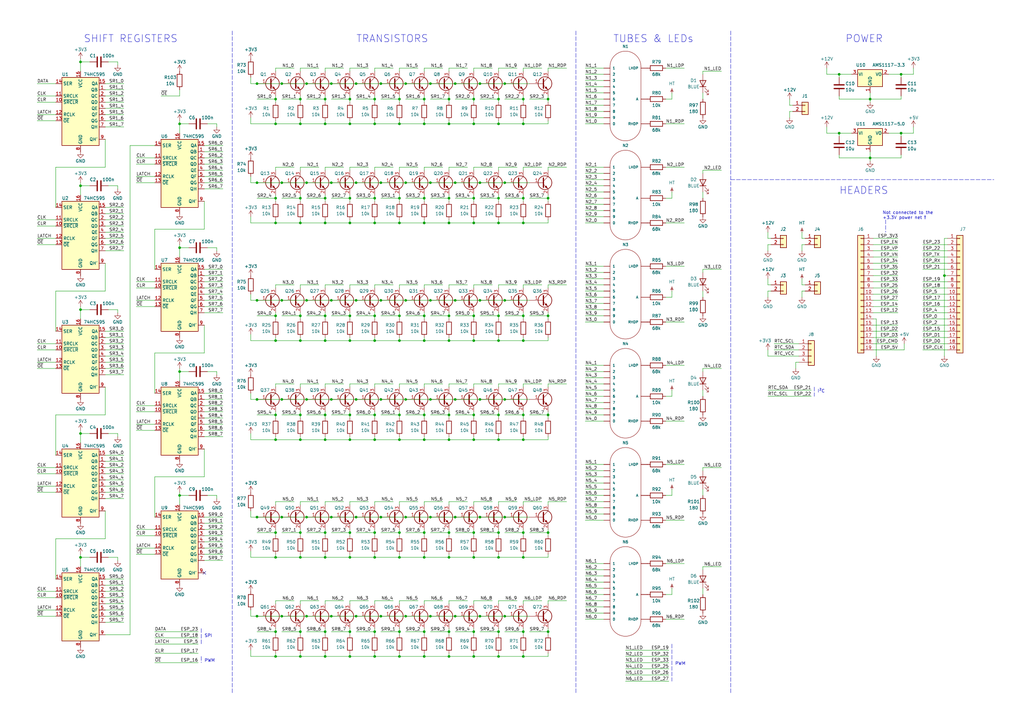
<source format=kicad_sch>
(kicad_sch (version 20211123) (generator eeschema)
  (paper "A3")
  (lib_symbols
    (symbol "74xx:74HC595"
      (property "Reference" "U" (at -7.62 13.97 0))
      (property "Value" "74HC595" (at -7.62 -16.51 0))
      (symbol "74HC595_1_0"
        (pin tri_state line (at 10.16 7.62 180) (length 2.54) (name "QB") (number "1"))
        (pin input line (at -10.16 2.54 0) (length 2.54) (name "~{SRCLR}") (number "10"))
        (pin input line (at -10.16 5.08 0) (length 2.54) (name "SRCLK") (number "11"))
        (pin input line (at -10.16 -2.54 0) (length 2.54) (name "RCLK") (number "12"))
        (pin input line (at -10.16 -5.08 0) (length 2.54) (name "~{OE}") (number "13"))
        (pin input line (at -10.16 10.16 0) (length 2.54) (name "SER") (number "14"))
        (pin tri_state line (at 10.16 10.16 180) (length 2.54) (name "QA") (number "15"))
        (pin power_in line (at 0 15.24 270) (length 2.54) (name "VCC") (number "16"))
        (pin tri_state line (at 10.16 5.08 180) (length 2.54) (name "QC") (number "2"))
        (pin tri_state line (at 10.16 2.54 180) (length 2.54) (name "QD") (number "3"))
        (pin tri_state line (at 10.16 0 180) (length 2.54) (name "QE") (number "4"))
        (pin tri_state line (at 10.16 -2.54 180) (length 2.54) (name "QF") (number "5"))
        (pin tri_state line (at 10.16 -5.08 180) (length 2.54) (name "QG") (number "6"))
        (pin tri_state line (at 10.16 -7.62 180) (length 2.54) (name "QH") (number "7"))
        (pin power_in line (at 0 -17.78 90) (length 2.54) (name "GND") (number "8"))
        (pin output line (at 10.16 -12.7 180) (length 2.54) (name "QH'") (number "9"))
      )
    )
    (symbol "Connector_Generic:Conn_01x02" (pin_names (offset 1.016) hide)
      (property "Reference" "J" (at 0 2.54 0))
      (property "Value" "Conn_01x02" (at 0 -5.08 0))
      (symbol "Conn_01x02_1_1"
        (pin passive line (at -5.08 0 0) (length 3.81) (name "Pin_1") (number "1"))
        (pin passive line (at -5.08 -2.54 0) (length 3.81) (name "Pin_2") (number "2"))
      )
    )
    (symbol "Connector_Generic:Conn_01x04" (pin_names (offset 1.016) hide)
      (property "Reference" "J" (at 0 5.08 0))
      (property "Value" "Conn_01x04" (at 0 -7.62 0))
      (symbol "Conn_01x04_1_1"
        (pin passive line (at -5.08 2.54 0) (length 3.81) (name "Pin_1") (number "1"))
        (pin passive line (at -5.08 0 0) (length 3.81) (name "Pin_2") (number "2"))
        (pin passive line (at -5.08 -2.54 0) (length 3.81) (name "Pin_3") (number "3"))
        (pin passive line (at -5.08 -5.08 0) (length 3.81) (name "Pin_4") (number "4"))
      )
    )
    (symbol "Connector_Generic:Conn_01x19" (pin_names (offset 1.016) hide)
      (property "Reference" "J" (at 0 25.4 0))
      (property "Value" "Conn_01x19" (at 0 -25.4 0))
      (symbol "Conn_01x19_1_1"
        (pin passive line (at -5.08 22.86 0) (length 3.81) (name "Pin_1") (number "1"))
        (pin passive line (at -5.08 0 0) (length 3.81) (name "Pin_10") (number "10"))
        (pin passive line (at -5.08 -2.54 0) (length 3.81) (name "Pin_11") (number "11"))
        (pin passive line (at -5.08 -5.08 0) (length 3.81) (name "Pin_12") (number "12"))
        (pin passive line (at -5.08 -7.62 0) (length 3.81) (name "Pin_13") (number "13"))
        (pin passive line (at -5.08 -10.16 0) (length 3.81) (name "Pin_14") (number "14"))
        (pin passive line (at -5.08 -12.7 0) (length 3.81) (name "Pin_15") (number "15"))
        (pin passive line (at -5.08 -15.24 0) (length 3.81) (name "Pin_16") (number "16"))
        (pin passive line (at -5.08 -17.78 0) (length 3.81) (name "Pin_17") (number "17"))
        (pin passive line (at -5.08 -20.32 0) (length 3.81) (name "Pin_18") (number "18"))
        (pin passive line (at -5.08 -22.86 0) (length 3.81) (name "Pin_19") (number "19"))
        (pin passive line (at -5.08 20.32 0) (length 3.81) (name "Pin_2") (number "2"))
        (pin passive line (at -5.08 17.78 0) (length 3.81) (name "Pin_3") (number "3"))
        (pin passive line (at -5.08 15.24 0) (length 3.81) (name "Pin_4") (number "4"))
        (pin passive line (at -5.08 12.7 0) (length 3.81) (name "Pin_5") (number "5"))
        (pin passive line (at -5.08 10.16 0) (length 3.81) (name "Pin_6") (number "6"))
        (pin passive line (at -5.08 7.62 0) (length 3.81) (name "Pin_7") (number "7"))
        (pin passive line (at -5.08 5.08 0) (length 3.81) (name "Pin_8") (number "8"))
        (pin passive line (at -5.08 2.54 0) (length 3.81) (name "Pin_9") (number "9"))
      )
    )
    (symbol "Device:C" (pin_numbers hide) (pin_names (offset 0.254))
      (property "Reference" "C" (at 0.635 2.54 0))
      (property "Value" "C" (at 0.635 -2.54 0))
      (symbol "C_1_1"
        (pin passive line (at 0 3.81 270) (length 2.794) (name "~") (number "1"))
        (pin passive line (at 0 -3.81 90) (length 2.794) (name "~") (number "2"))
      )
    )
    (symbol "Device:LED" (pin_numbers hide) (pin_names (offset 1.016) hide)
      (property "Reference" "D" (at 0 2.54 0))
      (property "Value" "LED" (at 0 -2.54 0))
      (symbol "LED_1_1"
        (pin passive line (at -3.81 0 0) (length 2.54) (name "K") (number "1"))
        (pin passive line (at 3.81 0 180) (length 2.54) (name "A") (number "2"))
      )
    )
    (symbol "Device:Q_NPN_BEC" (pin_names (offset 0) hide)
      (property "Reference" "Q" (at 5.08 1.27 0))
      (property "Value" "Q_NPN_BEC" (at 5.08 -1.27 0))
      (symbol "Q_NPN_BEC_1_1"
        (pin input line (at -5.08 0 0) (length 5.715) (name "B") (number "1"))
        (pin passive line (at 2.54 -5.08 90) (length 2.54) (name "E") (number "2"))
        (pin passive line (at 2.54 5.08 270) (length 2.54) (name "C") (number "3"))
      )
    )
    (symbol "Device:R" (pin_numbers hide) (pin_names (offset 0))
      (property "Reference" "R" (at 2.032 0 90))
      (property "Value" "R" (at 0 0 90))
      (symbol "R_1_1"
        (pin passive line (at 0 3.81 270) (length 1.27) (name "~") (number "1"))
        (pin passive line (at 0 -3.81 90) (length 1.27) (name "~") (number "2"))
      )
    )
    (symbol "Regulator_Linear:AMS1117-3.3" (pin_names (offset 0.254))
      (property "Reference" "U" (at -3.81 3.175 0))
      (property "Value" "AMS1117-3.3" (at 0 3.175 0))
      (symbol "AMS1117-3.3_1_1"
        (pin power_in line (at 0 -7.62 90) (length 2.54) (name "GND") (number "1"))
        (pin power_out line (at 7.62 0 180) (length 2.54) (name "VO") (number "2"))
        (pin power_in line (at -7.62 0 0) (length 2.54) (name "VI") (number "3"))
      )
    )
    (symbol "Regulator_Linear:AMS1117-5.0" (pin_names (offset 0.254))
      (property "Reference" "U" (at -3.81 3.175 0))
      (property "Value" "AMS1117-5.0" (at 0 3.175 0))
      (symbol "AMS1117-5.0_1_1"
        (pin power_in line (at 0 -7.62 90) (length 2.54) (name "GND") (number "1"))
        (pin power_out line (at 7.62 0 180) (length 2.54) (name "VO") (number "2"))
        (pin power_in line (at -7.62 0 0) (length 2.54) (name "VI") (number "3"))
      )
    )
    (symbol "nixies-us:IN-14" (pin_numbers hide) (pin_names (offset 1.016))
      (property "Reference" "N" (at -2.54 18.415 0))
      (symbol "IN-14_1_1"
        (pin bidirectional line (at -7.62 -12.7 0) (length 2.54) (name "0") (number "0"))
        (pin bidirectional line (at -7.62 10.16 0) (length 2.54) (name "1") (number "1"))
        (pin bidirectional line (at -7.62 7.62 0) (length 2.54) (name "2") (number "2"))
        (pin bidirectional line (at -7.62 5.08 0) (length 2.54) (name "3") (number "3"))
        (pin bidirectional line (at -7.62 2.54 0) (length 2.54) (name "4") (number "4"))
        (pin bidirectional line (at -7.62 0 0) (length 2.54) (name "5") (number "5"))
        (pin bidirectional line (at -7.62 -2.54 0) (length 2.54) (name "6") (number "6"))
        (pin bidirectional line (at -7.62 -5.08 0) (length 2.54) (name "7") (number "7"))
        (pin bidirectional line (at -7.62 -7.62 0) (length 2.54) (name "8") (number "8"))
        (pin bidirectional line (at -7.62 -10.16 0) (length 2.54) (name "9") (number "9"))
        (pin bidirectional line (at 10.16 -2.54 180) (length 2.54) (name "A") (number "A"))
        (pin bidirectional line (at 10.16 10.16 180) (length 2.54) (name "LHDP") (number "LHDP"))
        (pin bidirectional line (at 10.16 -12.7 180) (length 2.54) (name "RHDP") (number "RHDP"))
      )
    )
    (symbol "power:+12V" (power) (pin_names (offset 0))
      (property "Value" "+12V" (at 0 3.556 0))
      (symbol "+12V_1_1"
        (pin power_in line (at 0 0 90) (length 0) hide (name "+12V") (number "1"))
      )
    )
    (symbol "power:+3.3V" (power) (pin_names (offset 0))
      (property "Value" "+3.3V" (at 0 3.556 0))
      (symbol "+3.3V_1_1"
        (pin power_in line (at 0 0 90) (length 0) hide (name "+3V3") (number "1"))
      )
    )
    (symbol "power:+5V" (power) (pin_names (offset 0))
      (property "Value" "+5V" (at 0 3.556 0))
      (symbol "+5V_1_1"
        (pin power_in line (at 0 0 90) (length 0) hide (name "+5V") (number "1"))
      )
    )
    (symbol "power:GND" (power) (pin_names (offset 0))
      (property "Value" "GND" (at 0 -3.81 0))
      (symbol "GND_1_1"
        (pin power_in line (at 0 0 270) (length 0) hide (name "GND") (number "1"))
      )
    )
    (symbol "power:HT" (power) (pin_names (offset 0))
      (property "Value" "HT" (at 0 2.286 0))
      (symbol "HT_0_0"
        (pin power_in line (at 0 0 90) (length 0) hide (name "HT") (number "1"))
      )
    )
  )
  (junction (at 73.66 50.8))
  (junction (at 133.35 50.8))
  (junction (at 133.35 91.44))
  (junction (at 133.35 228.6))
  (junction (at 369.57 54.61))
  (junction (at 163.83 81.28))
  (junction (at 369.57 30.48))
  (junction (at 133.35 81.28))
  (junction (at 204.47 218.44))
  (junction (at 133.35 129.54))
  (junction (at 173.99 40.64))
  (junction (at 135.89 163.83))
  (junction (at 123.19 170.18))
  (junction (at 33.02 127))
  (junction (at 194.31 129.54))
  (junction (at 105.41 74.93))
  (junction (at 123.19 218.44))
  (junction (at 156.21 34.29))
  (junction (at 204.47 139.7))
  (junction (at 123.19 129.54))
  (junction (at 125.73 163.83))
  (junction (at 186.69 252.73))
  (junction (at 344.17 30.48))
  (junction (at 204.47 91.44))
  (junction (at 204.47 259.08))
  (junction (at 176.53 212.09))
  (junction (at 224.79 170.18))
  (junction (at 207.01 74.93))
  (junction (at 184.15 139.7))
  (junction (at 156.21 252.73))
  (junction (at 184.15 129.54))
  (junction (at 123.19 228.6))
  (junction (at 73.66 152.4))
  (junction (at 173.99 139.7))
  (junction (at 214.63 170.18))
  (junction (at 105.41 123.19))
  (junction (at 356.87 64.77))
  (junction (at 173.99 259.08))
  (junction (at 173.99 228.6))
  (junction (at 186.69 123.19))
  (junction (at 146.05 163.83))
  (junction (at 184.15 218.44))
  (junction (at 186.69 34.29))
  (junction (at 113.03 218.44))
  (junction (at 163.83 139.7))
  (junction (at 176.53 252.73))
  (junction (at 113.03 40.64))
  (junction (at 184.15 170.18))
  (junction (at 133.35 40.64))
  (junction (at 133.35 170.18))
  (junction (at 356.87 40.64))
  (junction (at 194.31 139.7))
  (junction (at 143.51 81.28))
  (junction (at 204.47 170.18))
  (junction (at 105.41 34.29))
  (junction (at 163.83 91.44))
  (junction (at 166.37 212.09))
  (junction (at 125.73 34.29))
  (junction (at 156.21 212.09))
  (junction (at 133.35 269.24))
  (junction (at 113.03 139.7))
  (junction (at 224.79 81.28))
  (junction (at 133.35 259.08))
  (junction (at 184.15 259.08))
  (junction (at 123.19 269.24))
  (junction (at 166.37 74.93))
  (junction (at 166.37 123.19))
  (junction (at 153.67 81.28))
  (junction (at 146.05 34.29))
  (junction (at 194.31 259.08))
  (junction (at 143.51 269.24))
  (junction (at 173.99 218.44))
  (junction (at 125.73 252.73))
  (junction (at 196.85 252.73))
  (junction (at 105.41 212.09))
  (junction (at 186.69 163.83))
  (junction (at 143.51 50.8))
  (junction (at 73.66 203.2))
  (junction (at 194.31 218.44))
  (junction (at 204.47 40.64))
  (junction (at 143.51 40.64))
  (junction (at 163.83 40.64))
  (junction (at 204.47 269.24))
  (junction (at 143.51 180.34))
  (junction (at 173.99 81.28))
  (junction (at 163.83 228.6))
  (junction (at 204.47 50.8))
  (junction (at 135.89 74.93))
  (junction (at 166.37 163.83))
  (junction (at 204.47 180.34))
  (junction (at 196.85 34.29))
  (junction (at 113.03 269.24))
  (junction (at 214.63 180.34))
  (junction (at 214.63 228.6))
  (junction (at 115.57 212.09))
  (junction (at 194.31 81.28))
  (junction (at 115.57 252.73))
  (junction (at 125.73 74.93))
  (junction (at 113.03 170.18))
  (junction (at 143.51 91.44))
  (junction (at 194.31 50.8))
  (junction (at 146.05 123.19))
  (junction (at 204.47 81.28))
  (junction (at 153.67 91.44))
  (junction (at 163.83 129.54))
  (junction (at 163.83 218.44))
  (junction (at 184.15 81.28))
  (junction (at 163.83 170.18))
  (junction (at 115.57 74.93))
  (junction (at 196.85 212.09))
  (junction (at 173.99 50.8))
  (junction (at 115.57 123.19))
  (junction (at 146.05 252.73))
  (junction (at 207.01 123.19))
  (junction (at 194.31 180.34))
  (junction (at 153.67 170.18))
  (junction (at 113.03 81.28))
  (junction (at 214.63 269.24))
  (junction (at 153.67 269.24))
  (junction (at 143.51 129.54))
  (junction (at 176.53 34.29))
  (junction (at 135.89 34.29))
  (junction (at 184.15 180.34))
  (junction (at 207.01 252.73))
  (junction (at 105.41 163.83))
  (junction (at 143.51 139.7))
  (junction (at 214.63 129.54))
  (junction (at 176.53 123.19))
  (junction (at 153.67 228.6))
  (junction (at 184.15 40.64))
  (junction (at 156.21 123.19))
  (junction (at 184.15 50.8))
  (junction (at 123.19 259.08))
  (junction (at 194.31 40.64))
  (junction (at 344.17 54.61))
  (junction (at 115.57 163.83))
  (junction (at 133.35 139.7))
  (junction (at 204.47 228.6))
  (junction (at 113.03 259.08))
  (junction (at 173.99 129.54))
  (junction (at 214.63 50.8))
  (junction (at 146.05 74.93))
  (junction (at 163.83 269.24))
  (junction (at 196.85 74.93))
  (junction (at 173.99 170.18))
  (junction (at 143.51 170.18))
  (junction (at 33.02 177.8))
  (junction (at 153.67 50.8))
  (junction (at 113.03 91.44))
  (junction (at 214.63 40.64))
  (junction (at 153.67 218.44))
  (junction (at 123.19 81.28))
  (junction (at 143.51 218.44))
  (junction (at 105.41 252.73))
  (junction (at 115.57 34.29))
  (junction (at 143.51 259.08))
  (junction (at 153.67 139.7))
  (junction (at 113.03 180.34))
  (junction (at 123.19 50.8))
  (junction (at 207.01 163.83))
  (junction (at 113.03 228.6))
  (junction (at 163.83 180.34))
  (junction (at 133.35 218.44))
  (junction (at 156.21 163.83))
  (junction (at 214.63 139.7))
  (junction (at 146.05 212.09))
  (junction (at 224.79 40.64))
  (junction (at 214.63 218.44))
  (junction (at 33.02 25.4))
  (junction (at 196.85 163.83))
  (junction (at 173.99 269.24))
  (junction (at 33.02 228.6))
  (junction (at 224.79 259.08))
  (junction (at 166.37 252.73))
  (junction (at 125.73 123.19))
  (junction (at 184.15 269.24))
  (junction (at 73.66 101.6))
  (junction (at 194.31 269.24))
  (junction (at 224.79 129.54))
  (junction (at 186.69 212.09))
  (junction (at 194.31 228.6))
  (junction (at 166.37 34.29))
  (junction (at 173.99 180.34))
  (junction (at 143.51 228.6))
  (junction (at 176.53 74.93))
  (junction (at 113.03 50.8))
  (junction (at 153.67 129.54))
  (junction (at 204.47 129.54))
  (junction (at 153.67 259.08))
  (junction (at 153.67 40.64))
  (junction (at 135.89 123.19))
  (junction (at 184.15 228.6))
  (junction (at 133.35 180.34))
  (junction (at 33.02 76.2))
  (junction (at 184.15 91.44))
  (junction (at 123.19 139.7))
  (junction (at 196.85 123.19))
  (junction (at 123.19 180.34))
  (junction (at 163.83 259.08))
  (junction (at 176.53 163.83))
  (junction (at 125.73 212.09))
  (junction (at 123.19 40.64))
  (junction (at 214.63 259.08))
  (junction (at 123.19 91.44))
  (junction (at 173.99 91.44))
  (junction (at 194.31 170.18))
  (junction (at 207.01 212.09))
  (junction (at 113.03 129.54))
  (junction (at 153.67 180.34))
  (junction (at 224.79 218.44))
  (junction (at 207.01 34.29))
  (junction (at 214.63 81.28))
  (junction (at 163.83 50.8))
  (junction (at 387.35 113.03))
  (junction (at 194.31 91.44))
  (junction (at 156.21 74.93))
  (junction (at 186.69 74.93))
  (junction (at 135.89 252.73))
  (junction (at 214.63 91.44))
  (junction (at 135.89 212.09))
  (no_connect (at 83.82 234.95))
  (wire (pts (xy 125.73 218.44) (xy 133.35 218.44)))
  (wire (pts (xy 166.37 34.29) (xy 176.53 34.29)))
  (wire (pts (xy 105.41 212.09) (xy 115.57 212.09)))
  (wire (pts (xy 378.46 123.19) (xy 388.62 123.19)))
  (wire (pts (xy 224.79 259.08) (xy 224.79 260.35)))
  (wire (pts (xy 328.93 116.84) (xy 330.2 116.84)))
  (wire (pts (xy 115.57 74.93) (xy 125.73 74.93)))
  (wire (pts (xy 240.03 243.84) (xy 247.65 243.84)))
  (wire (pts (xy 166.37 218.44) (xy 173.99 218.44)))
  (wire (pts (xy 133.35 246.38) (xy 133.35 247.65)))
  (wire (pts (xy 22.86 68.58) (xy 22.86 85.09)))
  (wire (pts (xy 232.41 116.84) (xy 224.79 116.84)))
  (wire (pts (xy 173.99 68.58) (xy 173.99 69.85)))
  (wire (pts (xy 327.66 143.51) (xy 317.5 143.51)))
  (wire (pts (xy 224.79 39.37) (xy 224.79 40.64)))
  (wire (pts (xy 356.87 38.1) (xy 356.87 40.64)))
  (wire (pts (xy 204.47 80.01) (xy 204.47 81.28)))
  (wire (pts (xy 214.63 227.33) (xy 214.63 228.6)))
  (wire (pts (xy 73.66 201.93) (xy 73.66 203.2)))
  (wire (pts (xy 184.15 267.97) (xy 184.15 269.24)))
  (wire (pts (xy 166.37 212.09) (xy 176.53 212.09)))
  (wire (pts (xy 224.79 40.64) (xy 224.79 41.91)))
  (wire (pts (xy 204.47 116.84) (xy 204.47 118.11)))
  (wire (pts (xy 113.03 49.53) (xy 113.03 50.8)))
  (wire (pts (xy 314.96 119.38) (xy 316.23 119.38)))
  (wire (pts (xy 184.15 81.28) (xy 184.15 82.55)))
  (wire (pts (xy 146.05 123.19) (xy 156.21 123.19)))
  (wire (pts (xy 43.18 204.47) (xy 50.8 204.47)))
  (wire (pts (xy 113.03 39.37) (xy 113.03 40.64)))
  (wire (pts (xy 102.87 88.9) (xy 102.87 91.44)))
  (wire (pts (xy 176.53 163.83) (xy 186.69 163.83)))
  (wire (pts (xy 186.69 40.64) (xy 194.31 40.64)))
  (polyline (pts (xy 95.25 12.7) (xy 95.25 284.48)))
  (wire (pts (xy 194.31 49.53) (xy 194.31 50.8)))
  (wire (pts (xy 105.41 34.29) (xy 115.57 34.29)))
  (wire (pts (xy 146.05 74.93) (xy 156.21 74.93)))
  (wire (pts (xy 275.59 40.64) (xy 275.59 38.1)))
  (wire (pts (xy 83.82 64.77) (xy 91.44 64.77)))
  (wire (pts (xy 125.73 34.29) (xy 135.89 34.29)))
  (wire (pts (xy 184.15 228.6) (xy 173.99 228.6)))
  (wire (pts (xy 378.46 143.51) (xy 388.62 143.51)))
  (wire (pts (xy 55.88 217.17) (xy 63.5 217.17)))
  (wire (pts (xy 83.82 93.98) (xy 63.5 93.98)))
  (wire (pts (xy 73.66 101.6) (xy 77.47 101.6)))
  (wire (pts (xy 184.15 217.17) (xy 184.15 218.44)))
  (wire (pts (xy 156.21 40.64) (xy 163.83 40.64)))
  (wire (pts (xy 204.47 168.91) (xy 204.47 170.18)))
  (wire (pts (xy 232.41 205.74) (xy 224.79 205.74)))
  (wire (pts (xy 314.96 160.02) (xy 332.74 160.02)))
  (wire (pts (xy 120.65 157.48) (xy 113.03 157.48)))
  (wire (pts (xy 288.29 152.4) (xy 288.29 151.13)))
  (wire (pts (xy 378.46 115.57) (xy 388.62 115.57)))
  (wire (pts (xy 125.73 129.54) (xy 133.35 129.54)))
  (wire (pts (xy 43.18 41.91) (xy 50.8 41.91)))
  (wire (pts (xy 15.24 250.19) (xy 22.86 250.19)))
  (wire (pts (xy 83.82 227.33) (xy 91.44 227.33)))
  (wire (pts (xy 102.87 250.19) (xy 102.87 252.73)))
  (wire (pts (xy 153.67 81.28) (xy 153.67 82.55)))
  (wire (pts (xy 378.46 140.97) (xy 388.62 140.97)))
  (wire (pts (xy 240.03 170.18) (xy 247.65 170.18)))
  (wire (pts (xy 222.25 157.48) (xy 214.63 157.48)))
  (wire (pts (xy 43.18 52.07) (xy 50.8 52.07)))
  (wire (pts (xy 181.61 246.38) (xy 173.99 246.38)))
  (wire (pts (xy 133.35 50.8) (xy 123.19 50.8)))
  (wire (pts (xy 113.03 259.08) (xy 113.03 260.35)))
  (wire (pts (xy 339.09 27.94) (xy 339.09 30.48)))
  (wire (pts (xy 33.02 227.33) (xy 33.02 228.6)))
  (wire (pts (xy 196.85 218.44) (xy 204.47 218.44)))
  (wire (pts (xy 43.18 143.51) (xy 50.8 143.51)))
  (wire (pts (xy 224.79 129.54) (xy 224.79 130.81)))
  (wire (pts (xy 163.83 90.17) (xy 163.83 91.44)))
  (wire (pts (xy 194.31 68.58) (xy 194.31 69.85)))
  (wire (pts (xy 240.03 76.2) (xy 247.65 76.2)))
  (wire (pts (xy 288.29 191.77) (xy 295.91 191.77)))
  (wire (pts (xy 240.03 40.64) (xy 247.65 40.64)))
  (wire (pts (xy 204.47 269.24) (xy 194.31 269.24)))
  (wire (pts (xy 88.9 203.2) (xy 88.9 204.47)))
  (wire (pts (xy 33.02 74.93) (xy 33.02 76.2)))
  (wire (pts (xy 43.18 242.57) (xy 50.8 242.57)))
  (wire (pts (xy 156.21 34.29) (xy 166.37 34.29)))
  (wire (pts (xy 43.18 194.31) (xy 50.8 194.31)))
  (wire (pts (xy 153.67 27.94) (xy 153.67 29.21)))
  (wire (pts (xy 314.96 162.56) (xy 332.74 162.56)))
  (polyline (pts (xy 236.22 12.7) (xy 236.22 284.48)))
  (wire (pts (xy 191.77 205.74) (xy 184.15 205.74)))
  (wire (pts (xy 43.18 85.09) (xy 50.8 85.09)))
  (wire (pts (xy 125.73 170.18) (xy 133.35 170.18)))
  (wire (pts (xy 275.59 203.2) (xy 275.59 200.66)))
  (wire (pts (xy 173.99 91.44) (xy 163.83 91.44)))
  (wire (pts (xy 133.35 128.27) (xy 133.35 129.54)))
  (wire (pts (xy 156.21 218.44) (xy 163.83 218.44)))
  (wire (pts (xy 146.05 34.29) (xy 156.21 34.29)))
  (wire (pts (xy 83.82 184.15) (xy 83.82 195.58)))
  (wire (pts (xy 173.99 128.27) (xy 173.99 129.54)))
  (wire (pts (xy 240.03 81.28) (xy 247.65 81.28)))
  (wire (pts (xy 378.46 130.81) (xy 388.62 130.81)))
  (wire (pts (xy 102.87 31.75) (xy 102.87 34.29)))
  (wire (pts (xy 120.65 205.74) (xy 113.03 205.74)))
  (wire (pts (xy 275.59 243.84) (xy 275.59 241.3)))
  (wire (pts (xy 123.19 218.44) (xy 123.19 219.71)))
  (wire (pts (xy 181.61 116.84) (xy 173.99 116.84)))
  (wire (pts (xy 130.81 68.58) (xy 123.19 68.58)))
  (wire (pts (xy 43.18 90.17) (xy 50.8 90.17)))
  (wire (pts (xy 146.05 218.44) (xy 153.67 218.44)))
  (wire (pts (xy 240.03 132.08) (xy 247.65 132.08)))
  (wire (pts (xy 186.69 74.93) (xy 196.85 74.93)))
  (wire (pts (xy 240.03 127) (xy 247.65 127)))
  (wire (pts (xy 133.35 205.74) (xy 133.35 207.01)))
  (wire (pts (xy 63.5 271.78) (xy 81.28 271.78)))
  (wire (pts (xy 358.14 97.79) (xy 368.3 97.79)))
  (wire (pts (xy 288.29 29.21) (xy 295.91 29.21)))
  (wire (pts (xy 15.24 100.33) (xy 22.86 100.33)))
  (wire (pts (xy 43.18 250.19) (xy 50.8 250.19)))
  (wire (pts (xy 201.93 116.84) (xy 194.31 116.84)))
  (wire (pts (xy 153.67 80.01) (xy 153.67 81.28)))
  (wire (pts (xy 184.15 40.64) (xy 184.15 41.91)))
  (wire (pts (xy 43.18 146.05) (xy 50.8 146.05)))
  (wire (pts (xy 83.82 62.23) (xy 91.44 62.23)))
  (wire (pts (xy 196.85 74.93) (xy 207.01 74.93)))
  (wire (pts (xy 153.67 257.81) (xy 153.67 259.08)))
  (wire (pts (xy 207.01 34.29) (xy 217.17 34.29)))
  (wire (pts (xy 214.63 139.7) (xy 204.47 139.7)))
  (wire (pts (xy 171.45 116.84) (xy 163.83 116.84)))
  (wire (pts (xy 240.03 152.4) (xy 247.65 152.4)))
  (wire (pts (xy 378.46 128.27) (xy 388.62 128.27)))
  (wire (pts (xy 171.45 68.58) (xy 163.83 68.58)))
  (wire (pts (xy 204.47 139.7) (xy 194.31 139.7)))
  (wire (pts (xy 105.41 74.93) (xy 115.57 74.93)))
  (wire (pts (xy 232.41 246.38) (xy 224.79 246.38)))
  (wire (pts (xy 133.35 81.28) (xy 133.35 82.55)))
  (wire (pts (xy 115.57 259.08) (xy 123.19 259.08)))
  (wire (pts (xy 43.18 107.95) (xy 43.18 119.38)))
  (polyline (pts (xy 275.59 264.16) (xy 275.59 279.4)))
  (wire (pts (xy 214.63 40.64) (xy 214.63 41.91)))
  (wire (pts (xy 125.73 40.64) (xy 133.35 40.64)))
  (wire (pts (xy 105.41 170.18) (xy 113.03 170.18)))
  (wire (pts (xy 83.82 128.27) (xy 91.44 128.27)))
  (wire (pts (xy 123.19 259.08) (xy 123.19 260.35)))
  (wire (pts (xy 113.03 50.8) (xy 102.87 50.8)))
  (wire (pts (xy 273.05 81.28) (xy 275.59 81.28)))
  (wire (pts (xy 102.87 177.8) (xy 102.87 180.34)))
  (wire (pts (xy 83.82 168.91) (xy 91.44 168.91)))
  (wire (pts (xy 214.63 80.01) (xy 214.63 81.28)))
  (wire (pts (xy 240.03 213.36) (xy 247.65 213.36)))
  (wire (pts (xy 143.51 217.17) (xy 143.51 218.44)))
  (wire (pts (xy 374.65 52.07) (xy 374.65 54.61)))
  (wire (pts (xy 143.51 81.28) (xy 143.51 82.55)))
  (wire (pts (xy 204.47 180.34) (xy 194.31 180.34)))
  (wire (pts (xy 184.15 205.74) (xy 184.15 207.01)))
  (wire (pts (xy 15.24 199.39) (xy 22.86 199.39)))
  (wire (pts (xy 153.67 116.84) (xy 153.67 118.11)))
  (wire (pts (xy 153.67 157.48) (xy 153.67 158.75)))
  (wire (pts (xy 196.85 81.28) (xy 204.47 81.28)))
  (wire (pts (xy 153.67 90.17) (xy 153.67 91.44)))
  (wire (pts (xy 194.31 128.27) (xy 194.31 129.54)))
  (wire (pts (xy 358.14 110.49) (xy 368.3 110.49)))
  (wire (pts (xy 214.63 228.6) (xy 204.47 228.6)))
  (wire (pts (xy 214.63 157.48) (xy 214.63 158.75)))
  (wire (pts (xy 83.82 212.09) (xy 91.44 212.09)))
  (wire (pts (xy 224.79 68.58) (xy 224.79 69.85)))
  (wire (pts (xy 33.02 76.2) (xy 33.02 80.01)))
  (wire (pts (xy 204.47 205.74) (xy 204.47 207.01)))
  (wire (pts (xy 163.83 205.74) (xy 163.83 207.01)))
  (wire (pts (xy 194.31 228.6) (xy 184.15 228.6)))
  (wire (pts (xy 44.45 177.8) (xy 48.26 177.8)))
  (wire (pts (xy 140.97 246.38) (xy 133.35 246.38)))
  (wire (pts (xy 123.19 49.53) (xy 123.19 50.8)))
  (wire (pts (xy 240.03 251.46) (xy 247.65 251.46)))
  (wire (pts (xy 43.18 153.67) (xy 50.8 153.67)))
  (wire (pts (xy 207.01 218.44) (xy 214.63 218.44)))
  (wire (pts (xy 240.03 231.14) (xy 247.65 231.14)))
  (wire (pts (xy 184.15 257.81) (xy 184.15 259.08)))
  (wire (pts (xy 344.17 64.77) (xy 356.87 64.77)))
  (wire (pts (xy 212.09 205.74) (xy 204.47 205.74)))
  (wire (pts (xy 123.19 257.81) (xy 123.19 259.08)))
  (wire (pts (xy 288.29 69.85) (xy 295.91 69.85)))
  (wire (pts (xy 240.03 45.72) (xy 247.65 45.72)))
  (wire (pts (xy 63.5 267.97) (xy 81.28 267.97)))
  (wire (pts (xy 387.35 113.03) (xy 388.62 113.03)))
  (wire (pts (xy 207.01 259.08) (xy 214.63 259.08)))
  (wire (pts (xy 153.67 259.08) (xy 153.67 260.35)))
  (wire (pts (xy 83.82 82.55) (xy 83.82 93.98)))
  (wire (pts (xy 288.29 232.41) (xy 295.91 232.41)))
  (wire (pts (xy 123.19 129.54) (xy 123.19 130.81)))
  (wire (pts (xy 194.31 157.48) (xy 194.31 158.75)))
  (wire (pts (xy 186.69 34.29) (xy 196.85 34.29)))
  (wire (pts (xy 143.51 227.33) (xy 143.51 228.6)))
  (wire (pts (xy 83.82 72.39) (xy 91.44 72.39)))
  (wire (pts (xy 113.03 40.64) (xy 113.03 41.91)))
  (wire (pts (xy 201.93 205.74) (xy 194.31 205.74)))
  (wire (pts (xy 113.03 139.7) (xy 102.87 139.7)))
  (wire (pts (xy 43.18 252.73) (xy 50.8 252.73)))
  (wire (pts (xy 135.89 170.18) (xy 143.51 170.18)))
  (wire (pts (xy 176.53 74.93) (xy 186.69 74.93)))
  (wire (pts (xy 15.24 49.53) (xy 22.86 49.53)))
  (wire (pts (xy 224.79 227.33) (xy 224.79 228.6)))
  (wire (pts (xy 181.61 68.58) (xy 173.99 68.58)))
  (wire (pts (xy 217.17 218.44) (xy 224.79 218.44)))
  (wire (pts (xy 15.24 39.37) (xy 22.86 39.37)))
  (wire (pts (xy 143.51 259.08) (xy 143.51 260.35)))
  (wire (pts (xy 364.49 30.48) (xy 369.57 30.48)))
  (wire (pts (xy 240.03 91.44) (xy 247.65 91.44)))
  (wire (pts (xy 240.03 124.46) (xy 247.65 124.46)))
  (wire (pts (xy 83.82 125.73) (xy 91.44 125.73)))
  (wire (pts (xy 113.03 217.17) (xy 113.03 218.44)))
  (wire (pts (xy 212.09 157.48) (xy 204.47 157.48)))
  (wire (pts (xy 184.15 27.94) (xy 184.15 29.21)))
  (wire (pts (xy 214.63 269.24) (xy 204.47 269.24)))
  (wire (pts (xy 43.18 151.13) (xy 50.8 151.13)))
  (wire (pts (xy 113.03 269.24) (xy 102.87 269.24)))
  (wire (pts (xy 339.09 54.61) (xy 344.17 54.61)))
  (wire (pts (xy 240.03 109.22) (xy 247.65 109.22)))
  (wire (pts (xy 207.01 74.93) (xy 217.17 74.93)))
  (wire (pts (xy 102.87 72.39) (xy 102.87 74.93)))
  (wire (pts (xy 194.31 90.17) (xy 194.31 91.44)))
  (wire (pts (xy 224.79 205.74) (xy 224.79 207.01)))
  (polyline (pts (xy 299.72 12.7) (xy 299.72 284.48)))
  (wire (pts (xy 43.18 87.63) (xy 50.8 87.63)))
  (wire (pts (xy 43.18 135.89) (xy 50.8 135.89)))
  (wire (pts (xy 240.03 149.86) (xy 247.65 149.86)))
  (wire (pts (xy 113.03 257.81) (xy 113.03 259.08)))
  (wire (pts (xy 105.41 163.83) (xy 115.57 163.83)))
  (wire (pts (xy 240.03 210.82) (xy 247.65 210.82)))
  (wire (pts (xy 204.47 179.07) (xy 204.47 180.34)))
  (wire (pts (xy 214.63 138.43) (xy 214.63 139.7)))
  (wire (pts (xy 123.19 68.58) (xy 123.19 69.85)))
  (wire (pts (xy 201.93 27.94) (xy 194.31 27.94)))
  (wire (pts (xy 125.73 252.73) (xy 135.89 252.73)))
  (wire (pts (xy 358.14 123.19) (xy 368.3 123.19)))
  (wire (pts (xy 280.67 27.94) (xy 273.05 27.94)))
  (wire (pts (xy 163.83 91.44) (xy 153.67 91.44)))
  (wire (pts (xy 43.18 100.33) (xy 50.8 100.33)))
  (wire (pts (xy 153.67 50.8) (xy 143.51 50.8)))
  (wire (pts (xy 15.24 148.59) (xy 22.86 148.59)))
  (wire (pts (xy 22.86 119.38) (xy 22.86 135.89)))
  (wire (pts (xy 327.66 140.97) (xy 317.5 140.97)))
  (wire (pts (xy 55.88 176.53) (xy 63.5 176.53)))
  (wire (pts (xy 55.88 64.77) (xy 63.5 64.77)))
  (wire (pts (xy 194.31 39.37) (xy 194.31 40.64)))
  (wire (pts (xy 15.24 34.29) (xy 22.86 34.29)))
  (wire (pts (xy 214.63 205.74) (xy 214.63 207.01)))
  (wire (pts (xy 163.83 217.17) (xy 163.83 218.44)))
  (wire (pts (xy 133.35 259.08) (xy 133.35 260.35)))
  (wire (pts (xy 204.47 90.17) (xy 204.47 91.44)))
  (wire (pts (xy 15.24 90.17) (xy 22.86 90.17)))
  (wire (pts (xy 275.59 162.56) (xy 275.59 160.02)))
  (wire (pts (xy 214.63 179.07) (xy 214.63 180.34)))
  (wire (pts (xy 125.73 81.28) (xy 133.35 81.28)))
  (wire (pts (xy 43.18 119.38) (xy 22.86 119.38)))
  (wire (pts (xy 240.03 157.48) (xy 247.65 157.48)))
  (wire (pts (xy 344.17 30.48) (xy 344.17 31.75)))
  (wire (pts (xy 105.41 129.54) (xy 113.03 129.54)))
  (wire (pts (xy 173.99 39.37) (xy 173.99 40.64)))
  (wire (pts (xy 184.15 128.27) (xy 184.15 129.54)))
  (wire (pts (xy 146.05 170.18) (xy 153.67 170.18)))
  (wire (pts (xy 48.26 127) (xy 48.26 128.27)))
  (wire (pts (xy 217.17 81.28) (xy 224.79 81.28)))
  (wire (pts (xy 153.67 139.7) (xy 143.51 139.7)))
  (wire (pts (xy 186.69 81.28) (xy 194.31 81.28)))
  (wire (pts (xy 232.41 27.94) (xy 224.79 27.94)))
  (wire (pts (xy 204.47 49.53) (xy 204.47 50.8)))
  (wire (pts (xy 184.15 90.17) (xy 184.15 91.44)))
  (wire (pts (xy 133.35 129.54) (xy 133.35 130.81)))
  (wire (pts (xy 33.02 76.2) (xy 36.83 76.2)))
  (wire (pts (xy 204.47 91.44) (xy 194.31 91.44)))
  (wire (pts (xy 73.66 203.2) (xy 77.47 203.2)))
  (wire (pts (xy 173.99 257.81) (xy 173.99 259.08)))
  (wire (pts (xy 196.85 212.09) (xy 207.01 212.09)))
  (wire (pts (xy 240.03 68.58) (xy 247.65 68.58)))
  (polyline (pts (xy 299.72 73.66) (xy 407.67 73.66)))
  (wire (pts (xy 314.96 143.51) (xy 314.96 146.05)))
  (wire (pts (xy 181.61 157.48) (xy 173.99 157.48)))
  (wire (pts (xy 356.87 40.64) (xy 356.87 41.91)))
  (wire (pts (xy 288.29 119.38) (xy 288.29 121.92)))
  (wire (pts (xy 173.99 80.01) (xy 173.99 81.28)))
  (wire (pts (xy 123.19 91.44) (xy 113.03 91.44)))
  (wire (pts (xy 323.85 45.72) (xy 325.12 45.72)))
  (wire (pts (xy 83.82 133.35) (xy 83.82 144.78)))
  (wire (pts (xy 43.18 140.97) (xy 50.8 140.97)))
  (wire (pts (xy 344.17 39.37) (xy 344.17 40.64)))
  (wire (pts (xy 151.13 205.74) (xy 143.51 205.74)))
  (wire (pts (xy 115.57 40.64) (xy 123.19 40.64)))
  (wire (pts (xy 43.18 196.85) (xy 50.8 196.85)))
  (wire (pts (xy 358.14 107.95) (xy 368.3 107.95)))
  (wire (pts (xy 43.18 247.65) (xy 50.8 247.65)))
  (wire (pts (xy 191.77 68.58) (xy 184.15 68.58)))
  (wire (pts (xy 153.67 269.24) (xy 143.51 269.24)))
  (wire (pts (xy 153.67 170.18) (xy 153.67 171.45)))
  (wire (pts (xy 33.02 125.73) (xy 33.02 127)))
  (wire (pts (xy 256.54 269.24) (xy 274.32 269.24)))
  (wire (pts (xy 280.67 254) (xy 273.05 254)))
  (wire (pts (xy 176.53 81.28) (xy 184.15 81.28)))
  (wire (pts (xy 196.85 163.83) (xy 207.01 163.83)))
  (wire (pts (xy 83.82 123.19) (xy 91.44 123.19)))
  (wire (pts (xy 214.63 246.38) (xy 214.63 247.65)))
  (wire (pts (xy 133.35 179.07) (xy 133.35 180.34)))
  (wire (pts (xy 135.89 81.28) (xy 143.51 81.28)))
  (wire (pts (xy 15.24 143.51) (xy 22.86 143.51)))
  (wire (pts (xy 161.29 205.74) (xy 153.67 205.74)))
  (wire (pts (xy 113.03 227.33) (xy 113.03 228.6)))
  (wire (pts (xy 133.35 68.58) (xy 133.35 69.85)))
  (wire (pts (xy 256.54 279.4) (xy 274.32 279.4)))
  (wire (pts (xy 224.79 49.53) (xy 224.79 50.8)))
  (wire (pts (xy 201.93 246.38) (xy 194.31 246.38)))
  (wire (pts (xy 43.18 57.15) (xy 43.18 68.58)))
  (wire (pts (xy 323.85 48.26) (xy 323.85 45.72)))
  (wire (pts (xy 314.96 97.79) (xy 316.23 97.79)))
  (wire (pts (xy 143.51 168.91) (xy 143.51 170.18)))
  (wire (pts (xy 133.35 228.6) (xy 123.19 228.6)))
  (wire (pts (xy 344.17 40.64) (xy 356.87 40.64)))
  (wire (pts (xy 43.18 97.79) (xy 50.8 97.79)))
  (wire (pts (xy 163.83 180.34) (xy 153.67 180.34)))
  (wire (pts (xy 123.19 27.94) (xy 123.19 29.21)))
  (wire (pts (xy 314.96 95.25) (xy 314.96 97.79)))
  (wire (pts (xy 194.31 269.24) (xy 184.15 269.24)))
  (wire (pts (xy 43.18 199.39) (xy 50.8 199.39)))
  (wire (pts (xy 212.09 116.84) (xy 204.47 116.84)))
  (wire (pts (xy 204.47 138.43) (xy 204.47 139.7)))
  (wire (pts (xy 73.66 151.13) (xy 73.66 152.4)))
  (wire (pts (xy 135.89 129.54) (xy 143.51 129.54)))
  (wire (pts (xy 171.45 27.94) (xy 163.83 27.94)))
  (wire (pts (xy 184.15 91.44) (xy 173.99 91.44)))
  (wire (pts (xy 240.03 200.66) (xy 247.65 200.66)))
  (wire (pts (xy 196.85 40.64) (xy 204.47 40.64)))
  (wire (pts (xy 143.51 138.43) (xy 143.51 139.7)))
  (wire (pts (xy 120.65 27.94) (xy 113.03 27.94)))
  (wire (pts (xy 186.69 259.08) (xy 194.31 259.08)))
  (wire (pts (xy 123.19 50.8) (xy 113.03 50.8)))
  (wire (pts (xy 63.5 195.58) (xy 63.5 212.09)))
  (wire (pts (xy 173.99 81.28) (xy 173.99 82.55)))
  (wire (pts (xy 123.19 40.64) (xy 123.19 41.91)))
  (wire (pts (xy 113.03 27.94) (xy 113.03 29.21)))
  (wire (pts (xy 194.31 168.91) (xy 194.31 170.18)))
  (wire (pts (xy 166.37 40.64) (xy 173.99 40.64)))
  (wire (pts (xy 105.41 218.44) (xy 113.03 218.44)))
  (wire (pts (xy 153.67 129.54) (xy 153.67 130.81)))
  (wire (pts (xy 53.34 59.69) (xy 53.34 260.35)))
  (wire (pts (xy 186.69 163.83) (xy 196.85 163.83)))
  (wire (pts (xy 130.81 205.74) (xy 123.19 205.74)))
  (wire (pts (xy 115.57 170.18) (xy 123.19 170.18)))
  (wire (pts (xy 214.63 68.58) (xy 214.63 69.85)))
  (wire (pts (xy 163.83 218.44) (xy 163.83 219.71)))
  (wire (pts (xy 113.03 68.58) (xy 113.03 69.85)))
  (wire (pts (xy 83.82 59.69) (xy 91.44 59.69)))
  (wire (pts (xy 204.47 129.54) (xy 204.47 130.81)))
  (wire (pts (xy 194.31 259.08) (xy 194.31 260.35)))
  (wire (pts (xy 204.47 68.58) (xy 204.47 69.85)))
  (wire (pts (xy 146.05 40.64) (xy 153.67 40.64)))
  (wire (pts (xy 15.24 140.97) (xy 22.86 140.97)))
  (wire (pts (xy 85.09 50.8) (xy 88.9 50.8)))
  (wire (pts (xy 378.46 125.73) (xy 388.62 125.73)))
  (wire (pts (xy 388.62 97.79) (xy 387.35 97.79)))
  (wire (pts (xy 240.03 33.02) (xy 247.65 33.02)))
  (wire (pts (xy 143.51 129.54) (xy 143.51 130.81)))
  (wire (pts (xy 214.63 168.91) (xy 214.63 170.18)))
  (wire (pts (xy 207.01 170.18) (xy 214.63 170.18)))
  (wire (pts (xy 186.69 252.73) (xy 196.85 252.73)))
  (wire (pts (xy 214.63 267.97) (xy 214.63 269.24)))
  (wire (pts (xy 240.03 254) (xy 247.65 254)))
  (wire (pts (xy 196.85 170.18) (xy 204.47 170.18)))
  (wire (pts (xy 358.14 115.57) (xy 368.3 115.57)))
  (wire (pts (xy 173.99 49.53) (xy 173.99 50.8)))
  (wire (pts (xy 184.15 180.34) (xy 173.99 180.34)))
  (wire (pts (xy 173.99 168.91) (xy 173.99 170.18)))
  (wire (pts (xy 33.02 127) (xy 36.83 127)))
  (wire (pts (xy 273.05 121.92) (xy 275.59 121.92)))
  (wire (pts (xy 240.03 195.58) (xy 247.65 195.58)))
  (wire (pts (xy 151.13 68.58) (xy 143.51 68.58)))
  (wire (pts (xy 224.79 180.34) (xy 214.63 180.34)))
  (wire (pts (xy 204.47 50.8) (xy 194.31 50.8)))
  (wire (pts (xy 43.18 189.23) (xy 50.8 189.23)))
  (wire (pts (xy 151.13 157.48) (xy 143.51 157.48)))
  (wire (pts (xy 140.97 157.48) (xy 133.35 157.48)))
  (wire (pts (xy 314.96 116.84) (xy 316.23 116.84)))
  (wire (pts (xy 123.19 139.7) (xy 113.03 139.7)))
  (wire (pts (xy 133.35 170.18) (xy 133.35 171.45)))
  (wire (pts (xy 43.18 34.29) (xy 50.8 34.29)))
  (wire (pts (xy 33.02 24.13) (xy 33.02 25.4)))
  (wire (pts (xy 184.15 68.58) (xy 184.15 69.85)))
  (wire (pts (xy 43.18 39.37) (xy 50.8 39.37)))
  (wire (pts (xy 369.57 39.37) (xy 369.57 40.64)))
  (wire (pts (xy 102.87 34.29) (xy 105.41 34.29)))
  (wire (pts (xy 55.88 166.37) (xy 63.5 166.37)))
  (wire (pts (xy 256.54 274.32) (xy 274.32 274.32)))
  (wire (pts (xy 55.88 118.11) (xy 63.5 118.11)))
  (wire (pts (xy 224.79 139.7) (xy 214.63 139.7)))
  (wire (pts (xy 196.85 123.19) (xy 207.01 123.19)))
  (wire (pts (xy 115.57 252.73) (xy 125.73 252.73)))
  (wire (pts (xy 163.83 179.07) (xy 163.83 180.34)))
  (wire (pts (xy 173.99 228.6) (xy 163.83 228.6)))
  (wire (pts (xy 194.31 180.34) (xy 184.15 180.34)))
  (wire (pts (xy 43.18 255.27) (xy 50.8 255.27)))
  (wire (pts (xy 102.87 209.55) (xy 102.87 212.09)))
  (wire (pts (xy 184.15 168.91) (xy 184.15 170.18)))
  (wire (pts (xy 153.67 91.44) (xy 143.51 91.44)))
  (wire (pts (xy 184.15 139.7) (xy 173.99 139.7)))
  (wire (pts (xy 113.03 168.91) (xy 113.03 170.18)))
  (wire (pts (xy 153.67 228.6) (xy 143.51 228.6)))
  (wire (pts (xy 120.65 116.84) (xy 113.03 116.84)))
  (wire (pts (xy 44.45 25.4) (xy 48.26 25.4)))
  (wire (pts (xy 143.51 205.74) (xy 143.51 207.01)))
  (wire (pts (xy 184.15 269.24) (xy 173.99 269.24)))
  (wire (pts (xy 256.54 266.7) (xy 274.32 266.7)))
  (wire (pts (xy 184.15 116.84) (xy 184.15 118.11)))
  (wire (pts (xy 113.03 91.44) (xy 102.87 91.44)))
  (wire (pts (xy 115.57 218.44) (xy 123.19 218.44)))
  (wire (pts (xy 194.31 139.7) (xy 184.15 139.7)))
  (wire (pts (xy 194.31 217.17) (xy 194.31 218.44)))
  (wire (pts (xy 280.67 213.36) (xy 273.05 213.36)))
  (wire (pts (xy 113.03 267.97) (xy 113.03 269.24)))
  (wire (pts (xy 163.83 81.28) (xy 163.83 82.55)))
  (wire (pts (xy 88.9 101.6) (xy 88.9 102.87)))
  (wire (pts (xy 240.03 208.28) (xy 247.65 208.28)))
  (wire (pts (xy 83.82 195.58) (xy 63.5 195.58)))
  (wire (pts (xy 191.77 116.84) (xy 184.15 116.84)))
  (wire (pts (xy 171.45 246.38) (xy 163.83 246.38)))
  (wire (pts (xy 143.51 157.48) (xy 143.51 158.75)))
  (wire (pts (xy 273.05 243.84) (xy 275.59 243.84)))
  (wire (pts (xy 43.18 36.83) (xy 50.8 36.83)))
  (wire (pts (xy 224.79 91.44) (xy 214.63 91.44)))
  (wire (pts (xy 222.25 116.84) (xy 214.63 116.84)))
  (wire (pts (xy 48.26 25.4) (xy 48.26 26.67)))
  (wire (pts (xy 184.15 227.33) (xy 184.15 228.6)))
  (polyline (pts (xy 334.01 158.75) (xy 334.01 162.56)))
  (wire (pts (xy 133.35 80.01) (xy 133.35 81.28)))
  (wire (pts (xy 143.51 139.7) (xy 133.35 139.7)))
  (wire (pts (xy 288.29 233.68) (xy 288.29 232.41)))
  (wire (pts (xy 222.25 246.38) (xy 214.63 246.38)))
  (wire (pts (xy 240.03 172.72) (xy 247.65 172.72)))
  (wire (pts (xy 358.14 120.65) (xy 368.3 120.65)))
  (wire (pts (xy 156.21 123.19) (xy 166.37 123.19)))
  (wire (pts (xy 240.03 203.2) (xy 247.65 203.2)))
  (wire (pts (xy 280.67 132.08) (xy 273.05 132.08)))
  (wire (pts (xy 55.88 219.71) (xy 63.5 219.71)))
  (wire (pts (xy 173.99 227.33) (xy 173.99 228.6)))
  (wire (pts (xy 222.25 27.94) (xy 214.63 27.94)))
  (wire (pts (xy 186.69 212.09) (xy 196.85 212.09)))
  (wire (pts (xy 55.88 115.57) (xy 63.5 115.57)))
  (wire (pts (xy 173.99 50.8) (xy 163.83 50.8)))
  (wire (pts (xy 288.29 193.04) (xy 288.29 191.77)))
  (wire (pts (xy 288.29 200.66) (xy 288.29 203.2)))
  (wire (pts (xy 173.99 139.7) (xy 163.83 139.7)))
  (wire (pts (xy 176.53 40.64) (xy 184.15 40.64)))
  (wire (pts (xy 113.03 170.18) (xy 113.03 171.45)))
  (wire (pts (xy 387.35 113.03) (xy 387.35 146.05)))
  (wire (pts (xy 194.31 129.54) (xy 194.31 130.81)))
  (wire (pts (xy 105.41 40.64) (xy 113.03 40.64)))
  (wire (pts (xy 156.21 259.08) (xy 163.83 259.08)))
  (wire (pts (xy 240.03 116.84) (xy 247.65 116.84)))
  (wire (pts (xy 146.05 129.54) (xy 153.67 129.54)))
  (wire (pts (xy 43.18 191.77) (xy 50.8 191.77)))
  (wire (pts (xy 240.03 83.82) (xy 247.65 83.82)))
  (wire (pts (xy 378.46 105.41) (xy 388.62 105.41)))
  (wire (pts (xy 194.31 81.28) (xy 194.31 82.55)))
  (wire (pts (xy 173.99 27.94) (xy 173.99 29.21)))
  (wire (pts (xy 288.29 241.3) (xy 288.29 243.84)))
  (wire (pts (xy 63.5 93.98) (xy 63.5 110.49)))
  (wire (pts (xy 143.51 68.58) (xy 143.51 69.85)))
  (wire (pts (xy 214.63 129.54) (xy 214.63 130.81)))
  (wire (pts (xy 163.83 246.38) (xy 163.83 247.65)))
  (wire (pts (xy 15.24 41.91) (xy 22.86 41.91)))
  (wire (pts (xy 163.83 259.08) (xy 163.83 260.35)))
  (wire (pts (xy 163.83 168.91) (xy 163.83 170.18)))
  (wire (pts (xy 204.47 227.33) (xy 204.47 228.6)))
  (wire (pts (xy 102.87 266.7) (xy 102.87 269.24)))
  (wire (pts (xy 224.79 228.6) (xy 214.63 228.6)))
  (wire (pts (xy 85.09 203.2) (xy 88.9 203.2)))
  (wire (pts (xy 240.03 86.36) (xy 247.65 86.36)))
  (wire (pts (xy 184.15 49.53) (xy 184.15 50.8)))
  (wire (pts (xy 22.86 170.18) (xy 22.86 186.69)))
  (wire (pts (xy 240.03 129.54) (xy 247.65 129.54)))
  (wire (pts (xy 83.82 214.63) (xy 91.44 214.63)))
  (wire (pts (xy 163.83 139.7) (xy 153.67 139.7)))
  (wire (pts (xy 280.67 231.14) (xy 273.05 231.14)))
  (wire (pts (xy 328.93 102.87) (xy 328.93 100.33)))
  (wire (pts (xy 130.81 116.84) (xy 123.19 116.84)))
  (wire (pts (xy 43.18 49.53) (xy 50.8 49.53)))
  (wire (pts (xy 314.96 114.3) (xy 314.96 116.84)))
  (wire (pts (xy 153.67 40.64) (xy 153.67 41.91)))
  (wire (pts (xy 133.35 139.7) (xy 123.19 139.7)))
  (wire (pts (xy 83.82 118.11) (xy 91.44 118.11)))
  (wire (pts (xy 207.01 129.54) (xy 214.63 129.54)))
  (wire (pts (xy 207.01 40.64) (xy 214.63 40.64)))
  (wire (pts (xy 163.83 129.54) (xy 163.83 130.81)))
  (wire (pts (xy 156.21 252.73) (xy 166.37 252.73)))
  (wire (pts (xy 163.83 80.01) (xy 163.83 81.28)))
  (wire (pts (xy 140.97 116.84) (xy 133.35 116.84)))
  (wire (pts (xy 102.87 48.26) (xy 102.87 50.8)))
  (wire (pts (xy 133.35 138.43) (xy 133.35 139.7)))
  (wire (pts (xy 133.35 267.97) (xy 133.35 269.24)))
  (wire (pts (xy 146.05 252.73) (xy 156.21 252.73)))
  (wire (pts (xy 153.67 205.74) (xy 153.67 207.01)))
  (wire (pts (xy 73.66 49.53) (xy 73.66 50.8)))
  (wire (pts (xy 240.03 43.18) (xy 247.65 43.18)))
  (wire (pts (xy 344.17 63.5) (xy 344.17 64.77)))
  (wire (pts (xy 224.79 80.01) (xy 224.79 81.28)))
  (wire (pts (xy 133.35 157.48) (xy 133.35 158.75)))
  (wire (pts (xy 43.18 237.49) (xy 50.8 237.49)))
  (wire (pts (xy 43.18 186.69) (xy 50.8 186.69)))
  (wire (pts (xy 204.47 218.44) (xy 204.47 219.71)))
  (wire (pts (xy 102.87 74.93) (xy 105.41 74.93)))
  (wire (pts (xy 314.96 102.87) (xy 314.96 100.33)))
  (wire (pts (xy 358.14 105.41) (xy 368.3 105.41)))
  (wire (pts (xy 83.82 171.45) (xy 91.44 171.45)))
  (wire (pts (xy 328.93 95.25) (xy 328.93 97.79)))
  (wire (pts (xy 102.87 163.83) (xy 105.41 163.83)))
  (wire (pts (xy 358.14 138.43) (xy 368.3 138.43)))
  (wire (pts (xy 204.47 81.28) (xy 204.47 82.55)))
  (wire (pts (xy 123.19 138.43) (xy 123.19 139.7)))
  (wire (pts (xy 240.03 190.5) (xy 247.65 190.5)))
  (wire (pts (xy 358.14 133.35) (xy 368.3 133.35)))
  (wire (pts (xy 204.47 246.38) (xy 204.47 247.65)))
  (wire (pts (xy 123.19 116.84) (xy 123.19 118.11)))
  (wire (pts (xy 207.01 81.28) (xy 214.63 81.28)))
  (wire (pts (xy 207.01 252.73) (xy 217.17 252.73)))
  (wire (pts (xy 135.89 259.08) (xy 143.51 259.08)))
  (wire (pts (xy 240.03 30.48) (xy 247.65 30.48)))
  (wire (pts (xy 378.46 120.65) (xy 388.62 120.65)))
  (wire (pts (xy 184.15 157.48) (xy 184.15 158.75)))
  (wire (pts (xy 143.51 80.01) (xy 143.51 81.28)))
  (wire (pts (xy 173.99 179.07) (xy 173.99 180.34)))
  (wire (pts (xy 194.31 50.8) (xy 184.15 50.8)))
  (wire (pts (xy 240.03 35.56) (xy 247.65 35.56)))
  (wire (pts (xy 48.26 228.6) (xy 48.26 229.87)))
  (wire (pts (xy 125.73 123.19) (xy 135.89 123.19)))
  (wire (pts (xy 280.67 68.58) (xy 273.05 68.58)))
  (wire (pts (xy 153.67 267.97) (xy 153.67 269.24)))
  (wire (pts (xy 115.57 81.28) (xy 123.19 81.28)))
  (wire (pts (xy 88.9 50.8) (xy 88.9 52.07)))
  (wire (pts (xy 143.51 267.97) (xy 143.51 269.24)))
  (wire (pts (xy 43.18 209.55) (xy 43.18 220.98)))
  (wire (pts (xy 224.79 157.48) (xy 224.79 158.75)))
  (wire (pts (xy 156.21 74.93) (xy 166.37 74.93)))
  (wire (pts (xy 358.14 135.89) (xy 368.3 135.89)))
  (wire (pts (xy 43.18 158.75) (xy 43.18 170.18)))
  (wire (pts (xy 123.19 227.33) (xy 123.19 228.6)))
  (wire (pts (xy 356.87 40.64) (xy 369.57 40.64)))
  (wire (pts (xy 240.03 73.66) (xy 247.65 73.66)))
  (wire (pts (xy 146.05 259.08) (xy 153.67 259.08)))
  (wire (pts (xy 63.5 264.16) (xy 81.28 264.16)))
  (wire (pts (xy 191.77 157.48) (xy 184.15 157.48)))
  (wire (pts (xy 280.67 172.72) (xy 273.05 172.72)))
  (wire (pts (xy 207.01 163.83) (xy 217.17 163.83)))
  (wire (pts (xy 194.31 116.84) (xy 194.31 118.11)))
  (wire (pts (xy 43.18 92.71) (xy 50.8 92.71)))
  (wire (pts (xy 173.99 205.74) (xy 173.99 207.01)))
  (wire (pts (xy 133.35 90.17) (xy 133.35 91.44)))
  (wire (pts (xy 153.67 39.37) (xy 153.67 40.64)))
  (wire (pts (xy 240.03 248.92) (xy 247.65 248.92)))
  (wire (pts (xy 378.46 100.33) (xy 388.62 100.33)))
  (wire (pts (xy 369.57 54.61) (xy 374.65 54.61)))
  (wire (pts (xy 224.79 217.17) (xy 224.79 218.44)))
  (wire (pts (xy 156.21 170.18) (xy 163.83 170.18)))
  (wire (pts (xy 133.35 217.17) (xy 133.35 218.44)))
  (wire (pts (xy 55.88 72.39) (xy 63.5 72.39)))
  (wire (pts (xy 33.02 176.53) (xy 33.02 177.8)))
  (wire (pts (xy 339.09 30.48) (xy 344.17 30.48)))
  (wire (pts (xy 143.51 39.37) (xy 143.51 40.64)))
  (wire (pts (xy 133.35 168.91) (xy 133.35 170.18)))
  (wire (pts (xy 73.66 50.8) (xy 73.66 54.61)))
  (wire (pts (xy 214.63 91.44) (xy 204.47 91.44)))
  (wire (pts (xy 207.01 212.09) (xy 217.17 212.09)))
  (wire (pts (xy 33.02 228.6) (xy 36.83 228.6)))
  (wire (pts (xy 113.03 80.01) (xy 113.03 81.28)))
  (wire (pts (xy 240.03 238.76) (xy 247.65 238.76)))
  (wire (pts (xy 130.81 246.38) (xy 123.19 246.38)))
  (wire (pts (xy 120.65 246.38) (xy 113.03 246.38)))
  (wire (pts (xy 123.19 205.74) (xy 123.19 207.01)))
  (wire (pts (xy 328.93 97.79) (xy 330.2 97.79)))
  (wire (pts (xy 256.54 276.86) (xy 274.32 276.86)))
  (wire (pts (xy 123.19 168.91) (xy 123.19 170.18)))
  (wire (pts (xy 173.99 157.48) (xy 173.99 158.75)))
  (wire (pts (xy 123.19 39.37) (xy 123.19 40.64)))
  (wire (pts (xy 194.31 170.18) (xy 194.31 171.45)))
  (wire (pts (xy 358.14 143.51) (xy 370.84 143.51)))
  (wire (pts (xy 43.18 44.45) (xy 50.8 44.45)))
  (wire (pts (xy 358.14 113.03) (xy 368.3 113.03)))
  (wire (pts (xy 224.79 50.8) (xy 214.63 50.8)))
  (wire (pts (xy 151.13 116.84) (xy 143.51 116.84)))
  (wire (pts (xy 83.82 144.78) (xy 63.5 144.78)))
  (wire (pts (xy 143.51 179.07) (xy 143.51 180.34)))
  (polyline (pts (xy 363.22 90.17) (xy 363.22 95.25)))
  (wire (pts (xy 194.31 257.81) (xy 194.31 259.08)))
  (wire (pts (xy 224.79 170.18) (xy 224.79 171.45)))
  (wire (pts (xy 176.53 129.54) (xy 184.15 129.54)))
  (wire (pts (xy 224.79 27.94) (xy 224.79 29.21)))
  (wire (pts (xy 204.47 257.81) (xy 204.47 259.08)))
  (wire (pts (xy 273.05 162.56) (xy 275.59 162.56)))
  (wire (pts (xy 83.82 166.37) (xy 91.44 166.37)))
  (wire (pts (xy 135.89 40.64) (xy 143.51 40.64)))
  (wire (pts (xy 184.15 129.54) (xy 184.15 130.81)))
  (wire (pts (xy 358.14 102.87) (xy 368.3 102.87)))
  (wire (pts (xy 166.37 81.28) (xy 173.99 81.28)))
  (wire (pts (xy 280.67 50.8) (xy 273.05 50.8)))
  (wire (pts (xy 15.24 191.77) (xy 22.86 191.77)))
  (wire (pts (xy 194.31 218.44) (xy 194.31 219.71)))
  (wire (pts (xy 143.51 218.44) (xy 143.51 219.71)))
  (wire (pts (xy 143.51 91.44) (xy 133.35 91.44)))
  (wire (pts (xy 378.46 107.95) (xy 388.62 107.95)))
  (wire (pts (xy 133.35 257.81) (xy 133.35 259.08)))
  (wire (pts (xy 102.87 252.73) (xy 105.41 252.73)))
  (wire (pts (xy 370.84 140.97) (xy 370.84 143.51)))
  (wire (pts (xy 133.35 27.94) (xy 133.35 29.21)))
  (wire (pts (xy 55.88 67.31) (xy 63.5 67.31)))
  (wire (pts (xy 204.47 157.48) (xy 204.47 158.75)))
  (wire (pts (xy 196.85 34.29) (xy 207.01 34.29)))
  (wire (pts (xy 224.79 246.38) (xy 224.79 247.65)))
  (wire (pts (xy 88.9 152.4) (xy 88.9 153.67)))
  (wire (pts (xy 328.93 121.92) (xy 328.93 119.38)))
  (wire (pts (xy 288.29 71.12) (xy 288.29 69.85)))
  (wire (pts (xy 214.63 81.28) (xy 214.63 82.55)))
  (wire (pts (xy 224.79 90.17) (xy 224.79 91.44)))
  (wire (pts (xy 83.82 229.87) (xy 91.44 229.87)))
  (wire (pts (xy 113.03 128.27) (xy 113.03 129.54)))
  (wire (pts (xy 143.51 128.27) (xy 143.51 129.54)))
  (wire (pts (xy 240.03 193.04) (xy 247.65 193.04)))
  (wire (pts (xy 176.53 34.29) (xy 186.69 34.29)))
  (wire (pts (xy 191.77 246.38) (xy 184.15 246.38)))
  (wire (pts (xy 83.82 74.93) (xy 91.44 74.93)))
  (wire (pts (xy 240.03 246.38) (xy 247.65 246.38)))
  (wire (pts (xy 15.24 242.57) (xy 22.86 242.57)))
  (wire (pts (xy 173.99 90.17) (xy 173.99 91.44)))
  (wire (pts (xy 166.37 259.08) (xy 173.99 259.08)))
  (wire (pts (xy 135.89 34.29) (xy 146.05 34.29)))
  (wire (pts (xy 240.03 167.64) (xy 247.65 167.64)))
  (wire (pts (xy 153.67 168.91) (xy 153.67 170.18)))
  (wire (pts (xy 358.14 125.73) (xy 368.3 125.73)))
  (wire (pts (xy 194.31 80.01) (xy 194.31 81.28)))
  (wire (pts (xy 184.15 170.18) (xy 184.15 171.45)))
  (wire (pts (xy 43.18 68.58) (xy 22.86 68.58)))
  (wire (pts (xy 83.82 179.07) (xy 91.44 179.07)))
  (wire (pts (xy 102.87 123.19) (xy 105.41 123.19)))
  (wire (pts (xy 163.83 257.81) (xy 163.83 259.08)))
  (wire (pts (xy 161.29 116.84) (xy 153.67 116.84)))
  (wire (pts (xy 33.02 177.8) (xy 33.02 181.61)))
  (wire (pts (xy 288.29 38.1) (xy 288.29 40.64)))
  (wire (pts (xy 173.99 267.97) (xy 173.99 269.24)))
  (wire (pts (xy 163.83 228.6) (xy 153.67 228.6)))
  (wire (pts (xy 43.18 245.11) (xy 50.8 245.11)))
  (wire (pts (xy 153.67 49.53) (xy 153.67 50.8)))
  (wire (pts (xy 123.19 170.18) (xy 123.19 171.45)))
  (wire (pts (xy 146.05 212.09) (xy 156.21 212.09)))
  (wire (pts (xy 83.82 173.99) (xy 91.44 173.99)))
  (wire (pts (xy 33.02 25.4) (xy 36.83 25.4)))
  (wire (pts (xy 113.03 228.6) (xy 102.87 228.6)))
  (wire (pts (xy 173.99 40.64) (xy 173.99 41.91)))
  (wire (pts (xy 196.85 259.08) (xy 204.47 259.08)))
  (wire (pts (xy 204.47 217.17) (xy 204.47 218.44)))
  (wire (pts (xy 212.09 27.94) (xy 204.47 27.94)))
  (wire (pts (xy 214.63 49.53) (xy 214.63 50.8)))
  (wire (pts (xy 280.67 149.86) (xy 273.05 149.86)))
  (wire (pts (xy 222.25 205.74) (xy 214.63 205.74)))
  (wire (pts (xy 378.46 135.89) (xy 388.62 135.89)))
  (wire (pts (xy 15.24 252.73) (xy 22.86 252.73)))
  (wire (pts (xy 123.19 180.34) (xy 113.03 180.34)))
  (wire (pts (xy 240.03 78.74) (xy 247.65 78.74)))
  (wire (pts (xy 63.5 144.78) (xy 63.5 161.29)))
  (wire (pts (xy 194.31 267.97) (xy 194.31 269.24)))
  (wire (pts (xy 280.67 190.5) (xy 273.05 190.5)))
  (wire (pts (xy 133.35 227.33) (xy 133.35 228.6)))
  (wire (pts (xy 217.17 259.08) (xy 224.79 259.08)))
  (wire (pts (xy 140.97 205.74) (xy 133.35 205.74)))
  (wire (pts (xy 43.18 201.93) (xy 50.8 201.93)))
  (wire (pts (xy 240.03 236.22) (xy 247.65 236.22)))
  (wire (pts (xy 83.82 219.71) (xy 91.44 219.71)))
  (wire (pts (xy 224.79 116.84) (xy 224.79 118.11)))
  (wire (pts (xy 214.63 27.94) (xy 214.63 29.21)))
  (wire (pts (xy 123.19 246.38) (xy 123.19 247.65)))
  (wire (pts (xy 214.63 257.81) (xy 214.63 259.08)))
  (polyline (pts (xy 82.55 269.24) (xy 82.55 271.78)))
  (wire (pts (xy 171.45 205.74) (xy 163.83 205.74)))
  (wire (pts (xy 201.93 157.48) (xy 194.31 157.48)))
  (wire (pts (xy 133.35 40.64) (xy 133.35 41.91)))
  (wire (pts (xy 171.45 157.48) (xy 163.83 157.48)))
  (wire (pts (xy 33.02 25.4) (xy 33.02 29.21)))
  (wire (pts (xy 378.46 102.87) (xy 388.62 102.87)))
  (wire (pts (xy 240.03 119.38) (xy 247.65 119.38)))
  (wire (pts (xy 369.57 63.5) (xy 369.57 64.77)))
  (wire (pts (xy 191.77 27.94) (xy 184.15 27.94)))
  (wire (pts (xy 214.63 217.17) (xy 214.63 218.44)))
  (wire (pts (xy 166.37 74.93) (xy 176.53 74.93)))
  (wire (pts (xy 153.67 180.34) (xy 143.51 180.34)))
  (wire (pts (xy 288.29 111.76) (xy 288.29 110.49)))
  (wire (pts (xy 212.09 246.38) (xy 204.47 246.38)))
  (wire (pts (xy 222.25 68.58) (xy 214.63 68.58)))
  (wire (pts (xy 153.67 179.07) (xy 153.67 180.34)))
  (wire (pts (xy 44.45 76.2) (xy 48.26 76.2)))
  (wire (pts (xy 43.18 138.43) (xy 50.8 138.43)))
  (wire (pts (xy 358.14 130.81) (xy 359.41 130.81)))
  (wire (pts (xy 240.03 27.94) (xy 247.65 27.94)))
  (wire (pts (xy 115.57 34.29) (xy 125.73 34.29)))
  (wire (pts (xy 201.93 68.58) (xy 194.31 68.58)))
  (wire (pts (xy 83.82 176.53) (xy 91.44 176.53)))
  (wire (pts (xy 224.79 267.97) (xy 224.79 269.24)))
  (wire (pts (xy 359.41 130.81) (xy 359.41 146.05)))
  (wire (pts (xy 113.03 205.74) (xy 113.03 207.01)))
  (wire (pts (xy 102.87 212.09) (xy 105.41 212.09)))
  (wire (pts (xy 153.67 218.44) (xy 153.67 219.71)))
  (wire (pts (xy 224.79 168.91) (xy 224.79 170.18)))
  (wire (pts (xy 83.82 120.65) (xy 91.44 120.65)))
  (wire (pts (xy 207.01 123.19) (xy 217.17 123.19)))
  (wire (pts (xy 163.83 27.94) (xy 163.83 29.21)))
  (wire (pts (xy 115.57 212.09) (xy 125.73 212.09)))
  (wire (pts (xy 73.66 36.83) (xy 73.66 39.37)))
  (wire (pts (xy 204.47 39.37) (xy 204.47 40.64)))
  (wire (pts (xy 163.83 49.53) (xy 163.83 50.8)))
  (wire (pts (xy 120.65 68.58) (xy 113.03 68.58)))
  (wire (pts (xy 240.03 165.1) (xy 247.65 165.1)))
  (wire (pts (xy 113.03 246.38) (xy 113.03 247.65)))
  (wire (pts (xy 151.13 246.38) (xy 143.51 246.38)))
  (wire (pts (xy 143.51 257.81) (xy 143.51 259.08)))
  (wire (pts (xy 240.03 241.3) (xy 247.65 241.3)))
  (wire (pts (xy 166.37 170.18) (xy 173.99 170.18)))
  (wire (pts (xy 240.03 121.92) (xy 247.65 121.92)))
  (wire (pts (xy 184.15 138.43) (xy 184.15 139.7)))
  (wire (pts (xy 326.39 148.59) (xy 326.39 151.13)))
  (wire (pts (xy 113.03 81.28) (xy 113.03 82.55)))
  (wire (pts (xy 176.53 123.19) (xy 186.69 123.19)))
  (wire (pts (xy 184.15 80.01) (xy 184.15 81.28)))
  (wire (pts (xy 73.66 50.8) (xy 77.47 50.8)))
  (wire (pts (xy 204.47 259.08) (xy 204.47 260.35)))
  (wire (pts (xy 288.29 78.74) (xy 288.29 81.28)))
  (wire (pts (xy 73.66 101.6) (xy 73.66 105.41)))
  (wire (pts (xy 73.66 152.4) (xy 77.47 152.4)))
  (wire (pts (xy 328.93 119.38) (xy 330.2 119.38)))
  (wire (pts (xy 240.03 71.12) (xy 247.65 71.12)))
  (wire (pts (xy 184.15 246.38) (xy 184.15 247.65)))
  (wire (pts (xy 105.41 259.08) (xy 113.03 259.08)))
  (wire (pts (xy 163.83 39.37) (xy 163.83 40.64)))
  (wire (pts (xy 314.96 121.92) (xy 314.96 119.38)))
  (wire (pts (xy 15.24 92.71) (xy 22.86 92.71)))
  (wire (pts (xy 214.63 259.08) (xy 214.63 260.35)))
  (wire (pts (xy 43.18 170.18) (xy 22.86 170.18)))
  (wire (pts (xy 105.41 81.28) (xy 113.03 81.28)))
  (wire (pts (xy 123.19 81.28) (xy 123.19 82.55)))
  (wire (pts (xy 387.35 97.79) (xy 387.35 113.03)))
  (wire (pts (xy 217.17 40.64) (xy 224.79 40.64)))
  (wire (pts (xy 186.69 129.54) (xy 194.31 129.54)))
  (wire (pts (xy 83.82 113.03) (xy 91.44 113.03)))
  (wire (pts (xy 240.03 88.9) (xy 247.65 88.9)))
  (wire (pts (xy 214.63 180.34) (xy 204.47 180.34)))
  (wire (pts (xy 43.18 260.35) (xy 53.34 260.35)))
  (wire (pts (xy 214.63 170.18) (xy 214.63 171.45)))
  (wire (pts (xy 113.03 218.44) (xy 113.03 219.71)))
  (wire (pts (xy 133.35 218.44) (xy 133.35 219.71)))
  (wire (pts (xy 33.02 127) (xy 33.02 130.81)))
  (wire (pts (xy 224.79 179.07) (xy 224.79 180.34)))
  (wire (pts (xy 184.15 179.07) (xy 184.15 180.34)))
  (wire (pts (xy 176.53 218.44) (xy 184.15 218.44)))
  (wire (pts (xy 115.57 123.19) (xy 125.73 123.19)))
  (wire (pts (xy 113.03 138.43) (xy 113.03 139.7)))
  (wire (pts (xy 288.29 110.49) (xy 295.91 110.49)))
  (wire (pts (xy 327.66 146.05) (xy 314.96 146.05)))
  (wire (pts (xy 43.18 102.87) (xy 50.8 102.87)))
  (wire (pts (xy 173.99 129.54) (xy 173.99 130.81)))
  (wire (pts (xy 173.99 138.43) (xy 173.99 139.7)))
  (wire (pts (xy 204.47 170.18) (xy 204.47 171.45)))
  (wire (pts (xy 378.46 133.35) (xy 388.62 133.35)))
  (wire (pts (xy 214.63 116.84) (xy 214.63 118.11)))
  (wire (pts (xy 194.31 27.94) (xy 194.31 29.21)))
  (wire (pts (xy 55.88 123.19) (xy 63.5 123.19)))
  (wire (pts (xy 83.82 224.79) (xy 91.44 224.79)))
  (wire (pts (xy 288.29 160.02) (xy 288.29 162.56)))
  (wire (pts (xy 115.57 129.54) (xy 123.19 129.54)))
  (wire (pts (xy 125.73 74.93) (xy 135.89 74.93)))
  (wire (pts (xy 374.65 27.94) (xy 374.65 30.48)))
  (wire (pts (xy 163.83 138.43) (xy 163.83 139.7)))
  (wire (pts (xy 123.19 267.97) (xy 123.19 269.24)))
  (wire (pts (xy 73.66 100.33) (xy 73.66 101.6)))
  (wire (pts (xy 240.03 154.94) (xy 247.65 154.94)))
  (wire (pts (xy 43.18 148.59) (xy 50.8 148.59)))
  (wire (pts (xy 173.99 259.08) (xy 173.99 260.35)))
  (wire (pts (xy 55.88 173.99) (xy 63.5 173.99)))
  (wire (pts (xy 184.15 39.37) (xy 184.15 40.64)))
  (wire (pts (xy 186.69 218.44) (xy 194.31 218.44)))
  (wire (pts (xy 123.19 157.48) (xy 123.19 158.75)))
  (wire (pts (xy 163.83 267.97) (xy 163.83 269.24)))
  (wire (pts (xy 224.79 138.43) (xy 224.79 139.7)))
  (wire (pts (xy 176.53 212.09) (xy 186.69 212.09)))
  (wire (pts (xy 240.03 38.1) (xy 247.65 38.1)))
  (wire (pts (xy 166.37 123.19) (xy 176.53 123.19)))
  (wire (pts (xy 44.45 127) (xy 48.26 127)))
  (wire (pts (xy 55.88 227.33) (xy 63.5 227.33)))
  (wire (pts (xy 33.02 228.6) (xy 33.02 232.41)))
  (wire (pts (xy 156.21 81.28) (xy 163.83 81.28)))
  (wire (pts (xy 133.35 116.84) (xy 133.35 118.11)))
  (wire (pts (xy 224.79 218.44) (xy 224.79 219.71)))
  (wire (pts (xy 275.59 121.92) (xy 275.59 119.38)))
  (wire (pts (xy 83.82 222.25) (xy 91.44 222.25)))
  (wire (pts (xy 196.85 252.73) (xy 207.01 252.73)))
  (wire (pts (xy 280.67 91.44) (xy 273.05 91.44)))
  (wire (pts (xy 55.88 74.93) (xy 63.5 74.93)))
  (wire (pts (xy 184.15 50.8) (xy 173.99 50.8)))
  (wire (pts (xy 240.03 50.8) (xy 247.65 50.8)))
  (wire (pts (xy 125.73 212.09) (xy 135.89 212.09)))
  (wire (pts (xy 83.82 77.47) (xy 91.44 77.47)))
  (wire (pts (xy 123.19 80.01) (xy 123.19 81.28)))
  (wire (pts (xy 378.46 138.43) (xy 388.62 138.43)))
  (wire (pts (xy 194.31 205.74) (xy 194.31 207.01)))
  (wire (pts (xy 85.09 101.6) (xy 88.9 101.6)))
  (wire (pts (xy 161.29 246.38) (xy 153.67 246.38)))
  (wire (pts (xy 48.26 76.2) (xy 48.26 77.47)))
  (wire (pts (xy 161.29 68.58) (xy 153.67 68.58)))
  (wire (pts (xy 151.13 27.94) (xy 143.51 27.94)))
  (wire (pts (xy 115.57 163.83) (xy 125.73 163.83)))
  (wire (pts (xy 358.14 140.97) (xy 368.3 140.97)))
  (wire (pts (xy 212.09 68.58) (xy 204.47 68.58)))
  (wire (pts (xy 163.83 170.18) (xy 163.83 171.45)))
  (wire (pts (xy 105.41 252.73) (xy 115.57 252.73)))
  (wire (pts (xy 130.81 157.48) (xy 123.19 157.48)))
  (wire (pts (xy 232.41 157.48) (xy 224.79 157.48)))
  (wire (pts (xy 194.31 138.43) (xy 194.31 139.7)))
  (wire (pts (xy 135.89 252.73) (xy 146.05 252.73)))
  (wire (pts (xy 143.51 170.18) (xy 143.51 171.45)))
  (wire (pts (xy 83.82 163.83) (xy 91.44 163.83)))
  (wire (pts (xy 288.29 30.48) (xy 288.29 29.21)))
  (wire (pts (xy 83.82 161.29) (xy 91.44 161.29)))
  (wire (pts (xy 63.5 261.62) (xy 81.28 261.62)))
  (wire (pts (xy 217.17 129.54) (xy 224.79 129.54)))
  (wire (pts (xy 214.63 218.44) (xy 214.63 219.71)))
  (wire (pts (xy 173.99 180.34) (xy 163.83 180.34)))
  (wire (pts (xy 273.05 40.64) (xy 275.59 40.64)))
  (wire (pts (xy 15.24 201.93) (xy 22.86 201.93)))
  (wire (pts (xy 44.45 228.6) (xy 48.26 228.6)))
  (wire (pts (xy 224.79 269.24) (xy 214.63 269.24)))
  (wire (pts (xy 143.51 180.34) (xy 133.35 180.34)))
  (wire (pts (xy 240.03 48.26) (xy 247.65 48.26)))
  (wire (pts (xy 153.67 68.58) (xy 153.67 69.85)))
  (wire (pts (xy 156.21 163.83) (xy 166.37 163.83)))
  (wire (pts (xy 166.37 252.73) (xy 176.53 252.73)))
  (wire (pts (xy 113.03 129.54) (xy 113.03 130.81)))
  (wire (pts (xy 153.67 138.43) (xy 153.67 139.7)))
  (wire (pts (xy 113.03 116.84) (xy 113.03 118.11)))
  (wire (pts (xy 143.51 27.94) (xy 143.51 29.21)))
  (wire (pts (xy 135.89 74.93) (xy 146.05 74.93)))
  (wire (pts (xy 133.35 91.44) (xy 123.19 91.44)))
  (wire (pts (xy 135.89 218.44) (xy 143.51 218.44)))
  (wire (pts (xy 15.24 194.31) (xy 22.86 194.31)))
  (wire (pts (xy 194.31 91.44) (xy 184.15 91.44)))
  (wire (pts (xy 349.25 54.61) (xy 344.17 54.61)))
  (wire (pts (xy 135.89 123.19) (xy 146.05 123.19)))
  (wire (pts (xy 153.67 246.38) (xy 153.67 247.65)))
  (wire (pts (xy 113.03 180.34) (xy 102.87 180.34)))
  (wire (pts (xy 161.29 157.48) (xy 153.67 157.48)))
  (wire (pts (xy 356.87 62.23) (xy 356.87 64.77)))
  (wire (pts (xy 15.24 245.11) (xy 22.86 245.11)))
  (wire (pts (xy 123.19 217.17) (xy 123.19 218.44)))
  (wire (pts (xy 55.88 125.73) (xy 63.5 125.73)))
  (wire (pts (xy 43.18 95.25) (xy 50.8 95.25)))
  (wire (pts (xy 204.47 228.6) (xy 194.31 228.6)))
  (wire (pts (xy 349.25 30.48) (xy 344.17 30.48)))
  (wire (pts (xy 181.61 27.94) (xy 173.99 27.94)))
  (wire (pts (xy 163.83 128.27) (xy 163.83 129.54)))
  (wire (pts (xy 356.87 64.77) (xy 369.57 64.77)))
  (wire (pts (xy 123.19 269.24) (xy 113.03 269.24)))
  (wire (pts (xy 214.63 90.17) (xy 214.63 91.44)))
  (wire (pts (xy 356.87 64.77) (xy 356.87 66.04)))
  (wire (pts (xy 240.03 114.3) (xy 247.65 114.3)))
  (wire (pts (xy 328.93 114.3) (xy 328.93 116.84)))
  (wire (pts (xy 102.87 161.29) (xy 102.87 163.83)))
  (wire (pts (xy 133.35 49.53) (xy 133.35 50.8)))
  (wire (pts (xy 135.89 212.09) (xy 146.05 212.09)))
  (wire (pts (xy 133.35 269.24) (xy 123.19 269.24)))
  (wire (pts (xy 184.15 218.44) (xy 184.15 219.71)))
  (wire (pts (xy 358.14 118.11) (xy 368.3 118.11)))
  (wire (pts (xy 204.47 40.64) (xy 204.47 41.91)))
  (wire (pts (xy 358.14 100.33) (xy 368.3 100.33)))
  (wire (pts (xy 83.82 69.85) (xy 91.44 69.85)))
  (wire (pts (xy 194.31 227.33) (xy 194.31 228.6)))
  (wire (pts (xy 358.14 128.27) (xy 368.3 128.27)))
  (wire (pts (xy 173.99 217.17) (xy 173.99 218.44)))
  (wire (pts (xy 240.03 205.74) (xy 247.65 205.74)))
  (wire (pts (xy 224.79 81.28) (xy 224.79 82.55)))
  (wire (pts (xy 314.96 100.33) (xy 316.23 100.33)))
  (wire (pts (xy 83.82 217.17) (xy 91.44 217.17)))
  (wire (pts (xy 153.67 128.27) (xy 153.67 129.54)))
  (wire (pts (xy 143.51 269.24) (xy 133.35 269.24)))
  (wire (pts (xy 240.03 233.68) (xy 247.65 233.68)))
  (wire (pts (xy 15.24 46.99) (xy 22.86 46.99)))
  (wire (pts (xy 66.04 39.37) (xy 73.66 39.37)))
  (wire (pts (xy 153.67 227.33) (xy 153.67 228.6)))
  (wire (pts (xy 135.89 163.83) (xy 146.05 163.83)))
  (wire (pts (xy 43.18 46.99) (xy 50.8 46.99)))
  (wire (pts (xy 48.26 177.8) (xy 48.26 179.07)))
  (wire (pts (xy 186.69 170.18) (xy 194.31 170.18)))
  (wire (pts (xy 240.03 162.56) (xy 247.65 162.56)))
  (wire (pts (xy 328.93 100.33) (xy 330.2 100.33)))
  (wire (pts (xy 15.24 97.79) (xy 22.86 97.79)))
  (polyline (pts (xy 82.55 257.81) (xy 82.55 264.16)))
  (wire (pts (xy 140.97 27.94) (xy 133.35 27.94)))
  (wire (pts (xy 196.85 129.54) (xy 204.47 129.54)))
  (wire (pts (xy 123.19 128.27) (xy 123.19 129.54)))
  (wire (pts (xy 166.37 163.83) (xy 176.53 163.83)))
  (wire (pts (xy 123.19 179.07) (xy 123.19 180.34)))
  (wire (pts (xy 275.59 81.28) (xy 275.59 78.74)))
  (wire (pts (xy 163.83 68.58) (xy 163.83 69.85)))
  (wire (pts (xy 204.47 128.27) (xy 204.47 129.54)))
  (wire (pts (xy 364.49 54.61) (xy 369.57 54.61)))
  (wire (pts (xy 123.19 90.17) (xy 123.19 91.44)))
  (wire (pts (xy 163.83 269.24) (xy 153.67 269.24)))
  (wire (pts (xy 85.09 152.4) (xy 88.9 152.4)))
  (wire (pts (xy 224.79 257.81) (xy 224.79 259.08)))
  (wire (pts (xy 378.46 118.11) (xy 388.62 118.11)))
  (wire (pts (xy 33.02 177.8) (xy 36.83 177.8)))
  (wire (pts (xy 166.37 129.54) (xy 173.99 129.54)))
  (wire (pts (xy 143.51 228.6) (xy 133.35 228.6)))
  (wire (pts (xy 173.99 170.18) (xy 173.99 171.45)))
  (wire (pts (xy 173.99 246.38) (xy 173.99 247.65)))
  (wire (pts (xy 369.57 30.48) (xy 374.65 30.48)))
  (wire (pts (xy 288.29 151.13) (xy 295.91 151.13)))
  (wire (pts (xy 181.61 205.74) (xy 173.99 205.74)))
  (wire (pts (xy 194.31 246.38) (xy 194.31 247.65)))
  (wire (pts (xy 224.79 128.27) (xy 224.79 129.54)))
  (wire (pts (xy 176.53 170.18) (xy 184.15 170.18)))
  (wire (pts (xy 214.63 50.8) (xy 204.47 50.8)))
  (wire (pts (xy 143.51 40.64) (xy 143.51 41.91)))
  (wire (pts (xy 256.54 271.78) (xy 274.32 271.78)))
  (wire (pts (xy 143.51 116.84) (xy 143.51 118.11)))
  (wire (pts (xy 133.35 180.34) (xy 123.19 180.34)))
  (wire (pts (xy 217.17 170.18) (xy 224.79 170.18)))
  (wire (pts (xy 133.35 39.37) (xy 133.35 40.64)))
  (wire (pts (xy 369.57 54.61) (xy 369.57 55.88)))
  (wire (pts (xy 344.17 54.61) (xy 344.17 55.88)))
  (wire (pts (xy 105.41 123.19) (xy 115.57 123.19)))
  (wire (pts (xy 153.67 217.17) (xy 153.67 218.44)))
  (wire (pts (xy 146.05 163.83) (xy 156.21 163.83)))
  (wire (pts (xy 83.82 110.49) (xy 91.44 110.49)))
  (wire (pts (xy 184.15 259.08) (xy 184.15 260.35)))
  (wire (pts (xy 327.66 148.59) (xy 326.39 148.59)))
  (wire (pts (xy 156.21 129.54) (xy 163.83 129.54)))
  (wire (pts (xy 113.03 157.48) (xy 113.03 158.75)))
  (wire (pts (xy 186.69 123.19) (xy 196.85 123.19)))
  (wire (pts (xy 194.31 40.64) (xy 194.31 41.91)))
  (wire (pts (xy 173.99 218.44) (xy 173.99 219.71)))
  (wire (pts (xy 146.05 81.28) (xy 153.67 81.28)))
  (wire (pts (xy 102.87 137.16) (xy 102.87 139.7)))
  (wire (pts (xy 194.31 179.07) (xy 194.31 180.34)))
  (wire (pts (xy 113.03 179.07) (xy 113.03 180.34)))
  (wire (pts (xy 83.82 115.57) (xy 91.44 115.57)))
  (wire (pts (xy 102.87 226.06) (xy 102.87 228.6)))
  (wire (pts (xy 323.85 40.64) (xy 323.85 43.18)))
  (wire (pts (xy 240.03 111.76) (xy 247.65 111.76)))
  (wire (pts (xy 63.5 259.08) (xy 81.28 259.08)))
  (wire (pts (xy 173.99 269.24) (xy 163.83 269.24)))
  (wire (pts (xy 73.66 203.2) (xy 73.66 207.01)))
  (wire (pts (xy 123.19 228.6) (xy 113.03 228.6)))
  (wire (pts (xy 161.29 27.94) (xy 153.67 27.94)))
  (wire (pts (xy 73.66 152.4) (xy 73.66 156.21)))
  (wire (pts (xy 323.85 43.18) (xy 325.12 43.18)))
  (wire (pts (xy 163.83 116.84) (xy 163.83 118.11)))
  (wire (pts (xy 130.81 27.94) (xy 123.19 27.94)))
  (wire (pts (xy 143.51 90.17) (xy 143.51 91.44)))
  (wire (pts (xy 143.51 50.8) (xy 133.35 50.8)))
  (wire (pts (xy 102.87 120.65) (xy 102.87 123.19)))
  (wire (pts (xy 43.18 240.03) (xy 50.8 240.03)))
  (wire (pts (xy 273.05 203.2) (xy 275.59 203.2)))
  (wire (pts (xy 369.57 30.48) (xy 369.57 31.75)))
  (wire (pts (xy 53.34 59.69) (xy 63.5 59.69)))
  (wire (pts (xy 55.88 224.79) (xy 63.5 224.79)))
  (wire (pts (xy 378.46 110.49) (xy 388.62 110.49)))
  (wire (pts (xy 113.03 90.17) (xy 113.03 91.44)))
  (wire (pts (xy 232.41 68.58) (xy 224.79 68.58)))
  (wire (pts (xy 240.03 198.12) (xy 247.65 198.12)))
  (wire (pts (xy 163.83 50.8) (xy 153.67 50.8)))
  (wire (pts (xy 156.21 212.09) (xy 166.37 212.09)))
  (wire (pts (xy 240.03 160.02) (xy 247.65 160.02)))
  (wire (pts (xy 214.63 39.37) (xy 214.63 40.64)))
  (wire (pts (xy 143.51 49.53) (xy 143.51 50.8)))
  (wire (pts (xy 125.73 163.83) (xy 135.89 163.83)))
  (wire (pts (xy 339.09 52.07) (xy 339.09 54.61)))
  (wire (pts (xy 173.99 116.84) (xy 173.99 118.11)))
  (wire (pts (xy 280.67 109.22) (xy 273.05 109.22)))
  (wire (pts (xy 140.97 68.58) (xy 133.35 68.58)))
  (wire (pts (xy 125.73 259.08) (xy 133.35 259.08)))
  (wire (pts (xy 176.53 259.08) (xy 184.15 259.08)))
  (wire (pts (xy 43.18 220.98) (xy 22.86 220.98)))
  (wire (pts (xy 163.83 227.33) (xy 163.83 228.6)))
  (wire (pts (xy 55.88 168.91) (xy 63.5 168.91)))
  (wire (pts (xy 163.83 40.64) (xy 163.83 41.91)))
  (wire (pts (xy 15.24 151.13) (xy 22.86 151.13)))
  (wire (pts (xy 204.47 27.94) (xy 204.47 29.21)))
  (wire (pts (xy 163.83 157.48) (xy 163.83 158.75)))
  (wire (pts (xy 176.53 252.73) (xy 186.69 252.73)))
  (wire (pts (xy 143.51 246.38) (xy 143.51 247.65)))
  (wire (pts (xy 204.47 267.97) (xy 204.47 269.24)))
  (wire (pts (xy 83.82 67.31) (xy 91.44 67.31)))
  (wire (pts (xy 22.86 220.98) (xy 22.86 237.49)))
  (wire (pts (xy 214.63 128.27) (xy 214.63 129.54)))
  (text "POWER" (at 346.71 17.78 0) (effects (font (size 3 3)) (justify left bottom)))
  (text "PWM" (at 276.86 273.05 0) (effects (font (size 1.27 1.27)) (justify left bottom)))
  (text "Not connected to the\n+3.3V power net !" (at 361.95 90.17 0) (effects (font (size 1.27 1.27)) (justify left bottom)))
  (text "SPI" (at 83.82 261.62 0) (effects (font (size 1.27 1.27)) (justify left bottom)))
  (text "TRANSISTORS" (at 146.05 17.78 0) (effects (font (size 3 3)) (justify left bottom)))
  (text "SHIFT REGISTERS" (at 34.29 17.78 0) (effects (font (size 3 3)) (justify left bottom)))
  (text "HEADERS" (at 344.17 80.01 0) (effects (font (size 3 3)) (justify left bottom)))
  (text "TUBES & LEDs" (at 251.46 17.78 0) (effects (font (size 3 3)) (justify left bottom)))
  (text "PWM" (at 83.82 271.78 0) (effects (font (size 1.27 1.27)) (justify left bottom)))
  (text "I²C" (at 335.28 161.29 0) (effects (font (size 1.27 1.27)) (justify left bottom)))
  (label "RTC_SDA" (at 317.5 143.51 0))
  (label "N2_LDP" (at 280.67 68.58 180))
  (label "N3_6" (at 181.61 116.84 180))
  (label "SR8_1" (at 196.85 218.44 0))
  (label "SR1_6" (at 50.8 49.53 180))
  (label "SR2_1" (at 196.85 40.64 0))
  (label "SR2_6" (at 50.8 100.33 180))
  (label "~{OE}" (at 55.88 227.33 0))
  (label "SR3_4" (at 186.69 81.28 0))
  (label "N6_1" (at 240.03 231.14 0))
  (label "SR3_3" (at 176.53 81.28 0))
  (label "SR3_2" (at 166.37 81.28 0))
  (label "N1_6" (at 240.03 40.64 0))
  (label "N1_2" (at 140.97 27.94 180))
  (label "N3_7" (at 240.03 124.46 0))
  (label "SR6_5" (at 91.44 72.39 180))
  (label "SR1_4" (at 146.05 40.64 0))
  (label "SR4_7" (at 50.8 204.47 180))
  (label "ESP_D2" (at 368.3 135.89 180))
  (label "SR9_7" (at 217.17 259.08 0))
  (label "N3_LED" (at 295.91 110.49 180))
  (label "N5_5" (at 171.45 205.74 180))
  (label "SR9_6" (at 91.44 227.33 180))
  (label "SR2_5" (at 50.8 97.79 180))
  (label "N4_LED" (at 295.91 151.13 180))
  (label "SR3_4" (at 50.8 146.05 180))
  (label "N4_4" (at 161.29 157.48 180))
  (label "N4_2" (at 140.97 157.48 180))
  (label "SR8_1" (at 91.44 163.83 180))
  (label "N4_LDP" (at 280.67 149.86 180))
  (label "SR5_1" (at 196.85 129.54 0))
  (label "N1_8" (at 201.93 27.94 180))
  (label "N5_LDP" (at 280.67 190.5 180))
  (label "N3_RDP" (at 280.67 132.08 180))
  (label "N5_4" (at 240.03 198.12 0))
  (label "N3_9" (at 240.03 129.54 0))
  (label "N3_7" (at 191.77 116.84 180))
  (label "N6_LDP" (at 222.25 246.38 180))
  (label "N3_0" (at 240.03 132.08 0))
  (label "SR2_5" (at 115.57 81.28 0))
  (label "~{OE}" (at 63.5 271.78 0))
  (label "ESP_VP" (at 368.3 102.87 180))
  (label "N6_6" (at 181.61 246.38 180))
  (label "N6_RDP" (at 280.67 254 180))
  (label "SR5_3" (at 217.17 129.54 0))
  (label "SR8_4" (at 105.41 259.08 0))
  (label "N6_9" (at 212.09 246.38 180))
  (label "SR4_4" (at 146.05 129.54 0))
  (label "N4_LED" (at 256.54 274.32 0))
  (label "SR6_4" (at 186.69 170.18 0))
  (label "N3_8" (at 240.03 127 0))
  (label "CLR" (at 15.24 194.31 0))
  (label "ESP_0" (at 378.46 130.81 0))
  (label "SR6_1" (at 156.21 170.18 0))
  (label "N1_3" (at 151.13 27.94 180))
  (label "SR7_6" (at 91.44 125.73 180))
  (label "N5_2" (at 140.97 205.74 180))
  (label "LATCH" (at 15.24 97.79 0))
  (label "N2_7" (at 240.03 83.82 0))
  (label "N6_7" (at 191.77 246.38 180))
  (label "N2_8" (at 240.03 86.36 0))
  (label "N6_8" (at 240.03 248.92 0))
  (label "N2_3" (at 151.13 68.58 180))
  (label "N1_3" (at 240.03 33.02 0))
  (label "ESP_14" (at 368.3 125.73 180))
  (label "SR8_5" (at 91.44 173.99 180))
  (label "N6_0" (at 240.03 254 0))
  (label "ESP_EN" (at 368.3 100.33 180))
  (label "~{OE}" (at 15.24 49.53 0))
  (label "SR6_2" (at 91.44 64.77 180))
  (label "N4_1" (at 240.03 149.86 0))
  (label "SR2_1" (at 50.8 87.63 180))
  (label "SR3_6" (at 207.01 81.28 0))
  (label "SR3_2" (at 50.8 140.97 180))
  (label "SR5_0" (at 50.8 237.49 180))
  (label "RTC_SDA" (at 314.96 160.02 0))
  (label "SR9_4" (at 186.69 259.08 0))
  (label "SR7_5" (at 91.44 123.19 180))
  (label "N2_5" (at 240.03 78.74 0))
  (label "ESP_CMD" (at 368.3 140.97 180))
  (label "N5_4" (at 161.29 205.74 180))
  (label "N1_5" (at 240.03 38.1 0))
  (label "N4_5" (at 171.45 157.48 180))
  (label "DATA" (at 63.5 259.08 0))
  (label "SR5_5" (at 50.8 250.19 180))
  (label "CLK" (at 55.88 217.17 0))
  (label "N6_7" (at 240.03 246.38 0))
  (label "N3_2" (at 240.03 111.76 0))
  (label "N4_4" (at 240.03 157.48 0))
  (label "SR4_2" (at 125.73 129.54 0))
  (label "SR1_5" (at 156.21 40.64 0))
  (label "LATCH" (at 55.88 72.39 0))
  (label "SR4_0" (at 50.8 186.69 180))
  (label "SR3_6" (at 50.8 151.13 180))
  (label "SR7_7" (at 91.44 128.27 180))
  (label "N4_3" (at 151.13 157.48 180))
  (label "SR7_4" (at 146.05 218.44 0))
  (label "SR5_4" (at 105.41 170.18 0))
  (label "N1_0" (at 120.65 27.94 180))
  (label "N5_3" (at 151.13 205.74 180))
  (label "SR1_7" (at 50.8 52.07 180))
  (label "SR6_7" (at 91.44 77.47 180))
  (label "SR1_0" (at 50.8 34.29 180))
  (label "N2_2" (at 240.03 71.12 0))
  (label "N1_7" (at 240.03 43.18 0))
  (label "SR5_5" (at 115.57 170.18 0))
  (label "RTC_VCC" (at 317.5 146.05 0))
  (label "SR7_1" (at 115.57 218.44 0))
  (label "N1_RDP" (at 280.67 50.8 180))
  (label "SR1_5" (at 50.8 46.99 180))
  (label "SR7_4" (at 91.44 120.65 180))
  (label "N4_7" (at 191.77 157.48 180))
  (label "N2_5" (at 171.45 68.58 180))
  (label "N3_9" (at 212.09 116.84 180))
  (label "ESP_25" (at 368.3 118.11 180))
  (label "N1_4" (at 240.03 35.56 0))
  (label "N3_1" (at 240.03 109.22 0))
  (label "SR9_6" (at 207.01 259.08 0))
  (label "N1_7" (at 191.77 27.94 180))
  (label "SR5_3" (at 50.8 245.11 180))
  (label "SR5_6" (at 125.73 170.18 0))
  (label "N3_2" (at 140.97 116.84 180))
  (label "SR6_5" (at 196.85 170.18 0))
  (label "~{OE}" (at 55.88 176.53 0))
  (label "SR2_2" (at 207.01 40.64 0))
  (label "LATCH" (at 55.88 173.99 0))
  (label "N6_3" (at 240.03 236.22 0))
  (label "ESP_18" (at 378.46 118.11 0))
  (label "SR4_6" (at 166.37 129.54 0))
  (label "SR9_2" (at 166.37 259.08 0))
  (label "SR2_0" (at 186.69 40.64 0))
  (label "ESP_32" (at 368.3 113.03 180))
  (label "N3_8" (at 201.93 116.84 180))
  (label "ESP_TX" (at 378.46 105.41 0))
  (label "ESP_33" (at 274.32 271.78 180))
  (label "N5_0" (at 240.03 213.36 0))
  (label "SR5_7" (at 50.8 255.27 180))
  (label "SR5_6" (at 50.8 252.73 180))
  (label "CLK" (at 55.88 64.77 0))
  (label "N4_0" (at 240.03 172.72 0))
  (label "N5_LED" (at 295.91 191.77 180))
  (label "SR9_2" (at 91.44 217.17 180))
  (label "SR4_2" (at 50.8 191.77 180))
  (label "N5_9" (at 240.03 210.82 0))
  (label "N1_9" (at 240.03 48.26 0))
  (label "N1_2" (at 240.03 30.48 0))
  (label "N1_RDP" (at 232.41 27.94 180))
  (label "CLR" (at 63.5 267.97 0))
  (label "ESP_RX" (at 378.46 107.95 0))
  (label "SR8_3" (at 91.44 168.91 180))
  (label "SR9_0" (at 91.44 212.09 180))
  (label "ESP_D3" (at 368.3 138.43 180))
  (label "N2_6" (at 240.03 81.28 0))
  (label "N5_7" (at 240.03 205.74 0))
  (label "SR2_7" (at 135.89 81.28 0))
  (label "CLK" (at 15.24 90.17 0))
  (label "SR2_0" (at 50.8 85.09 180))
  (label "N3_4" (at 161.29 116.84 180))
  (label "SR5_1" (at 50.8 240.03 180))
  (label "CLK" (at 55.88 115.57 0))
  (label "CLR" (at 15.24 143.51 0))
  (label "RTC_SCL" (at 317.5 140.97 0))
  (label "LATCH" (at 15.24 199.39 0))
  (label "SR6_1" (at 91.44 62.23 180))
  (label "ESP_12" (at 368.3 128.27 180))
  (label "N2_0" (at 240.03 91.44 0))
  (label "ESP_15" (at 378.46 135.89 0))
  (label "N2_LDP" (at 222.25 68.58 180))
  (label "SR8_0" (at 186.69 218.44 0))
  (label "SR1_4" (at 50.8 44.45 180))
  (label "SR1_1" (at 115.57 40.64 0))
  (label "CLK" (at 15.24 140.97 0))
  (label "SR3_5" (at 196.85 81.28 0))
  (label "N4_9" (at 212.09 157.48 180))
  (label "SR2_2" (at 50.8 90.17 180))
  (label "SR6_4" (at 91.44 69.85 180))
  (label "N4_3" (at 240.03 154.94 0))
  (label "ESP_5V" (at 368.3 143.51 180))
  (label "N4_RDP" (at 232.41 157.48 180))
  (label "N5_6" (at 181.61 205.74 180))
  (label "SR8_0" (at 91.44 161.29 180))
  (label "SR6_7" (at 217.17 170.18 0))
  (label "N2_0" (at 120.65 68.58 180))
  (label "SR6_6" (at 207.01 170.18 0))
  (label "SR2_4" (at 105.41 81.28 0))
  (label "SR7_2" (at 91.44 115.57 180))
  (label "SR4_3" (at 50.8 194.31 180))
  (label "SR7_0" (at 105.41 218.44 0))
  (label "LATCH" (at 15.24 250.19 0))
  (label "N1_1" (at 130.81 27.94 180))
  (label "CLK" (at 63.5 261.62 0))
  (label "SR5_4" (at 50.8 247.65 180))
  (label "ESP_19" (at 378.46 115.57 0))
  (label "~{OE}" (at 55.88 125.73 0))
  (label "N6_2" (at 240.03 233.68 0))
  (label "SR6_3" (at 91.44 67.31 180))
  (label "N5_RDP" (at 280.67 213.36 180))
  (label "ESP_18" (at 81.28 261.62 180))
  (label "N3_3" (at 240.03 114.3 0))
  (label "N3_5" (at 171.45 116.84 180))
  (label "N1_8" (at 240.03 45.72 0))
  (label "N2_LED" (at 295.91 69.85 180))
  (label "SR4_5" (at 156.21 129.54 0))
  (label "CLR" (at 55.88 67.31 0))
  (label "N4_8" (at 201.93 157.48 180))
  (label "ESP_VN" (at 368.3 105.41 180))
  (label "N2_8" (at 201.93 68.58 180))
  (label "N5_5" (at 240.03 200.66 0))
  (label "N1_LED" (at 256.54 266.7 0))
  (label "SR3_3" (at 50.8 143.51 180))
  (label "SR8_4" (at 91.44 171.45 180))
  (label "SR7_5" (at 156.21 218.44 0))
  (label "N5_0" (at 120.65 205.74 180))
  (label "ESP_27" (at 368.3 123.19 180))
  (label "N6_9" (at 240.03 251.46 0))
  (label "SR6_0" (at 91.44 59.69 180))
  (label "N3_RDP" (at 232.41 116.84 180))
  (label "CLK" (at 55.88 166.37 0))
  (label "SR1_6" (at 166.37 40.64 0))
  (label "SR2_4" (at 50.8 95.25 180))
  (label "CLR" (at 55.88 219.71 0))
  (label "N3_6" (at 240.03 121.92 0))
  (label "SR6_2" (at 166.37 170.18 0))
  (label "ESP_17" (at 81.28 267.97 180))
  (label "SR1_2" (at 50.8 39.37 180))
  (label "ESP_5" (at 378.46 120.65 0))
  (label "N5_7" (at 191.77 205.74 180))
  (label "ESP_16" (at 378.46 125.73 0))
  (label "ESP_23" (at 378.46 100.33 0))
  (label "N1_6" (at 181.61 27.94 180))
  (label "SR4_1" (at 115.57 129.54 0))
  (label "SR3_5" (at 50.8 148.59 180))
  (label "N2_4" (at 161.29 68.58 180))
  (label "ESP_26" (at 368.3 120.65 180))
  (label "N3_3" (at 151.13 116.84 180))
  (label "~{OE}" (at 15.24 201.93 0))
  (label "N2_9" (at 212.09 68.58 180))
  (label "N6_4" (at 240.03 238.76 0))
  (label "LATCH" (at 55.88 123.19 0))
  (label "~{OE}" (at 15.24 252.73 0))
  (label "N1_4" (at 161.29 27.94 180))
  (label "N1_LED" (at 295.91 29.21 180))
  (label "ESP_22" (at 332.74 162.56 180))
  (label "~{OE}" (at 66.04 39.37 0))
  (label "ESP_2" (at 378.46 133.35 0))
  (label "N2_7" (at 191.77 68.58 180))
  (label "N2_RDP" (at 232.41 68.58 180))
  (label "SR8_7" (at 135.89 259.08 0))
  (label "SR9_4" (at 91.44 222.25 180))
  (label "ESP_35" (at 368.3 110.49 180))
  (label "ESP_27" (at 274.32 279.4 180))
  (label "SR4_4" (at 50.8 196.85 180))
  (label "LATCH" (at 15.24 148.59 0))
  (label "SR9_3" (at 91.44 219.71 180))
  (label "SR5_0" (at 186.69 129.54 0))
  (label "ESP_21" (at 378.46 110.49 0))
  (label "N5_8" (at 201.93 205.74 180))
  (label "N3_0" (at 120.65 116.84 180))
  (label "ESP_21" (at 332.74 160.02 180))
  (label "RTC_SCL" (at 314.96 162.56 0))
  (label "SR6_6" (at 91.44 74.93 180))
  (label "ESP_23" (at 81.28 259.08 180))
  (label "SR4_1" (at 50.8 189.23 180))
  (label "N6_4" (at 161.29 246.38 180))
  (label "SR1_0" (at 105.41 40.64 0))
  (label "N1_1" (at 240.03 27.94 0))
  (label "N5_9" (at 212.09 205.74 180))
  (label "CLK" (at 15.24 39.37 0))
  (label "SR9_1" (at 91.44 214.63 180))
  (label "N6_1" (at 130.81 246.38 180))
  (label "N5_LED" (at 256.54 276.86 0))
  (label "SR4_0" (at 105.41 129.54 0))
  (label "N5_1" (at 130.81 205.74 180))
  (label "SR7_6" (at 166.37 218.44 0))
  (label "CLR" (at 55.88 118.11 0))
  (label "SR4_5" (at 50.8 199.39 180))
  (label "SR9_5" (at 91.44 224.79 180))
  (label "N2_2" (at 140.97 68.58 180))
  (label "SR7_3" (at 91.44 118.11 180))
  (label "LATCH" (at 15.24 46.99 0))
  (label "N3_4" (at 240.03 116.84 0))
  (label "~{OE}" (at 55.88 74.93 0))
  (label "N4_6" (at 181.61 157.48 180))
  (label "SR1_2" (at 125.73 40.64 0))
  (label "SR7_7" (at 176.53 218.44 0))
  (label "ESP_13" (at 368.3 133.35 180))
  (label "N6_3" (at 151.13 246.38 180))
  (label "SR1_1" (at 50.8 36.83 180))
  (label "LATCH" (at 63.5 264.16 0))
  (label "N5_3" (at 240.03 195.58 0))
  (label "SR7_0" (at 91.44 110.49 180))
  (label "SR2_3" (at 217.17 40.64 0))
  (label "SR7_1" (at 91.44 113.03 180))
  (label "CLK" (at 15.24 191.77 0))
  (label "ESP_3V3" (at 368.3 97.79 180))
  (label "N2_9" (at 240.03 88.9 0))
  (label "ESP_D1" (at 378.46 138.43 0))
  (label "ESP_25" (at 274.32 274.32 180))
  (label "SR9_0" (at 146.05 259.08 0))
  (label "SR5_7" (at 135.89 170.18 0))
  (label "N6_LED" (at 295.91 232.41 180))
  (label "N6_5" (at 171.45 246.38 180))
  (label "N1_0" (at 240.03 50.8 0))
  (label "DATA" (at 15.24 34.29 0))
  (label "N6_LDP" (at 280.67 231.14 180))
  (label "SR3_0" (at 50.8 135.89 180))
  (label "N4_7" (at 240.03 165.1 0))
  (label "ESP_22" (at 378.46 102.87 0))
  (label "ESP_19" (at 274.32 266.7 180))
  (label "N5_1" (at 240.03 190.5 0))
  (label "ESP_D0" (at 378.46 140.97 0))
  (label "N3_1" (at 130.81 116.84 180))
  (label "SR2_6" (at 125.73 81.28 0))
  (label "SR6_3" (at 176.53 170.18 0))
  (label "N6_8" (at 201.93 246.38 180))
  (label "N6_6" (at 240.03 243.84 0))
  (label "SR5_2" (at 207.01 129.54 0))
  (label "SR9_7" (at 91.44 229.87 180))
  (label "SR4_7" (at 176.53 129.54 0))
  (label "SR7_2" (at 125.73 218.44 0))
  (label "N4_0" (at 120.65 157.48 180))
  (label "N4_8" (at 240.03 167.64 0))
  (label "SR3_0" (at 146.05 81.28 0))
  (label "ESP_26" (at 274.32 276.86 180))
  (label "N6_0" (at 120.65 246.38 180))
  (label "N6_5" (at 240.03 241.3 0))
  (label "N4_5" (at 240.03 160.02 0))
  (label "CLR" (at 55.88 168.91 0))
  (label "SR6_0" (at 146.05 170.18 0))
  (label "N6_RDP" (at 232.41 246.38 180))
  (label "SR7_3" (at 135.89 218.44 0))
  (label "ESP_16" (at 81.28 271.78 180))
  (label "N2_1" (at 240.03 68.58 0))
  (label "SR3_7" (at 50.8 153.67 180))
  (label "SR2_3" (at 50.8 92.71 180))
  (label "N3_LDP" (at 280.67 109.22 180))
  (label "N3_LED" (at 256.54 271.78 0))
  (label "ESP_33" (at 368.3 115.57 180))
  (label "N1_5" (at 171.45 27.94 180))
  (label "SR9_5" (at 196.85 259.08 0))
  (label "SR3_7" (at 217.17 81.28 0))
  (label "N1_LDP" (at 280.67 27.94 180))
  (label "LATCH" (at 55.88 224.79 0))
  (label "SR1_7" (at 176.53 40.64 0))
  (label "SR8_2" (at 207.01 218.44 0))
  (label "N3_5" (at 240.03 119.38 0))
  (label "CLR" (at 15.24 92.71 0))
  (label "N2_4" (at 240.03 76.2 0))
  (label "ESP_CLK" (at 378.46 143.51 0))
  (label "SR9_3" (at 176.53 259.08 0))
  (label "SR8_3" (at 217.17 218.44 0))
  (label "SR4_3" (at 135.89 129.54 0))
  (label "SR2_7" (at 50.8 102.87 180))
  (label "N6_2" (at 140.97 246.38 180))
  (label "SR8_6" (at 91.44 176.53 180))
  (label "N4_2" (at 240.03 152.4 0))
  (label "N5_6" (at 240.03 203.2 0))
  (label "N2_3" (at 240.03 73.66 0))
  (label "N4_LDP" (at 222.25 157.48 180))
  (label "N4_RDP" (at 280.67 172.72 180))
  (label "N5_RDP" (at 232.41 205.74 180))
  (label "CLR" (at 15.24 41.91 0))
  (label "N4_6" (at 240.03 162.56 0))
  (label "CLR" (at 15.24 245.11 0))
  (label "N2_RDP" (at 280.67 91.44 180))
  (label "SR1_3" (at 135.89 40.64 0))
  (label "SR3_1" (at 156.21 81.28 0))
  (label "N4_9" (at 240.03 170.18 0))
  (label "N1_9" (at 212.09 27.94 180))
  (label "SR8_2" (at 91.44 166.37 180))
  (label "N5_8" (at 240.03 208.28 0))
  (label "SR8_7" (at 91.44 179.07 180))
  (label "N3_LDP" (at 222.25 116.84 180))
  (label "N5_LDP" (at 222.25 205.74 180))
  (label "N5_2" (at 240.03 193.04 0))
  (label "N2_6" (at 181.61 68.58 180))
  (label "N4_1" (at 130.81 157.48 180))
  (label "N1_LDP" (at 222.25 27.94 180))
  (label "ESP_4" (at 378.46 128.27 0))
  (label "SR4_6" (at 50.8 201.93 180))
  (label "~{OE}" (at 15.24 151.13 0))
  (label "N2_LED" (at 256.54 269.24 0))
  (label "SR3_1" (at 50.8 138.43 180))
  (label "CLK" (at 15.24 242.57 0))
  (label "SR5_2" (at 50.8 242.57 180))
  (label "SR8_5" (at 115.57 259.08 0))
  (label "ESP_5" (at 81.28 264.16 180))
  (label "ESP_17" (at 378.46 123.19 0))
  (label "N6_LED" (at 256.54 279.4 0))
  (label "N2_1" (at 130.81 68.58 180))
  (label "~{OE}" (at 15.24 100.33 0))
  (label "SR9_1" (at 156.21 259.08 0))
  (label "ESP_34" (at 368.3 107.95 180))
  (label "ESP_32" (at 274.32 269.24 180))
  (label "SR1_3" (at 50.8 41.91 180))
  (label "SR8_6" (at 125.73 259.08 0))
  (symbol (lib_id "74xx:74HC595") (at 73.66 222.25 0) (unit 1)
    (property "Reference" "U9" (at 66.04 208.28 0) (effects (justify left)))
    (property "Value" "74HC595" (at 74.93 208.28 0) (effects (justify left)))
    (property "Footprint" "Package_SO:SOIC-16_3.9x9.9mm_P1.27mm" (effects hide))
    (property "Datasheet" "http://www.ti.com/lit/ds/symlink/sn74hc595.pdf" (effects hide))
    (property "LCSC" "C5947" (effects hide))
  )
  (symbol (lib_id "Device:R") (at 269.24 68.58 90) (unit 1)
    (property "Reference" "R82" (at 269.24 66.04 90))
    (property "Value" "68k" (at 269.24 71.12 90))
    (property "Footprint" "Resistor_SMD:R_0603_1608Metric" (effects hide))
    (property "LCSC" "C23231" (effects hide))
  )
  (symbol (lib_id "Device:R") (at 204.47 223.52 180) (unit 1)
    (property "Reference" "R58" (at 200.66 222.25 0))
    (property "Value" "10k" (at 200.66 224.79 0))
    (property "Footprint" "Resistor_SMD:R_0603_1608Metric" (effects hide))
    (property "LCSC" "C25804" (effects hide))
  )
  (symbol (lib_id "Device:R") (at 288.29 247.65 0) (unit 1)
    (property "Reference" "R102" (at 284.48 246.38 0))
    (property "Value" "180" (at 284.48 248.92 0))
    (property "Footprint" "Resistor_SMD:R_0603_1608Metric" (effects hide))
    (property "LCSC" "C22828" (effects hide))
  )
  (symbol (lib_id "power:HT") (at 275.59 78.74 0) (unit 1)
    (property "Reference" "#PWR040" (effects hide))
    (property "Value" "HT" (at 275.59 74.93 0))
  )
  (symbol (lib_id "Device:Q_NPN_BEC") (at 140.97 123.19 0) (unit 1)
    (property "Reference" "Q28" (at 137.16 119.38 0) (effects (justify left)))
    (property "Value" "Q_NPN_BEC" (effects hide))
    (property "Footprint" "Package_TO_SOT_SMD:SOT-23" (effects hide))
    (property "LCSC" "C8515" (effects hide))
  )
  (symbol (lib_id "Device:Q_NPN_BEC") (at 130.81 252.73 0) (unit 1)
    (property "Reference" "Q63" (at 127 248.92 0) (effects (justify left)))
    (property "Value" "Q_NPN_BEC" (effects hide))
    (property "Footprint" "Package_TO_SOT_SMD:SOT-23" (effects hide))
    (property "LCSC" "C8515" (effects hide))
  )
  (symbol (lib_id "Device:R") (at 173.99 134.62 180) (unit 1)
    (property "Reference" "R31" (at 170.18 133.35 0))
    (property "Value" "10k" (at 170.18 135.89 0))
    (property "Footprint" "Resistor_SMD:R_0603_1608Metric" (effects hide))
    (property "LCSC" "C25804" (effects hide))
  )
  (symbol (lib_id "74xx:74HC595") (at 33.02 95.25 0) (unit 1)
    (property "Reference" "U2" (at 25.4 81.28 0) (effects (justify left)))
    (property "Value" "74HC595" (at 34.29 81.28 0) (effects (justify left)))
    (property "Footprint" "Package_SO:SOIC-16_3.9x9.9mm_P1.27mm" (effects hide))
    (property "Datasheet" "http://www.ti.com/lit/ds/symlink/sn74hc595.pdf" (effects hide))
    (property "LCSC" "C5947" (effects hide))
  )
  (symbol (lib_id "power:+3.3V") (at 73.66 100.33 0) (unit 1)
    (property "Reference" "#PWR018" (effects hide))
    (property "Value" "+3.3V" (at 73.66 96.52 0))
  )
  (symbol (lib_id "Device:R") (at 123.19 223.52 180) (unit 1)
    (property "Reference" "R50" (at 119.38 222.25 0))
    (property "Value" "10k" (at 119.38 224.79 0))
    (property "Footprint" "Resistor_SMD:R_0603_1608Metric" (effects hide))
    (property "LCSC" "C25804" (effects hide))
  )
  (symbol (lib_id "power:+12V") (at 314.96 95.25 0) (unit 1)
    (property "Reference" "#PWR0110" (effects hide))
    (property "Value" "+12V" (at 314.96 91.44 0))
  )
  (symbol (lib_id "Device:C") (at 40.64 228.6 90) (unit 1)
    (property "Reference" "C5" (at 38.1 226.06 90))
    (property "Value" "100n" (at 44.45 226.06 90))
    (property "Footprint" "Capacitor_SMD:C_0603_1608Metric" (effects hide))
    (property "LCSC" "C14663" (effects hide))
  )
  (symbol (lib_id "Device:Q_NPN_BEC") (at 191.77 163.83 0) (unit 1)
    (property "Reference" "Q45" (at 187.96 160.02 0) (effects (justify left)))
    (property "Value" "Q_NPN_BEC" (effects hide))
    (property "Footprint" "Package_TO_SOT_SMD:SOT-23" (effects hide))
    (property "LCSC" "C8515" (effects hide))
  )
  (symbol (lib_id "Device:Q_NPN_BEC") (at 161.29 212.09 0) (unit 1)
    (property "Reference" "Q54" (at 157.48 208.28 0) (effects (justify left)))
    (property "Value" "Q_NPN_BEC" (effects hide))
    (property "Footprint" "Package_TO_SOT_SMD:SOT-23" (effects hide))
    (property "LCSC" "C8515" (effects hide))
  )
  (symbol (lib_id "power:+12V") (at 339.09 52.07 0) (unit 1)
    (property "Reference" "#PWR0111" (effects hide))
    (property "Value" "+12V" (at 339.09 48.26 0))
  )
  (symbol (lib_id "power:GND") (at 33.02 265.43 0) (unit 1)
    (property "Reference" "#PWR010" (effects hide))
    (property "Value" "GND" (at 33.02 269.24 0))
  )
  (symbol (lib_id "Device:R") (at 204.47 134.62 180) (unit 1)
    (property "Reference" "R34" (at 200.66 133.35 0))
    (property "Value" "10k" (at 200.66 135.89 0))
    (property "Footprint" "Resistor_SMD:R_0603_1608Metric" (effects hide))
    (property "LCSC" "C25804" (effects hide))
  )
  (symbol (lib_id "Device:Q_NPN_BEC") (at 222.25 34.29 0) (unit 1)
    (property "Reference" "Q12" (at 218.44 30.48 0) (effects (justify left)))
    (property "Value" "Q_NPN_BEC" (effects hide))
    (property "Footprint" "Package_TO_SOT_SMD:SOT-23" (effects hide))
    (property "LCSC" "C8515" (effects hide))
  )
  (symbol (lib_id "power:+3.3V") (at 374.65 27.94 0) (unit 1)
    (property "Reference" "#PWR0116" (effects hide))
    (property "Value" "+3.3V" (at 374.65 24.13 0))
  )
  (symbol (lib_id "power:GND") (at 48.26 26.67 0) (unit 1)
    (property "Reference" "#PWR011" (effects hide))
    (property "Value" "GND" (at 48.26 30.48 0))
  )
  (symbol (lib_id "Device:R") (at 153.67 134.62 180) (unit 1)
    (property "Reference" "R29" (at 149.86 133.35 0))
    (property "Value" "10k" (at 149.86 135.89 0))
    (property "Footprint" "Resistor_SMD:R_0603_1608Metric" (effects hide))
    (property "LCSC" "C25804" (effects hide))
  )
  (symbol (lib_id "Device:Q_NPN_BEC") (at 171.45 163.83 0) (unit 1)
    (property "Reference" "Q43" (at 167.64 160.02 0) (effects (justify left)))
    (property "Value" "Q_NPN_BEC" (effects hide))
    (property "Footprint" "Package_TO_SOT_SMD:SOT-23" (effects hide))
    (property "LCSC" "C8515" (effects hide))
  )
  (symbol (lib_id "Device:R") (at 269.24 109.22 90) (unit 1)
    (property "Reference" "R85" (at 269.24 106.68 90))
    (property "Value" "68k" (at 269.24 111.76 90))
    (property "Footprint" "Resistor_SMD:R_0603_1608Metric" (effects hide))
    (property "LCSC" "C23231" (effects hide))
  )
  (symbol (lib_id "Device:Q_NPN_BEC") (at 222.25 74.93 0) (unit 1)
    (property "Reference" "Q24" (at 218.44 71.12 0) (effects (justify left)))
    (property "Value" "Q_NPN_BEC" (effects hide))
    (property "Footprint" "Package_TO_SOT_SMD:SOT-23" (effects hide))
    (property "LCSC" "C8515" (effects hide))
  )
  (symbol (lib_id "Device:R") (at 143.51 223.52 180) (unit 1)
    (property "Reference" "R52" (at 139.7 222.25 0))
    (property "Value" "10k" (at 139.7 224.79 0))
    (property "Footprint" "Resistor_SMD:R_0603_1608Metric" (effects hide))
    (property "LCSC" "C25804" (effects hide))
  )
  (symbol (lib_id "Device:R") (at 269.24 162.56 90) (unit 1)
    (property "Reference" "R89" (at 269.24 160.02 90))
    (property "Value" "10k" (at 269.24 165.1 90))
    (property "Footprint" "Resistor_SMD:R_0603_1608Metric" (effects hide))
    (property "LCSC" "C25804" (effects hide))
  )
  (symbol (lib_id "Device:R") (at 163.83 45.72 180) (unit 1)
    (property "Reference" "R6" (at 160.02 44.45 0))
    (property "Value" "10k" (at 160.02 46.99 0))
    (property "Footprint" "Resistor_SMD:R_0603_1608Metric" (effects hide))
    (property "LCSC" "C25804" (effects hide))
  )
  (symbol (lib_id "power:GND") (at 288.29 48.26 0) (unit 1)
    (property "Reference" "#PWR045" (effects hide))
    (property "Value" "GND" (at 288.29 52.07 0))
  )
  (symbol (lib_id "power:GND") (at 288.29 88.9 0) (unit 1)
    (property "Reference" "#PWR046" (effects hide))
    (property "Value" "GND" (at 288.29 92.71 0))
  )
  (symbol (lib_id "power:+12V") (at 323.85 40.64 0) (unit 1)
    (property "Reference" "#PWR0108" (effects hide))
    (property "Value" "+12V" (at 323.85 36.83 0))
  )
  (symbol (lib_id "Device:LED") (at 288.29 196.85 90) (unit 1)
    (property "Reference" "D5" (at 284.48 195.58 90))
    (property "Value" "BLUE" (at 284.48 198.12 90))
    (property "Footprint" "LED_SMD:LED_0603_1608Metric" (effects hide))
    (property "LCSC" "C72041" (effects hide))
  )
  (symbol (lib_id "Device:Q_NPN_BEC") (at 201.93 252.73 0) (unit 1)
    (property "Reference" "Q70" (at 198.12 248.92 0) (effects (justify left)))
    (property "Value" "Q_NPN_BEC" (effects hide))
    (property "Footprint" "Package_TO_SOT_SMD:SOT-23" (effects hide))
    (property "LCSC" "C8515" (effects hide))
  )
  (symbol (lib_id "power:+12V") (at 314.96 114.3 0) (unit 1)
    (property "Reference" "#PWR0120" (effects hide))
    (property "Value" "+12V" (at 314.96 110.49 0))
  )
  (symbol (lib_id "Device:R") (at 269.24 40.64 90) (unit 1)
    (property "Reference" "R80" (at 269.24 38.1 90))
    (property "Value" "10k" (at 269.24 43.18 90))
    (property "Footprint" "Resistor_SMD:R_0603_1608Metric" (effects hide))
    (property "LCSC" "C25804" (effects hide))
  )
  (symbol (lib_id "power:+3.3V") (at 102.87 266.7 0) (unit 1)
    (property "Reference" "#PWR0101" (effects hide))
    (property "Value" "+3.3V" (at 102.87 262.89 0))
  )
  (symbol (lib_id "Device:Q_NPN_BEC") (at 110.49 212.09 0) (unit 1)
    (property "Reference" "Q49" (at 106.68 208.28 0) (effects (justify left)))
    (property "Value" "Q_NPN_BEC" (effects hide))
    (property "Footprint" "Package_TO_SOT_SMD:SOT-23" (effects hide))
    (property "LCSC" "C8515" (effects hide))
  )
  (symbol (lib_id "Device:R") (at 143.51 175.26 180) (unit 1)
    (property "Reference" "R40" (at 139.7 173.99 0))
    (property "Value" "10k" (at 139.7 176.53 0))
    (property "Footprint" "Resistor_SMD:R_0603_1608Metric" (effects hide))
    (property "LCSC" "C25804" (effects hide))
  )
  (symbol (lib_id "Device:R") (at 153.67 45.72 180) (unit 1)
    (property "Reference" "R5" (at 149.86 44.45 0))
    (property "Value" "10k" (at 149.86 46.99 0))
    (property "Footprint" "Resistor_SMD:R_0603_1608Metric" (effects hide))
    (property "LCSC" "C25804" (effects hide))
  )
  (symbol (lib_id "Device:R") (at 269.24 132.08 90) (unit 1)
    (property "Reference" "R87" (at 269.24 129.54 90))
    (property "Value" "68k" (at 269.24 134.62 90))
    (property "Footprint" "Resistor_SMD:R_0603_1608Metric" (effects hide))
    (property "LCSC" "C23231" (effects hide))
  )
  (symbol (lib_id "power:GND") (at 73.66 240.03 0) (unit 1)
    (property "Reference" "#PWR023" (effects hide))
    (property "Value" "GND" (at 73.66 243.84 0))
  )
  (symbol (lib_id "Device:R") (at 224.79 223.52 180) (unit 1)
    (property "Reference" "R60" (at 220.98 222.25 0))
    (property "Value" "10k" (at 220.98 224.79 0))
    (property "Footprint" "Resistor_SMD:R_0603_1608Metric" (effects hide))
    (property "LCSC" "C25804" (effects hide))
  )
  (symbol (lib_id "power:+3.3V") (at 102.87 48.26 0) (unit 1)
    (property "Reference" "#PWR029" (effects hide))
    (property "Value" "+3.3V" (at 102.87 44.45 0))
  )
  (symbol (lib_id "Device:R") (at 214.63 175.26 180) (unit 1)
    (property "Reference" "R47" (at 210.82 173.99 0))
    (property "Value" "10k" (at 210.82 176.53 0))
    (property "Footprint" "Resistor_SMD:R_0603_1608Metric" (effects hide))
    (property "LCSC" "C25804" (effects hide))
  )
  (symbol (lib_id "nixies-us:IN-14") (at 255.27 160.02 0) (unit 1)
    (property "Reference" "N4" (at 256.54 140.97 0) (effects (font (size 1.143 1.143))))
    (property "Value" "IN-14" (effects hide))
    (property "Footprint" "nixies-us:nixies-us-IN-14" (effects hide))
  )
  (symbol (lib_id "Device:Q_NPN_BEC") (at 222.25 252.73 0) (unit 1)
    (property "Reference" "Q72" (at 218.44 248.92 0) (effects (justify left)))
    (property "Value" "Q_NPN_BEC" (effects hide))
    (property "Footprint" "Package_TO_SOT_SMD:SOT-23" (effects hide))
    (property "LCSC" "C8515" (effects hide))
  )
  (symbol (lib_id "Connector_Generic:Conn_01x02") (at 335.28 97.79 0) (unit 1)
    (property "Reference" "J4" (at 334.01 93.98 0) (effects (justify left)))
    (property "Value" "Conn_01x02" (effects hide))
    (property "Footprint" "Connector_PinSocket_2.54mm:PinSocket_1x02_P2.54mm_Vertical" (effects hide))
  )
  (symbol (lib_id "Device:R") (at 102.87 116.84 180) (unit 1)
    (property "Reference" "R75" (at 99.06 115.57 0))
    (property "Value" "10k" (at 99.06 118.11 0))
    (property "Footprint" "Resistor_SMD:R_0603_1608Metric" (effects hide))
    (property "LCSC" "C25804" (effects hide))
  )
  (symbol (lib_id "Device:Q_NPN_BEC") (at 130.81 34.29 0) (unit 1)
    (property "Reference" "Q3" (at 127 30.48 0) (effects (justify left)))
    (property "Value" "Q_NPN_BEC" (effects hide))
    (property "Footprint" "Package_TO_SOT_SMD:SOT-23" (effects hide))
    (property "LCSC" "C8515" (effects hide))
  )
  (symbol (lib_id "Device:R") (at 214.63 86.36 180) (unit 1)
    (property "Reference" "R23" (at 210.82 85.09 0))
    (property "Value" "10k" (at 210.82 87.63 0))
    (property "Footprint" "Resistor_SMD:R_0603_1608Metric" (effects hide))
    (property "LCSC" "C25804" (effects hide))
  )
  (symbol (lib_id "power:GND") (at 288.29 210.82 0) (unit 1)
    (property "Reference" "#PWR049" (effects hide))
    (property "Value" "GND" (at 288.29 214.63 0))
  )
  (symbol (lib_id "Device:Q_NPN_BEC") (at 110.49 252.73 0) (unit 1)
    (property "Reference" "Q61" (at 106.68 248.92 0) (effects (justify left)))
    (property "Value" "Q_NPN_BEC" (effects hide))
    (property "Footprint" "Package_TO_SOT_SMD:SOT-23" (effects hide))
    (property "LCSC" "C8515" (effects hide))
  )
  (symbol (lib_id "Device:R") (at 163.83 175.26 180) (unit 1)
    (property "Reference" "R42" (at 160.02 173.99 0))
    (property "Value" "10k" (at 160.02 176.53 0))
    (property "Footprint" "Resistor_SMD:R_0603_1608Metric" (effects hide))
    (property "LCSC" "C25804" (effects hide))
  )
  (symbol (lib_id "Device:R") (at 133.35 223.52 180) (unit 1)
    (property "Reference" "R51" (at 129.54 222.25 0))
    (property "Value" "10k" (at 129.54 224.79 0))
    (property "Footprint" "Resistor_SMD:R_0603_1608Metric" (effects hide))
    (property "LCSC" "C25804" (effects hide))
  )
  (symbol (lib_id "Device:C") (at 40.64 177.8 90) (unit 1)
    (property "Reference" "C4" (at 38.1 175.26 90))
    (property "Value" "100n" (at 44.45 175.26 90))
    (property "Footprint" "Capacitor_SMD:C_0603_1608Metric" (effects hide))
    (property "LCSC" "C14663" (effects hide))
  )
  (symbol (lib_id "power:+3.3V") (at 102.87 201.93 0) (unit 1)
    (property "Reference" "#PWR036" (effects hide))
    (property "Value" "+3.3V" (at 102.87 198.12 0))
  )
  (symbol (lib_id "power:GND") (at 326.39 151.13 0) (mirror y) (unit 1)
    (property "Reference" "#PWR0106" (effects hide))
    (property "Value" "GND" (at 326.39 154.94 0))
  )
  (symbol (lib_id "power:+3.3V") (at 102.87 113.03 0) (unit 1)
    (property "Reference" "#PWR032" (effects hide))
    (property "Value" "+3.3V" (at 102.87 109.22 0))
  )
  (symbol (lib_id "Device:C") (at 81.28 101.6 90) (unit 1)
    (property "Reference" "C7" (at 78.74 99.06 90))
    (property "Value" "100n" (at 85.09 99.06 90))
    (property "Footprint" "Capacitor_SMD:C_0603_1608Metric" (effects hide))
    (property "LCSC" "C14663" (effects hide))
  )
  (symbol (lib_id "Device:C") (at 81.28 50.8 90) (unit 1)
    (property "Reference" "C6" (at 78.74 48.26 90))
    (property "Value" "100n" (at 85.09 48.26 90))
    (property "Footprint" "Capacitor_SMD:C_0603_1608Metric" (effects hide))
    (property "LCSC" "C14663" (effects hide))
  )
  (symbol (lib_id "Device:Q_NPN_BEC") (at 181.61 34.29 0) (unit 1)
    (property "Reference" "Q8" (at 177.8 30.48 0) (effects (justify left)))
    (property "Value" "Q_NPN_BEC" (effects hide))
    (property "Footprint" "Package_TO_SOT_SMD:SOT-23" (effects hide))
    (property "LCSC" "C8515" (effects hide))
  )
  (symbol (lib_id "Device:Q_NPN_BEC") (at 171.45 123.19 0) (unit 1)
    (property "Reference" "Q31" (at 167.64 119.38 0) (effects (justify left)))
    (property "Value" "Q_NPN_BEC" (effects hide))
    (property "Footprint" "Package_TO_SOT_SMD:SOT-23" (effects hide))
    (property "LCSC" "C8515" (effects hide))
  )
  (symbol (lib_id "Device:Q_NPN_BEC") (at 151.13 34.29 0) (unit 1)
    (property "Reference" "Q5" (at 147.32 30.48 0) (effects (justify left)))
    (property "Value" "Q_NPN_BEC" (effects hide))
    (property "Footprint" "Package_TO_SOT_SMD:SOT-23" (effects hide))
    (property "LCSC" "C8515" (effects hide))
  )
  (symbol (lib_id "Device:R") (at 194.31 223.52 180) (unit 1)
    (property "Reference" "R57" (at 190.5 222.25 0))
    (property "Value" "10k" (at 190.5 224.79 0))
    (property "Footprint" "Resistor_SMD:R_0603_1608Metric" (effects hide))
    (property "LCSC" "C25804" (effects hide))
  )
  (symbol (lib_id "power:GND") (at 359.41 146.05 0) (unit 1)
    (property "Reference" "#PWR0104" (effects hide))
    (property "Value" "GND" (at 359.41 149.86 0))
  )
  (symbol (lib_id "Device:R") (at 269.24 254 90) (unit 1)
    (property "Reference" "R96" (at 269.24 251.46 90))
    (property "Value" "68k" (at 269.24 256.54 90))
    (property "Footprint" "Resistor_SMD:R_0603_1608Metric" (effects hide))
    (property "LCSC" "C23231" (effects hide))
  )
  (symbol (lib_id "Device:Q_NPN_BEC") (at 130.81 212.09 0) (unit 1)
    (property "Reference" "Q51" (at 127 208.28 0) (effects (justify left)))
    (property "Value" "Q_NPN_BEC" (effects hide))
    (property "Footprint" "Package_TO_SOT_SMD:SOT-23" (effects hide))
    (property "LCSC" "C8515" (effects hide))
  )
  (symbol (lib_id "nixies-us:IN-14") (at 255.27 119.38 0) (unit 1)
    (property "Reference" "N3" (at 256.54 100.33 0) (effects (font (size 1.143 1.143))))
    (property "Value" "IN-14" (effects hide))
    (property "Footprint" "nixies-us:nixies-us-IN-14" (effects hide))
  )
  (symbol (lib_id "power:GND") (at 288.29 170.18 0) (unit 1)
    (property "Reference" "#PWR048" (effects hide))
    (property "Value" "GND" (at 288.29 173.99 0))
  )
  (symbol (lib_id "power:+3.3V") (at 73.66 29.21 0) (unit 1)
    (property "Reference" "#PWR051" (effects hide))
    (property "Value" "+3.3V" (at 73.66 25.4 0))
  )
  (symbol (lib_id "Device:Q_NPN_BEC") (at 151.13 74.93 0) (unit 1)
    (property "Reference" "Q17" (at 147.32 71.12 0) (effects (justify left)))
    (property "Value" "Q_NPN_BEC" (effects hide))
    (property "Footprint" "Package_TO_SOT_SMD:SOT-23" (effects hide))
    (property "LCSC" "C8515" (effects hide))
  )
  (symbol (lib_id "power:+3.3V") (at 33.02 227.33 0) (unit 1)
    (property "Reference" "#PWR09" (effects hide))
    (property "Value" "+3.3V" (at 33.02 223.52 0))
  )
  (symbol (lib_id "Device:Q_NPN_BEC") (at 130.81 163.83 0) (unit 1)
    (property "Reference" "Q39" (at 127 160.02 0) (effects (justify left)))
    (property "Value" "Q_NPN_BEC" (effects hide))
    (property "Footprint" "Package_TO_SOT_SMD:SOT-23" (effects hide))
    (property "LCSC" "C8515" (effects hide))
  )
  (symbol (lib_id "Device:R") (at 102.87 68.58 180) (unit 1)
    (property "Reference" "R74" (at 99.06 67.31 0))
    (property "Value" "10k" (at 99.06 69.85 0))
    (property "Footprint" "Resistor_SMD:R_0603_1608Metric" (effects hide))
    (property "LCSC" "C25804" (effects hide))
  )
  (symbol (lib_id "Device:Q_NPN_BEC") (at 151.13 163.83 0) (unit 1)
    (property "Reference" "Q41" (at 147.32 160.02 0) (effects (justify left)))
    (property "Value" "Q_NPN_BEC" (effects hide))
    (property "Footprint" "Package_TO_SOT_SMD:SOT-23" (effects hide))
    (property "LCSC" "C8515" (effects hide))
  )
  (symbol (lib_id "power:GND") (at 328.93 121.92 0) (mirror y) (unit 1)
    (property "Reference" "#PWR0122" (effects hide))
    (property "Value" "GND" (at 328.93 125.73 0))
  )
  (symbol (lib_id "Device:Q_NPN_BEC") (at 212.09 163.83 0) (unit 1)
    (property "Reference" "Q47" (at 208.28 160.02 0) (effects (justify left)))
    (property "Value" "Q_NPN_BEC" (effects hide))
    (property "Footprint" "Package_TO_SOT_SMD:SOT-23" (effects hide))
    (property "LCSC" "C8515" (effects hide))
  )
  (symbol (lib_id "Connector_Generic:Conn_01x02") (at 321.31 97.79 0) (unit 1)
    (property "Reference" "J2" (at 320.04 93.98 0) (effects (justify left)))
    (property "Value" "Conn_01x02" (effects hide))
    (property "Footprint" "Connector_PinSocket_2.54mm:PinSocket_1x02_P2.54mm_Vertical" (effects hide))
  )
  (symbol (lib_id "Device:Q_NPN_BEC") (at 140.97 252.73 0) (unit 1)
    (property "Reference" "Q64" (at 137.16 248.92 0) (effects (justify left)))
    (property "Value" "Q_NPN_BEC" (effects hide))
    (property "Footprint" "Package_TO_SOT_SMD:SOT-23" (effects hide))
    (property "LCSC" "C8515" (effects hide))
  )
  (symbol (lib_id "power:GND") (at 88.9 153.67 0) (unit 1)
    (property "Reference" "#PWR026" (effects hide))
    (property "Value" "GND" (at 88.9 157.48 0))
  )
  (symbol (lib_id "Device:R") (at 269.24 149.86 90) (unit 1)
    (property "Reference" "R88" (at 269.24 147.32 90))
    (property "Value" "68k" (at 269.24 152.4 90))
    (property "Footprint" "Resistor_SMD:R_0603_1608Metric" (effects hide))
    (property "LCSC" "C23231" (effects hide))
  )
  (symbol (lib_id "Device:Q_NPN_BEC") (at 120.65 74.93 0) (unit 1)
    (property "Reference" "Q14" (at 116.84 71.12 0) (effects (justify left)))
    (property "Value" "Q_NPN_BEC" (effects hide))
    (property "Footprint" "Package_TO_SOT_SMD:SOT-23" (effects hide))
    (property "LCSC" "C8515" (effects hide))
  )
  (symbol (lib_id "Device:R") (at 194.31 86.36 180) (unit 1)
    (property "Reference" "R21" (at 190.5 85.09 0))
    (property "Value" "10k" (at 190.5 87.63 0))
    (property "Footprint" "Resistor_SMD:R_0603_1608Metric" (effects hide))
    (property "LCSC" "C25804" (effects hide))
  )
  (symbol (lib_id "power:+3.3V") (at 102.87 177.8 0) (unit 1)
    (property "Reference" "#PWR035" (effects hide))
    (property "Value" "+3.3V" (at 102.87 173.99 0))
  )
  (symbol (lib_id "power:+3.3V") (at 102.87 24.13 0) (unit 1)
    (property "Reference" "#PWR028" (effects hide))
    (property "Value" "+3.3V" (at 102.87 20.32 0))
  )
  (symbol (lib_id "Device:R") (at 204.47 86.36 180) (unit 1)
    (property "Reference" "R22" (at 200.66 85.09 0))
    (property "Value" "10k" (at 200.66 87.63 0))
    (property "Footprint" "Resistor_SMD:R_0603_1608Metric" (effects hide))
    (property "LCSC" "C25804" (effects hide))
  )
  (symbol (lib_id "Device:R") (at 288.29 85.09 0) (unit 1)
    (property "Reference" "R98" (at 284.48 83.82 0))
    (property "Value" "180" (at 284.48 86.36 0))
    (property "Footprint" "Resistor_SMD:R_0603_1608Metric" (effects hide))
    (property "LCSC" "C22828" (effects hide))
  )
  (symbol (lib_id "power:GND") (at 356.87 66.04 0) (mirror y) (unit 1)
    (property "Reference" "#PWR0115" (effects hide))
    (property "Value" "GND" (at 356.87 69.85 0))
  )
  (symbol (lib_id "power:HT") (at 275.59 119.38 0) (unit 1)
    (property "Reference" "#PWR041" (effects hide))
    (property "Value" "HT" (at 275.59 115.57 0))
  )
  (symbol (lib_id "Device:R") (at 224.79 264.16 180) (unit 1)
    (property "Reference" "R72" (at 220.98 262.89 0))
    (property "Value" "10k" (at 220.98 265.43 0))
    (property "Footprint" "Resistor_SMD:R_0603_1608Metric" (effects hide))
    (property "LCSC" "C25804" (effects hide))
  )
  (symbol (lib_id "Device:R") (at 153.67 175.26 180) (unit 1)
    (property "Reference" "R41" (at 149.86 173.99 0))
    (property "Value" "10k" (at 149.86 176.53 0))
    (property "Footprint" "Resistor_SMD:R_0603_1608Metric" (effects hide))
    (property "LCSC" "C25804" (effects hide))
  )
  (symbol (lib_id "74xx:74HC595") (at 73.66 120.65 0) (unit 1)
    (property "Reference" "U7" (at 66.04 106.68 0) (effects (justify left)))
    (property "Value" "74HC595" (at 74.93 106.68 0) (effects (justify left)))
    (property "Footprint" "Package_SO:SOIC-16_3.9x9.9mm_P1.27mm" (effects hide))
    (property "Datasheet" "http://www.ti.com/lit/ds/symlink/sn74hc595.pdf" (effects hide))
    (property "LCSC" "C5947" (effects hide))
  )
  (symbol (lib_id "Device:Q_NPN_BEC") (at 161.29 252.73 0) (unit 1)
    (property "Reference" "Q66" (at 157.48 248.92 0) (effects (justify left)))
    (property "Value" "Q_NPN_BEC" (effects hide))
    (property "Footprint" "Package_TO_SOT_SMD:SOT-23" (effects hide))
    (property "LCSC" "C8515" (effects hide))
  )
  (symbol (lib_id "power:GND") (at 323.85 48.26 0) (mirror y) (unit 1)
    (property "Reference" "#PWR0109" (effects hide))
    (property "Value" "GND" (at 323.85 52.07 0))
  )
  (symbol (lib_id "power:GND") (at 328.93 102.87 0) (mirror y) (unit 1)
    (property "Reference" "#PWR0118" (effects hide))
    (property "Value" "GND" (at 328.93 106.68 0))
  )
  (symbol (lib_id "Device:Q_NPN_BEC") (at 181.61 212.09 0) (unit 1)
    (property "Reference" "Q56" (at 177.8 208.28 0) (effects (justify left)))
    (property "Value" "Q_NPN_BEC" (effects hide))
    (property "Footprint" "Package_TO_SOT_SMD:SOT-23" (effects hide))
    (property "LCSC" "C8515" (effects hide))
  )
  (symbol (lib_id "power:GND") (at 73.66 87.63 0) (unit 1)
    (property "Reference" "#PWR017" (effects hide))
    (property "Value" "GND" (at 73.66 91.44 0))
  )
  (symbol (lib_id "Regulator_Linear:AMS1117-3.3") (at 356.87 30.48 0) (unit 1)
    (property "Reference" "U10" (at 353.06 26.67 0))
    (property "Value" "AMS1117-3.3" (at 364.49 26.67 0))
    (property "Footprint" "Package_TO_SOT_SMD:SOT-223-3_TabPin2" (effects hide))
    (property "Datasheet" "http://www.advanced-monolithic.com/pdf/ds1117.pdf" (effects hide))
    (property "LCSC" "C6186" (effects hide))
  )
  (symbol (lib_id "Device:Q_NPN_BEC") (at 181.61 74.93 0) (unit 1)
    (property "Reference" "Q20" (at 177.8 71.12 0) (effects (justify left)))
    (property "Value" "Q_NPN_BEC" (effects hide))
    (property "Footprint" "Package_TO_SOT_SMD:SOT-23" (effects hide))
    (property "LCSC" "C8515" (effects hide))
  )
  (symbol (lib_id "Device:Q_NPN_BEC") (at 222.25 212.09 0) (unit 1)
    (property "Reference" "Q60" (at 218.44 208.28 0) (effects (justify left)))
    (property "Value" "Q_NPN_BEC" (effects hide))
    (property "Footprint" "Package_TO_SOT_SMD:SOT-23" (effects hide))
    (property "LCSC" "C8515" (effects hide))
  )
  (symbol (lib_id "Device:R") (at 153.67 86.36 180) (unit 1)
    (property "Reference" "R17" (at 149.86 85.09 0))
    (property "Value" "10k" (at 149.86 87.63 0))
    (property "Footprint" "Resistor_SMD:R_0603_1608Metric" (effects hide))
    (property "LCSC" "C25804" (effects hide))
  )
  (symbol (lib_id "Device:R") (at 288.29 207.01 0) (unit 1)
    (property "Reference" "R101" (at 284.48 205.74 0))
    (property "Value" "180" (at 284.48 208.28 0))
    (property "Footprint" "Resistor_SMD:R_0603_1608Metric" (effects hide))
    (property "LCSC" "C22828" (effects hide))
  )
  (symbol (lib_id "power:+3.3V") (at 73.66 151.13 0) (unit 1)
    (property "Reference" "#PWR020" (effects hide))
    (property "Value" "+3.3V" (at 73.66 147.32 0))
  )
  (symbol (lib_id "Device:R") (at 102.87 27.94 180) (unit 1)
    (property "Reference" "R73" (at 99.06 26.67 0))
    (property "Value" "10k" (at 99.06 29.21 0))
    (property "Footprint" "Resistor_SMD:R_0603_1608Metric" (effects hide))
    (property "LCSC" "C25804" (effects hide))
  )
  (symbol (lib_id "Device:R") (at 224.79 86.36 180) (unit 1)
    (property "Reference" "R24" (at 220.98 85.09 0))
    (property "Value" "10k" (at 220.98 87.63 0))
    (property "Footprint" "Resistor_SMD:R_0603_1608Metric" (effects hide))
    (property "LCSC" "C25804" (effects hide))
  )
  (symbol (lib_id "Device:R") (at 133.35 45.72 180) (unit 1)
    (property "Reference" "R3" (at 129.54 44.45 0))
    (property "Value" "10k" (at 129.54 46.99 0))
    (property "Footprint" "Resistor_SMD:R_0603_1608Metric" (effects hide))
    (property "LCSC" "C25804" (effects hide))
  )
  (symbol (lib_id "Device:Q_NPN_BEC") (at 140.97 212.09 0) (unit 1)
    (property "Reference" "Q52" (at 137.16 208.28 0) (effects (justify left)))
    (property "Value" "Q_NPN_BEC" (effects hide))
    (property "Footprint" "Package_TO_SOT_SMD:SOT-23" (effects hide))
    (property "LCSC" "C8515" (effects hide))
  )
  (symbol (lib_id "power:GND") (at 33.02 214.63 0) (unit 1)
    (property "Reference" "#PWR08" (effects hide))
    (property "Value" "GND" (at 33.02 218.44 0))
  )
  (symbol (lib_id "power:GND") (at 88.9 204.47 0) (unit 1)
    (property "Reference" "#PWR027" (effects hide))
    (property "Value" "GND" (at 88.9 208.28 0))
  )
  (symbol (lib_id "power:+3.3V") (at 33.02 176.53 0) (unit 1)
    (property "Reference" "#PWR07" (effects hide))
    (property "Value" "+3.3V" (at 33.02 172.72 0))
  )
  (symbol (lib_id "power:HT") (at 275.59 38.1 0) (unit 1)
    (property "Reference" "#PWR039" (effects hide))
    (property "Value" "HT" (at 275.59 34.29 0))
  )
  (symbol (lib_id "Device:R") (at 269.24 243.84 90) (unit 1)
    (property "Reference" "R95" (at 269.24 241.3 90))
    (property "Value" "10k" (at 269.24 246.38 90))
    (property "Footprint" "Resistor_SMD:R_0603_1608Metric" (effects hide))
    (property "LCSC" "C25804" (effects hide))
  )
  (symbol (lib_id "power:GND") (at 48.26 128.27 0) (unit 1)
    (property "Reference" "#PWR013" (effects hide))
    (property "Value" "GND" (at 48.26 132.08 0))
  )
  (symbol (lib_id "power:+3.3V") (at 73.66 201.93 0) (unit 1)
    (property "Reference" "#PWR022" (effects hide))
    (property "Value" "+3.3V" (at 73.66 198.12 0))
  )
  (symbol (lib_id "Device:R") (at 224.79 134.62 180) (unit 1)
    (property "Reference" "R36" (at 220.98 133.35 0))
    (property "Value" "10k" (at 220.98 135.89 0))
    (property "Footprint" "Resistor_SMD:R_0603_1608Metric" (effects hide))
    (property "LCSC" "C25804" (effects hide))
  )
  (symbol (lib_id "power:GND") (at 73.66 189.23 0) (unit 1)
    (property "Reference" "#PWR021" (effects hide))
    (property "Value" "GND" (at 73.66 193.04 0))
  )
  (symbol (lib_id "Device:R") (at 204.47 264.16 180) (unit 1)
    (property "Reference" "R70" (at 200.66 262.89 0))
    (property "Value" "10k" (at 200.66 265.43 0))
    (property "Footprint" "Resistor_SMD:R_0603_1608Metric" (effects hide))
    (property "LCSC" "C25804" (effects hide))
  )
  (symbol (lib_id "power:GND") (at 48.26 77.47 0) (unit 1)
    (property "Reference" "#PWR012" (effects hide))
    (property "Value" "GND" (at 48.26 81.28 0))
  )
  (symbol (lib_id "power:+3.3V") (at 102.87 153.67 0) (unit 1)
    (property "Reference" "#PWR034" (effects hide))
    (property "Value" "+3.3V" (at 102.87 149.86 0))
  )
  (symbol (lib_id "Device:Q_NPN_BEC") (at 212.09 212.09 0) (unit 1)
    (property "Reference" "Q59" (at 208.28 208.28 0) (effects (justify left)))
    (property "Value" "Q_NPN_BEC" (effects hide))
    (property "Footprint" "Package_TO_SOT_SMD:SOT-23" (effects hide))
    (property "LCSC" "C8515" (effects hide))
  )
  (symbol (lib_id "Device:R") (at 224.79 45.72 180) (unit 1)
    (property "Reference" "R12" (at 220.98 44.45 0))
    (property "Value" "10k" (at 220.98 46.99 0))
    (property "Footprint" "Resistor_SMD:R_0603_1608Metric" (effects hide))
    (property "LCSC" "C25804" (effects hide))
  )
  (symbol (lib_id "Device:R") (at 173.99 223.52 180) (unit 1)
    (property "Reference" "R55" (at 170.18 222.25 0))
    (property "Value" "10k" (at 170.18 224.79 0))
    (property "Footprint" "Resistor_SMD:R_0603_1608Metric" (effects hide))
    (property "LCSC" "C25804" (effects hide))
  )
  (symbol (lib_id "Device:R") (at 269.24 213.36 90) (unit 1)
    (property "Reference" "R93" (at 269.24 210.82 90))
    (property "Value" "68k" (at 269.24 215.9 90))
    (property "Footprint" "Resistor_SMD:R_0603_1608Metric" (effects hide))
    (property "LCSC" "C23231" (effects hide))
  )
  (symbol (lib_id "Device:Q_NPN_BEC") (at 171.45 34.29 0) (unit 1)
    (property "Reference" "Q7" (at 167.64 30.48 0) (effects (justify left)))
    (property "Value" "Q_NPN_BEC" (effects hide))
    (property "Footprint" "Package_TO_SOT_SMD:SOT-23" (effects hide))
    (property "LCSC" "C8515" (effects hide))
  )
  (symbol (lib_id "Device:R") (at 123.19 45.72 180) (unit 1)
    (property "Reference" "R2" (at 119.38 44.45 0))
    (property "Value" "10k" (at 119.38 46.99 0))
    (property "Footprint" "Resistor_SMD:R_0603_1608Metric" (effects hide))
    (property "LCSC" "C25804" (effects hide))
  )
  (symbol (lib_id "Device:Q_NPN_BEC") (at 201.93 34.29 0) (unit 1)
    (property "Reference" "Q10" (at 198.12 30.48 0) (effects (justify left)))
    (property "Value" "Q_NPN_BEC" (effects hide))
    (property "Footprint" "Package_TO_SOT_SMD:SOT-23" (effects hide))
    (property "LCSC" "C8515" (effects hide))
  )
  (symbol (lib_id "Device:R") (at 133.35 134.62 180) (unit 1)
    (property "Reference" "R27" (at 129.54 133.35 0))
    (property "Value" "10k" (at 129.54 135.89 0))
    (property "Footprint" "Resistor_SMD:R_0603_1608Metric" (effects hide))
    (property "LCSC" "C25804" (effects hide))
  )
  (symbol (lib_id "Device:R") (at 224.79 175.26 180) (unit 1)
    (property "Reference" "R48" (at 220.98 173.99 0))
    (property "Value" "10k" (at 220.98 176.53 0))
    (property "Footprint" "Resistor_SMD:R_0603_1608Metric" (effects hide))
    (property "LCSC" "C25804" (effects hide))
  )
  (symbol (lib_id "Connector_Generic:Conn_01x19") (at 353.06 120.65 0) (mirror y) (unit 1)
    (property "Reference" "J6" (at 353.06 93.98 0))
    (property "Value" "Conn_01x19" (effects hide))
    (property "Footprint" "Connector_PinSocket_2.54mm:PinSocket_1x19_P2.54mm_Vertical" (effects hide))
  )
  (symbol (lib_id "Device:Q_NPN_BEC") (at 120.65 163.83 0) (unit 1)
    (property "Reference" "Q38" (at 116.84 160.02 0) (effects (justify left)))
    (property "Value" "Q_NPN_BEC" (effects hide))
    (property "Footprint" "Package_TO_SOT_SMD:SOT-23" (effects hide))
    (property "LCSC" "C8515" (effects hide))
  )
  (symbol (lib_id "Device:Q_NPN_BEC") (at 181.61 252.73 0) (unit 1)
    (property "Reference" "Q68" (at 177.8 248.92 0) (effects (justify left)))
    (property "Value" "Q_NPN_BEC" (effects hide))
    (property "Footprint" "Package_TO_SOT_SMD:SOT-23" (effects hide))
    (property "LCSC" "C8515" (effects hide))
  )
  (symbol (lib_id "Device:LED") (at 288.29 74.93 90) (unit 1)
    (property "Reference" "D2" (at 284.48 73.66 90))
    (property "Value" "BLUE" (at 284.48 76.2 90))
    (property "Footprint" "LED_SMD:LED_0603_1608Metric" (effects hide))
    (property "LCSC" "C72041" (effects hide))
  )
  (symbol (lib_id "Device:Q_NPN_BEC") (at 161.29 34.29 0) (unit 1)
    (property "Reference" "Q6" (at 157.48 30.48 0) (effects (justify left)))
    (property "Value" "Q_NPN_BEC" (effects hide))
    (property "Footprint" "Package_TO_SOT_SMD:SOT-23" (effects hide))
    (property "LCSC" "C8515" (effects hide))
  )
  (symbol (lib_id "Device:R") (at 113.03 134.62 180) (unit 1)
    (property "Reference" "R25" (at 109.22 133.35 0))
    (property "Value" "10k" (at 109.22 135.89 0))
    (property "Footprint" "Resistor_SMD:R_0603_1608Metric" (effects hide))
    (property "LCSC" "C25804" (effects hide))
  )
  (symbol (lib_id "74xx:74HC595") (at 73.66 171.45 0) (unit 1)
    (property "Reference" "U8" (at 66.04 157.48 0) (effects (justify left)))
    (property "Value" "74HC595" (at 74.93 157.48 0) (effects (justify left)))
    (property "Footprint" "Package_SO:SOIC-16_3.9x9.9mm_P1.27mm" (effects hide))
    (property "Datasheet" "http://www.ti.com/lit/ds/symlink/sn74hc595.pdf" (effects hide))
    (property "LCSC" "C5947" (effects hide))
  )
  (symbol (lib_id "power:GND") (at 33.02 62.23 0) (unit 1)
    (property "Reference" "#PWR02" (effects hide))
    (property "Value" "GND" (at 33.02 66.04 0))
  )
  (symbol (lib_id "Device:C") (at 369.57 35.56 0) (unit 1)
    (property "Reference" "C11" (at 372.11 34.29 0) (effects (justify left)))
    (property "Value" "10u" (at 372.11 36.83 0) (effects (justify left)))
    (property "Footprint" "Capacitor_SMD:C_0805_2012Metric" (effects hide))
    (property "LCSC" "C15850" (effects hide))
  )
  (symbol (lib_id "power:+3.3V") (at 102.87 242.57 0) (unit 1)
    (property "Reference" "#PWR038" (effects hide))
    (property "Value" "+3.3V" (at 102.87 238.76 0))
  )
  (symbol (lib_id "Device:R") (at 173.99 86.36 180) (unit 1)
    (property "Reference" "R19" (at 170.18 85.09 0))
    (property "Value" "10k" (at 170.18 87.63 0))
    (property "Footprint" "Resistor_SMD:R_0603_1608Metric" (effects hide))
    (property "LCSC" "C25804" (effects hide))
  )
  (symbol (lib_id "74xx:74HC595") (at 73.66 69.85 0) (unit 1)
    (property "Reference" "U6" (at 66.04 55.88 0) (effects (justify left)))
    (property "Value" "74HC595" (at 74.93 55.88 0) (effects (justify left)))
    (property "Footprint" "Package_SO:SOIC-16_3.9x9.9mm_P1.27mm" (effects hide))
    (property "Datasheet" "http://www.ti.com/lit/ds/symlink/sn74hc595.pdf" (effects hide))
    (property "LCSC" "C5947" (effects hide))
  )
  (symbol (lib_id "Device:Q_NPN_BEC") (at 212.09 74.93 0) (unit 1)
    (property "Reference" "Q23" (at 208.28 71.12 0) (effects (justify left)))
    (property "Value" "Q_NPN_BEC" (effects hide))
    (property "Footprint" "Package_TO_SOT_SMD:SOT-23" (effects hide))
    (property "LCSC" "C8515" (effects hide))
  )
  (symbol (lib_id "Device:C") (at 40.64 127 90) (unit 1)
    (property "Reference" "C3" (at 38.1 124.46 90))
    (property "Value" "100n" (at 44.45 124.46 90))
    (property "Footprint" "Capacitor_SMD:C_0603_1608Metric" (effects hide))
    (property "LCSC" "C14663" (effects hide))
  )
  (symbol (lib_id "power:GND") (at 314.96 121.92 0) (mirror y) (unit 1)
    (property "Reference" "#PWR0117" (effects hide))
    (property "Value" "GND" (at 314.96 125.73 0))
  )
  (symbol (lib_id "Device:R") (at 133.35 86.36 180) (unit 1)
    (property "Reference" "R15" (at 129.54 85.09 0))
    (property "Value" "10k" (at 129.54 87.63 0))
    (property "Footprint" "Resistor_SMD:R_0603_1608Metric" (effects hide))
    (property "LCSC" "C25804" (effects hide))
  )
  (symbol (lib_id "Device:R") (at 184.15 86.36 180) (unit 1)
    (property "Reference" "R20" (at 180.34 85.09 0))
    (property "Value" "10k" (at 180.34 87.63 0))
    (property "Footprint" "Resistor_SMD:R_0603_1608Metric" (effects hide))
    (property "LCSC" "C25804" (effects hide))
  )
  (symbol (lib_id "Device:R") (at 143.51 134.62 180) (unit 1)
    (property "Reference" "R28" (at 139.7 133.35 0))
    (property "Value" "10k" (at 139.7 135.89 0))
    (property "Footprint" "Resistor_SMD:R_0603_1608Metric" (effects hide))
    (property "LCSC" "C25804" (effects hide))
  )
  (symbol (lib_id "Device:R") (at 269.24 50.8 90) (unit 1)
    (property "Reference" "R81" (at 269.24 48.26 90))
    (property "Value" "68k" (at 269.24 53.34 90))
    (property "Footprint" "Resistor_SMD:R_0603_1608Metric" (effects hide))
    (property "LCSC" "C23231" (effects hide))
  )
  (symbol (lib_id "power:HT") (at 328.93 114.3 0) (unit 1)
    (property "Reference" "#PWR0119" (effects hide))
    (property "Value" "HT" (at 328.93 110.49 0))
  )
  (symbol (lib_id "Regulator_Linear:AMS1117-5.0") (at 356.87 54.61 0) (unit 1)
    (property "Reference" "U11" (at 353.06 50.8 0))
    (property "Value" "AMS1117-5.0" (at 364.49 50.8 0))
    (property "Footprint" "Package_TO_SOT_SMD:SOT-223-3_TabPin2" (effects hide))
    (property "Datasheet" "http://www.advanced-monolithic.com/pdf/ds1117.pdf" (effects hide))
    (property "LCSC" "C6187" (effects hide))
  )
  (symbol (lib_id "Device:R") (at 133.35 175.26 180) (unit 1)
    (property "Reference" "R39" (at 129.54 173.99 0))
    (property "Value" "10k" (at 129.54 176.53 0))
    (property "Footprint" "Resistor_SMD:R_0603_1608Metric" (effects hide))
    (property "LCSC" "C25804" (effects hide))
  )
  (symbol (lib_id "power:+3.3V") (at 102.87 137.16 0) (unit 1)
    (property "Reference" "#PWR033" (effects hide))
    (property "Value" "+3.3V" (at 102.87 133.35 0))
  )
  (symbol (lib_id "74xx:74HC595") (at 33.02 146.05 0) (unit 1)
    (property "Reference" "U3" (at 25.4 132.08 0) (effects (justify left)))
    (property "Value" "74HC595" (at 34.29 132.08 0) (effects (justify left)))
    (property "Footprint" "Package_SO:SOIC-16_3.9x9.9mm_P1.27mm" (effects hide))
    (property "Datasheet" "http://www.ti.com/lit/ds/symlink/sn74hc595.pdf" (effects hide))
    (property "LCSC" "C5947" (effects hide))
  )
  (symbol (lib_id "Device:C") (at 81.28 203.2 90) (unit 1)
    (property "Reference" "C9" (at 78.74 200.66 90))
    (property "Value" "100n" (at 85.09 200.66 90))
    (property "Footprint" "Capacitor_SMD:C_0603_1608Metric" (effects hide))
    (property "LCSC" "C14663" (effects hide))
  )
  (symbol (lib_id "Device:R") (at 204.47 45.72 180) (unit 1)
    (property "Reference" "R10" (at 200.66 44.45 0))
    (property "Value" "10k" (at 200.66 46.99 0))
    (property "Footprint" "Resistor_SMD:R_0603_1608Metric" (effects hide))
    (property "LCSC" "C25804" (effects hide))
  )
  (symbol (lib_id "Device:R") (at 184.15 223.52 180) (unit 1)
    (property "Reference" "R56" (at 180.34 222.25 0))
    (property "Value" "10k" (at 180.34 224.79 0))
    (property "Footprint" "Resistor_SMD:R_0603_1608Metric" (effects hide))
    (property "LCSC" "C25804" (effects hide))
  )
  (symbol (lib_id "Device:R") (at 173.99 264.16 180) (unit 1)
    (property "Reference" "R67" (at 170.18 262.89 0))
    (property "Value" "10k" (at 170.18 265.43 0))
    (property "Footprint" "Resistor_SMD:R_0603_1608Metric" (effects hide))
    (property "LCSC" "C25804" (effects hide))
  )
  (symbol (lib_id "Device:R") (at 184.15 175.26 180) (unit 1)
    (property "Reference" "R44" (at 180.34 173.99 0))
    (property "Value" "10k" (at 180.34 176.53 0))
    (property "Footprint" "Resistor_SMD:R_0603_1608Metric" (effects hide))
    (property "LCSC" "C25804" (effects hide))
  )
  (symbol (lib_id "Device:Q_NPN_BEC") (at 110.49 34.29 0) (unit 1)
    (property "Reference" "Q1" (at 106.68 30.48 0) (effects (justify left)))
    (property "Value" "Q_NPN_BEC" (effects hide))
    (property "Footprint" "Package_TO_SOT_SMD:SOT-23" (effects hide))
    (property "LCSC" "C8515" (effects hide))
  )
  (symbol (lib_id "Connector_Generic:Conn_01x02") (at 321.31 116.84 0) (unit 1)
    (property "Reference" "J3" (at 320.04 113.03 0) (effects (justify left)))
    (property "Value" "Conn_01x02" (effects hide))
    (property "Footprint" "Connector_PinSocket_2.54mm:PinSocket_1x02_P2.54mm_Vertical" (effects hide))
  )
  (symbol (lib_id "74xx:74HC595") (at 33.02 196.85 0) (unit 1)
    (property "Reference" "U4" (at 25.4 182.88 0) (effects (justify left)))
    (property "Value" "74HC595" (at 34.29 182.88 0) (effects (justify left)))
    (property "Footprint" "Package_SO:SOIC-16_3.9x9.9mm_P1.27mm" (effects hide))
    (property "Datasheet" "http://www.ti.com/lit/ds/symlink/sn74hc595.pdf" (effects hide))
    (property "LCSC" "C5947" (effects hide))
  )
  (symbol (lib_id "Device:Q_NPN_BEC") (at 181.61 163.83 0) (unit 1)
    (property "Reference" "Q44" (at 177.8 160.02 0) (effects (justify left)))
    (property "Value" "Q_NPN_BEC" (effects hide))
    (property "Footprint" "Package_TO_SOT_SMD:SOT-23" (effects hide))
    (property "LCSC" "C8515" (effects hide))
  )
  (symbol (lib_id "Device:LED") (at 288.29 34.29 90) (unit 1)
    (property "Reference" "D1" (at 284.48 33.02 90))
    (property "Value" "BLUE" (at 284.48 35.56 90))
    (property "Footprint" "LED_SMD:LED_0603_1608Metric" (effects hide))
    (property "LCSC" "C72041" (effects hide))
  )
  (symbol (lib_id "power:GND") (at 33.02 163.83 0) (unit 1)
    (property "Reference" "#PWR06" (effects hide))
    (property "Value" "GND" (at 33.02 167.64 0))
  )
  (symbol (lib_id "Device:Q_NPN_BEC") (at 120.65 212.09 0) (unit 1)
    (property "Reference" "Q50" (at 116.84 208.28 0) (effects (justify left)))
    (property "Value" "Q_NPN_BEC" (effects hide))
    (property "Footprint" "Package_TO_SOT_SMD:SOT-23" (effects hide))
    (property "LCSC" "C8515" (effects hide))
  )
  (symbol (lib_id "Device:R") (at 143.51 264.16 180) (unit 1)
    (property "Reference" "R64" (at 139.7 262.89 0))
    (property "Value" "10k" (at 139.7 265.43 0))
    (property "Footprint" "Resistor_SMD:R_0603_1608Metric" (effects hide))
    (property "LCSC" "C25804" (effects hide))
  )
  (symbol (lib_id "Device:Q_NPN_BEC") (at 110.49 163.83 0) (unit 1)
    (property "Reference" "Q37" (at 106.68 160.02 0) (effects (justify left)))
    (property "Value" "Q_NPN_BEC" (effects hide))
    (property "Footprint" "Package_TO_SOT_SMD:SOT-23" (effects hide))
    (property "LCSC" "C8515" (effects hide))
  )
  (symbol (lib_id "Device:Q_NPN_BEC") (at 212.09 123.19 0) (unit 1)
    (property "Reference" "Q35" (at 208.28 119.38 0) (effects (justify left)))
    (property "Value" "Q_NPN_BEC" (effects hide))
    (property "Footprint" "Package_TO_SOT_SMD:SOT-23" (effects hide))
    (property "LCSC" "C8515" (effects hide))
  )
  (symbol (lib_id "Device:R") (at 184.15 264.16 180) (unit 1)
    (property "Reference" "R68" (at 180.34 262.89 0))
    (property "Value" "10k" (at 180.34 265.43 0))
    (property "Footprint" "Resistor_SMD:R_0603_1608Metric" (effects hide))
    (property "LCSC" "C25804" (effects hide))
  )
  (symbol (lib_id "Device:Q_NPN_BEC") (at 130.81 74.93 0) (unit 1)
    (property "Reference" "Q15" (at 127 71.12 0) (effects (justify left)))
    (property "Value" "Q_NPN_BEC" (effects hide))
    (property "Footprint" "Package_TO_SOT_SMD:SOT-23" (effects hide))
    (property "LCSC" "C8515" (effects hide))
  )
  (symbol (lib_id "Device:C") (at 40.64 76.2 90) (unit 1)
    (property "Reference" "C2" (at 38.1 73.66 90))
    (property "Value" "100n" (at 44.45 73.66 90))
    (property "Footprint" "Capacitor_SMD:C_0603_1608Metric" (effects hide))
    (property "LCSC" "C14663" (effects hide))
  )
  (symbol (lib_id "Device:R") (at 123.19 175.26 180) (unit 1)
    (property "Reference" "R38" (at 119.38 173.99 0))
    (property "Value" "10k" (at 119.38 176.53 0))
    (property "Footprint" "Resistor_SMD:R_0603_1608Metric" (effects hide))
    (property "LCSC" "C25804" (effects hide))
  )
  (symbol (lib_id "Device:R") (at 269.24 190.5 90) (unit 1)
    (property "Reference" "R91" (at 269.24 187.96 90))
    (property "Value" "68k" (at 269.24 193.04 90))
    (property "Footprint" "Resistor_SMD:R_0603_1608Metric" (effects hide))
    (property "LCSC" "C23231" (effects hide))
  )
  (symbol (lib_id "power:+3.3V") (at 33.02 24.13 0) (unit 1)
    (property "Reference" "#PWR01" (effects hide))
    (property "Value" "+3.3V" (at 33.02 20.32 0))
  )
  (symbol (lib_id "Device:C") (at 81.28 152.4 90) (unit 1)
    (property "Reference" "C8" (at 78.74 149.86 90))
    (property "Value" "100n" (at 85.09 149.86 90))
    (property "Footprint" "Capacitor_SMD:C_0603_1608Metric" (effects hide))
    (property "LCSC" "C14663" (effects hide))
  )
  (symbol (lib_id "Device:R") (at 269.24 231.14 90) (unit 1)
    (property "Reference" "R94" (at 269.24 228.6 90))
    (property "Value" "68k" (at 269.24 233.68 90))
    (property "Footprint" "Resistor_SMD:R_0603_1608Metric" (effects hide))
    (property "LCSC" "C23231" (effects hide))
  )
  (symbol (lib_id "Device:Q_NPN_BEC") (at 140.97 74.93 0) (unit 1)
    (property "Reference" "Q16" (at 137.16 71.12 0) (effects (justify left)))
    (property "Value" "Q_NPN_BEC" (effects hide))
    (property "Footprint" "Package_TO_SOT_SMD:SOT-23" (effects hide))
    (property "LCSC" "C8515" (effects hide))
  )
  (symbol (lib_id "Device:Q_NPN_BEC") (at 181.61 123.19 0) (unit 1)
    (property "Reference" "Q32" (at 177.8 119.38 0) (effects (justify left)))
    (property "Value" "Q_NPN_BEC" (effects hide))
    (property "Footprint" "Package_TO_SOT_SMD:SOT-23" (effects hide))
    (property "LCSC" "C8515" (effects hide))
  )
  (symbol (lib_id "Device:Q_NPN_BEC") (at 171.45 212.09 0) (unit 1)
    (property "Reference" "Q55" (at 167.64 208.28 0) (effects (justify left)))
    (property "Value" "Q_NPN_BEC" (effects hide))
    (property "Footprint" "Package_TO_SOT_SMD:SOT-23" (effects hide))
    (property "LCSC" "C8515" (effects hide))
  )
  (symbol (lib_id "Device:R") (at 153.67 223.52 180) (unit 1)
    (property "Reference" "R53" (at 149.86 222.25 0))
    (property "Value" "10k" (at 149.86 224.79 0))
    (property "Footprint" "Resistor_SMD:R_0603_1608Metric" (effects hide))
    (property "LCSC" "C25804" (effects hide))
  )
  (symbol (lib_id "power:GND") (at 88.9 102.87 0) (unit 1)
    (property "Reference" "#PWR025" (effects hide))
    (property "Value" "GND" (at 88.9 106.68 0))
  )
  (symbol (lib_id "nixies-us:IN-14") (at 255.27 78.74 0) (unit 1)
    (property "Reference" "N2" (at 256.54 59.69 0) (effects (font (size 1.143 1.143))))
    (property "Value" "IN-14" (effects hide))
    (property "Footprint" "nixies-us:nixies-us-IN-14" (effects hide))
  )
  (symbol (lib_id "Device:C") (at 344.17 59.69 0) (unit 1)
    (property "Reference" "C12" (at 346.71 58.42 0) (effects (justify left)))
    (property "Value" "10u" (at 346.71 60.96 0) (effects (justify left)))
    (property "Footprint" "Capacitor_SMD:C_0805_2012Metric" (effects hide))
    (property "LCSC" "C15850" (effects hide))
  )
  (symbol (lib_id "Device:Q_NPN_BEC") (at 201.93 123.19 0) (unit 1)
    (property "Reference" "Q34" (at 198.12 119.38 0) (effects (justify left)))
    (property "Value" "Q_NPN_BEC" (effects hide))
    (property "Footprint" "Package_TO_SOT_SMD:SOT-23" (effects hide))
    (property "LCSC" "C8515" (effects hide))
  )
  (symbol (lib_id "Device:R") (at 113.03 264.16 180) (unit 1)
    (property "Reference" "R61" (at 109.22 262.89 0))
    (property "Value" "10k" (at 109.22 265.43 0))
    (property "Footprint" "Resistor_SMD:R_0603_1608Metric" (effects hide))
    (property "LCSC" "C25804" (effects hide))
  )
  (symbol (lib_id "Device:R") (at 102.87 246.38 180) (unit 1)
    (property "Reference" "R78" (at 99.06 245.11 0))
    (property "Value" "10k" (at 99.06 247.65 0))
    (property "Footprint" "Resistor_SMD:R_0603_1608Metric" (effects hide))
    (property "LCSC" "C25804" (effects hide))
  )
  (symbol (lib_id "Device:Q_NPN_BEC") (at 161.29 123.19 0) (unit 1)
    (property "Reference" "Q30" (at 157.48 119.38 0) (effects (justify left)))
    (property "Value" "Q_NPN_BEC" (effects hide))
    (property "Footprint" "Package_TO_SOT_SMD:SOT-23" (effects hide))
    (property "LCSC" "C8515" (effects hide))
  )
  (symbol (lib_id "Device:R") (at 194.31 134.62 180) (unit 1)
    (property "Reference" "R33" (at 190.5 133.35 0))
    (property "Value" "10k" (at 190.5 135.89 0))
    (property "Footprint" "Resistor_SMD:R_0603_1608Metric" (effects hide))
    (property "LCSC" "C25804" (effects hide))
  )
  (symbol (lib_id "Device:R") (at 269.24 121.92 90) (unit 1)
    (property "Reference" "R86" (at 269.24 119.38 90))
    (property "Value" "10k" (at 269.24 124.46 90))
    (property "Footprint" "Resistor_SMD:R_0603_1608Metric" (effects hide))
    (property "LCSC" "C25804" (effects hide))
  )
  (symbol (lib_id "Device:R") (at 143.51 86.36 180) (unit 1)
    (property "Reference" "R16" (at 139.7 85.09 0))
    (property "Value" "10k" (at 139.7 87.63 0))
    (property "Footprint" "Resistor_SMD:R_0603_1608Metric" (effects hide))
    (property "LCSC" "C25804" (effects hide))
  )
  (symbol (lib_id "nixies-us:IN-14") (at 255.27 200.66 0) (unit 1)
    (property "Reference" "N5" (at 256.54 181.61 0) (effects (font (size 1.143 1.143))))
    (property "Value" "IN-14" (effects hide))
    (property "Footprint" "nixies-us:nixies-us-IN-14" (effects hide))
  )
  (symbol (lib_id "Device:R") (at 204.47 175.26 180) (unit 1)
    (property "Reference" "R46" (at 200.66 173.99 0))
    (property "Value" "10k" (at 200.66 176.53 0))
    (property "Footprint" "Resistor_SMD:R_0603_1608Metric" (effects hide))
    (property "LCSC" "C25804" (effects hide))
  )
  (symbol (lib_id "Device:Q_NPN_BEC") (at 120.65 252.73 0) (unit 1)
    (property "Reference" "Q62" (at 116.84 248.92 0) (effects (justify left)))
    (property "Value" "Q_NPN_BEC" (effects hide))
    (property "Footprint" "Package_TO_SOT_SMD:SOT-23" (effects hide))
    (property "LCSC" "C8515" (effects hide))
  )
  (symbol (lib_id "Device:Q_NPN_BEC") (at 171.45 252.73 0) (unit 1)
    (property "Reference" "Q67" (at 167.64 248.92 0) (effects (justify left)))
    (property "Value" "Q_NPN_BEC" (effects hide))
    (property "Footprint" "Package_TO_SOT_SMD:SOT-23" (effects hide))
    (property "LCSC" "C8515" (effects hide))
  )
  (symbol (lib_id "nixies-us:IN-14") (at 255.27 38.1 0) (unit 1)
    (property "Reference" "N1" (at 256.54 19.05 0) (effects (font (size 1.143 1.143))))
    (property "Value" "IN-14" (effects hide))
    (property "Footprint" "nixies-us:nixies-us-IN-14" (effects hide))
  )
  (symbol (lib_id "Device:Q_NPN_BEC") (at 120.65 34.29 0) (unit 1)
    (property "Reference" "Q2" (at 116.84 30.48 0) (effects (justify left)))
    (property "Value" "Q_NPN_BEC" (effects hide))
    (property "Footprint" "Package_TO_SOT_SMD:SOT-23" (effects hide))
    (property "LCSC" "C8515" (effects hide))
  )
  (symbol (lib_id "Device:R") (at 184.15 134.62 180) (unit 1)
    (property "Reference" "R32" (at 180.34 133.35 0))
    (property "Value" "10k" (at 180.34 135.89 0))
    (property "Footprint" "Resistor_SMD:R_0603_1608Metric" (effects hide))
    (property "LCSC" "C25804" (effects hide))
  )
  (symbol (lib_id "Device:R") (at 123.19 134.62 180) (unit 1)
    (property "Reference" "R26" (at 119.38 133.35 0))
    (property "Value" "10k" (at 119.38 135.89 0))
    (property "Footprint" "Resistor_SMD:R_0603_1608Metric" (effects hide))
    (property "LCSC" "C25804" (effects hide))
  )
  (symbol (lib_id "power:HT") (at 275.59 200.66 0) (unit 1)
    (property "Reference" "#PWR043" (effects hide))
    (property "Value" "HT" (at 275.59 196.85 0))
  )
  (symbol (lib_id "Device:R") (at 194.31 45.72 180) (unit 1)
    (property "Reference" "R9" (at 190.5 44.45 0))
    (property "Value" "10k" (at 190.5 46.99 0))
    (property "Footprint" "Resistor_SMD:R_0603_1608Metric" (effects hide))
    (property "LCSC" "C25804" (effects hide))
  )
  (symbol (lib_id "Device:Q_NPN_BEC") (at 212.09 252.73 0) (unit 1)
    (property "Reference" "Q71" (at 208.28 248.92 0) (effects (justify left)))
    (property "Value" "Q_NPN_BEC" (effects hide))
    (property "Footprint" "Package_TO_SOT_SMD:SOT-23" (effects hide))
    (property "LCSC" "C8515" (effects hide))
  )
  (symbol (lib_id "Device:C") (at 40.64 25.4 90) (unit 1)
    (property "Reference" "C1" (at 38.1 22.86 90))
    (property "Value" "100n" (at 44.45 22.86 90))
    (property "Footprint" "Capacitor_SMD:C_0603_1608Metric" (effects hide))
    (property "LCSC" "C14663" (effects hide))
  )
  (symbol (lib_id "Device:Q_NPN_BEC") (at 130.81 123.19 0) (unit 1)
    (property "Reference" "Q27" (at 127 119.38 0) (effects (justify left)))
    (property "Value" "Q_NPN_BEC" (effects hide))
    (property "Footprint" "Package_TO_SOT_SMD:SOT-23" (effects hide))
    (property "LCSC" "C8515" (effects hide))
  )
  (symbol (lib_id "Device:R") (at 133.35 264.16 180) (unit 1)
    (property "Reference" "R63" (at 129.54 262.89 0))
    (property "Value" "10k" (at 129.54 265.43 0))
    (property "Footprint" "Resistor_SMD:R_0603_1608Metric" (effects hide))
    (property "LCSC" "C25804" (effects hide))
  )
  (symbol (lib_id "Device:R") (at 143.51 45.72 180) (unit 1)
    (property "Reference" "R4" (at 139.7 44.45 0))
    (property "Value" "10k" (at 139.7 46.99 0))
    (property "Footprint" "Resistor_SMD:R_0603_1608Metric" (effects hide))
    (property "LCSC" "C25804" (effects hide))
  )
  (symbol (lib_id "Device:R") (at 184.15 45.72 180) (unit 1)
    (property "Reference" "R8" (at 180.34 44.45 0))
    (property "Value" "10k" (at 180.34 46.99 0))
    (property "Footprint" "Resistor_SMD:R_0603_1608Metric" (effects hide))
    (property "LCSC" "C25804" (effects hide))
  )
  (symbol (lib_id "power:GND") (at 33.02 113.03 0) (unit 1)
    (property "Reference" "#PWR04" (effects hide))
    (property "Value" "GND" (at 33.02 116.84 0))
  )
  (symbol (lib_id "Device:R") (at 102.87 157.48 180) (unit 1)
    (property "Reference" "R76" (at 99.06 156.21 0))
    (property "Value" "10k" (at 99.06 158.75 0))
    (property "Footprint" "Resistor_SMD:R_0603_1608Metric" (effects hide))
    (property "LCSC" "C25804" (effects hide))
  )
  (symbol (lib_id "power:+3.3V") (at 102.87 88.9 0) (unit 1)
    (property "Reference" "#PWR031" (effects hide))
    (property "Value" "+3.3V" (at 102.87 85.09 0))
  )
  (symbol (lib_id "power:HT") (at 275.59 160.02 0) (unit 1)
    (property "Reference" "#PWR042" (effects hide))
    (property "Value" "HT" (at 275.59 156.21 0))
  )
  (symbol (lib_id "Device:Q_NPN_BEC") (at 110.49 74.93 0) (unit 1)
    (property "Reference" "Q13" (at 106.68 71.12 0) (effects (justify left)))
    (property "Value" "Q_NPN_BEC" (effects hide))
    (property "Footprint" "Package_TO_SOT_SMD:SOT-23" (effects hide))
    (property "LCSC" "C8515" (effects hide))
  )
  (symbol (lib_id "power:+3.3V") (at 33.02 74.93 0) (unit 1)
    (property "Reference" "#PWR03" (effects hide))
    (property "Value" "+3.3V" (at 33.02 71.12 0))
  )
  (symbol (lib_id "Device:R") (at 269.24 81.28 90) (unit 1)
    (property "Reference" "R83" (at 269.24 78.74 90))
    (property "Value" "10k" (at 269.24 83.82 90))
    (property "Footprint" "Resistor_SMD:R_0603_1608Metric" (effects hide))
    (property "LCSC" "C25804" (effects hide))
  )
  (symbol (lib_id "Connector_Generic:Conn_01x19") (at 393.7 120.65 0) (unit 1)
    (property "Reference" "J7" (at 393.7 93.98 0) (effects (justify left)))
    (property "Value" "Conn_01x19" (effects hide))
    (property "Footprint" "Connector_PinSocket_2.54mm:PinSocket_1x19_P2.54mm_Vertical" (effects hide))
  )
  (symbol (lib_id "Device:C") (at 369.57 59.69 0) (unit 1)
    (property "Reference" "C13" (at 372.11 58.42 0) (effects (justify left)))
    (property "Value" "10u" (at 372.11 60.96 0) (effects (justify left)))
    (property "Footprint" "Capacitor_SMD:C_0805_2012Metric" (effects hide))
    (property "LCSC" "C15850" (effects hide))
  )
  (symbol (lib_id "power:+5V") (at 374.65 52.07 0) (unit 1)
    (property "Reference" "#PWR0114" (effects hide))
    (property "Value" "+5V" (at 374.65 48.26 0))
  )
  (symbol (lib_id "Device:R") (at 113.03 223.52 180) (unit 1)
    (property "Reference" "R49" (at 109.22 222.25 0))
    (property "Value" "10k" (at 109.22 224.79 0))
    (property "Footprint" "Resistor_SMD:R_0603_1608Metric" (effects hide))
    (property "LCSC" "C25804" (effects hide))
  )
  (symbol (lib_id "Device:Q_NPN_BEC") (at 191.77 34.29 0) (unit 1)
    (property "Reference" "Q9" (at 187.96 30.48 0) (effects (justify left)))
    (property "Value" "Q_NPN_BEC" (effects hide))
    (property "Footprint" "Package_TO_SOT_SMD:SOT-23" (effects hide))
    (property "LCSC" "C8515" (effects hide))
  )
  (symbol (lib_id "Device:Q_NPN_BEC") (at 191.77 212.09 0) (unit 1)
    (property "Reference" "Q57" (at 187.96 208.28 0) (effects (justify left)))
    (property "Value" "Q_NPN_BEC" (effects hide))
    (property "Footprint" "Package_TO_SOT_SMD:SOT-23" (effects hide))
    (property "LCSC" "C8515" (effects hide))
  )
  (symbol (lib_id "power:+3.3V") (at 102.87 226.06 0) (unit 1)
    (property "Reference" "#PWR037" (effects hide))
    (property "Value" "+3.3V" (at 102.87 222.25 0))
  )
  (symbol (lib_id "Device:R") (at 269.24 91.44 90) (unit 1)
    (property "Reference" "R84" (at 269.24 88.9 90))
    (property "Value" "68k" (at 269.24 93.98 90))
    (property "Footprint" "Resistor_SMD:R_0603_1608Metric" (effects hide))
    (property "LCSC" "C23231" (effects hide))
  )
  (symbol (lib_id "power:+3.3V") (at 314.96 143.51 0) (unit 1)
    (property "Reference" "#PWR0105" (effects hide))
    (property "Value" "+3.3V" (at 313.69 139.7 0))
  )
  (symbol (lib_id "Device:Q_NPN_BEC") (at 191.77 74.93 0) (unit 1)
    (property "Reference" "Q21" (at 187.96 71.12 0) (effects (justify left)))
    (property "Value" "Q_NPN_BEC" (effects hide))
    (property "Footprint" "Package_TO_SOT_SMD:SOT-23" (effects hide))
    (property "LCSC" "C8515" (effects hide))
  )
  (symbol (lib_id "Device:R") (at 194.31 175.26 180) (unit 1)
    (property "Reference" "R45" (at 190.5 173.99 0))
    (property "Value" "10k" (at 190.5 176.53 0))
    (property "Footprint" "Resistor_SMD:R_0603_1608Metric" (effects hide))
    (property "LCSC" "C25804" (effects hide))
  )
  (symbol (lib_id "Device:Q_NPN_BEC") (at 191.77 123.19 0) (unit 1)
    (property "Reference" "Q33" (at 187.96 119.38 0) (effects (justify left)))
    (property "Value" "Q_NPN_BEC" (effects hide))
    (property "Footprint" "Package_TO_SOT_SMD:SOT-23" (effects hide))
    (property "LCSC" "C8515" (effects hide))
  )
  (symbol (lib_id "Device:LED") (at 288.29 156.21 90) (unit 1)
    (property "Reference" "D4" (at 284.48 154.94 90))
    (property "Value" "BLUE" (at 284.48 157.48 90))
    (property "Footprint" "LED_SMD:LED_0603_1608Metric" (effects hide))
    (property "LCSC" "C72041" (effects hide))
  )
  (symbol (lib_id "Connector_Generic:Conn_01x02") (at 335.28 116.84 0) (unit 1)
    (property "Reference" "J5" (at 334.01 113.03 0) (effects (justify left)))
    (property "Value" "Conn_01x02" (effects hide))
    (property "Footprint" "Connector_PinSocket_2.54mm:PinSocket_1x02_P2.54mm_Vertical" (effects hide))
  )
  (symbol (lib_id "Device:C") (at 344.17 35.56 0) (unit 1)
    (property "Reference" "C10" (at 346.71 34.29 0) (effects (justify left)))
    (property "Value" "10u" (at 346.71 36.83 0) (effects (justify left)))
    (property "Footprint" "Capacitor_SMD:C_0805_2012Metric" (effects hide))
    (property "LCSC" "C15850" (effects hide))
  )
  (symbol (lib_id "Connector_Generic:Conn_01x04") (at 332.74 143.51 0) (unit 1)
    (property "Reference" "J8" (at 331.47 137.16 0) (effects (justify left)))
    (property "Value" "Conn_01x04" (effects hide))
    (property "Footprint" "Connector_PinSocket_2.54mm:PinSocket_1x04_P2.54mm_Vertical" (effects hide))
  )
  (symbol (lib_id "power:GND") (at 88.9 52.07 0) (unit 1)
    (property "Reference" "#PWR024" (effects hide))
    (property "Value" "GND" (at 88.9 55.88 0))
  )
  (symbol (lib_id "Device:Q_NPN_BEC") (at 212.09 34.29 0) (unit 1)
    (property "Reference" "Q11" (at 208.28 30.48 0) (effects (justify left)))
    (property "Value" "Q_NPN_BEC" (effects hide))
    (property "Footprint" "Package_TO_SOT_SMD:SOT-23" (effects hide))
    (property "LCSC" "C8515" (effects hide))
  )
  (symbol (lib_id "Device:R") (at 163.83 264.16 180) (unit 1)
    (property "Reference" "R66" (at 160.02 262.89 0))
    (property "Value" "10k" (at 160.02 265.43 0))
    (property "Footprint" "Resistor_SMD:R_0603_1608Metric" (effects hide))
    (property "LCSC" "C25804" (effects hide))
  )
  (symbol (lib_id "Device:Q_NPN_BEC") (at 161.29 74.93 0) (unit 1)
    (property "Reference" "Q18" (at 157.48 71.12 0) (effects (justify left)))
    (property "Value" "Q_NPN_BEC" (effects hide))
    (property "Footprint" "Package_TO_SOT_SMD:SOT-23" (effects hide))
    (property "LCSC" "C8515" (effects hide))
  )
  (symbol (lib_id "power:+3.3V") (at 73.66 49.53 0) (unit 1)
    (property "Reference" "#PWR016" (effects hide))
    (property "Value" "+3.3V" (at 73.66 45.72 0))
  )
  (symbol (lib_id "Device:LED") (at 288.29 237.49 90) (unit 1)
    (property "Reference" "D6" (at 284.48 236.22 90))
    (property "Value" "BLUE" (at 284.48 238.76 90))
    (property "Footprint" "LED_SMD:LED_0603_1608Metric" (effects hide))
    (property "LCSC" "C72041" (effects hide))
  )
  (symbol (lib_id "power:GND") (at 387.35 146.05 0) (unit 1)
    (property "Reference" "#PWR0103" (effects hide))
    (property "Value" "GND" (at 387.35 149.86 0))
  )
  (symbol (lib_id "Device:R") (at 163.83 134.62 180) (unit 1)
    (property "Reference" "R30" (at 160.02 133.35 0))
    (property "Value" "10k" (at 160.02 135.89 0))
    (property "Footprint" "Resistor_SMD:R_0603_1608Metric" (effects hide))
    (property "LCSC" "C25804" (effects hide))
  )
  (symbol (lib_id "Device:Q_NPN_BEC") (at 151.13 123.19 0) (unit 1)
    (property "Reference" "Q29" (at 147.32 119.38 0) (effects (justify left)))
    (property "Value" "Q_NPN_BEC" (effects hide))
    (property "Footprint" "Package_TO_SOT_SMD:SOT-23" (effects hide))
    (property "LCSC" "C8515" (effects hide))
  )
  (symbol (lib_id "Device:Q_NPN_BEC") (at 201.93 74.93 0) (unit 1)
    (property "Reference" "Q22" (at 198.12 71.12 0) (effects (justify left)))
    (property "Value" "Q_NPN_BEC" (effects hide))
    (property "Footprint" "Package_TO_SOT_SMD:SOT-23" (effects hide))
    (property "LCSC" "C8515" (effects hide))
  )
  (symbol (lib_id "Device:R") (at 214.63 223.52 180) (unit 1)
    (property "Reference" "R59" (at 210.82 222.25 0))
    (property "Value" "10k" (at 210.82 224.79 0))
    (property "Footprint" "Resistor_SMD:R_0603_1608Metric" (effects hide))
    (property "LCSC" "C25804" (effects hide))
  )
  (symbol (lib_id "Device:Q_NPN_BEC") (at 151.13 212.09 0) (unit 1)
    (property "Reference" "Q53" (at 147.32 208.28 0) (effects (justify left)))
    (property "Value" "Q_NPN_BEC" (effects hide))
    (property "Footprint" "Package_TO_SOT_SMD:SOT-23" (effects hide))
    (property "LCSC" "C8515" (effects hide))
  )
  (symbol (lib_id "power:GND") (at 48.26 179.07 0) (unit 1)
    (property "Reference" "#PWR014" (effects hide))
    (property "Value" "GND" (at 48.26 182.88 0))
  )
  (symbol (lib_id "Device:Q_NPN_BEC") (at 151.13 252.73 0) (unit 1)
    (property "Reference" "Q65" (at 147.32 248.92 0) (effects (justify left)))
    (property "Value" "Q_NPN_BEC" (effects hide))
    (property "Footprint" "Package_TO_SOT_SMD:SOT-23" (effects hide))
    (property "LCSC" "C8515" (effects hide))
  )
  (symbol (lib_id "74xx:74HC595") (at 33.02 247.65 0) (unit 1)
    (property "Reference" "U5" (at 25.4 233.68 0) (effects (justify left)))
    (property "Value" "74HC595" (at 34.29 233.68 0) (effects (justify left)))
    (property "Footprint" "Package_SO:SOIC-16_3.9x9.9mm_P1.27mm" (effects hide))
    (property "Datasheet" "http://www.ti.com/lit/ds/symlink/sn74hc595.pdf" (effects hide))
    (property "LCSC" "C5947" (effects hide))
  )
  (symbol (lib_id "Device:R") (at 173.99 175.26 180) (unit 1)
    (property "Reference" "R43" (at 170.18 173.99 0))
    (property "Value" "10k" (at 170.18 176.53 0))
    (property "Footprint" "Resistor_SMD:R_0603_1608Metric" (effects hide))
    (property "LCSC" "C25804" (effects hide))
  )
  (symbol (lib_id "74xx:74HC595") (at 33.02 44.45 0) (unit 1)
    (property "Reference" "U1" (at 25.4 30.48 0) (effects (justify left)))
    (property "Value" "74HC595" (at 34.29 30.48 0) (effects (justify left)))
    (property "Footprint" "Package_SO:SOIC-16_3.9x9.9mm_P1.27mm" (effects hide))
    (property "Datasheet" "http://www.ti.com/lit/ds/symlink/sn74hc595.pdf" (effects hide))
    (property "LCSC" "C5947" (effects hide))
  )
  (symbol (lib_id "Device:Q_NPN_BEC") (at 191.77 252.73 0) (unit 1)
    (property "Reference" "Q69" (at 187.96 248.92 0) (effects (justify left)))
    (property "Value" "Q_NPN_BEC" (effects hide))
    (property "Footprint" "Package_TO_SOT_SMD:SOT-23" (effects hide))
    (property "LCSC" "C8515" (effects hide))
  )
  (symbol (lib_id "power:GND") (at 288.29 251.46 0) (unit 1)
    (property "Reference" "#PWR050" (effects hide))
    (property "Value" "GND" (at 288.29 255.27 0))
  )
  (symbol (lib_id "power:GND") (at 73.66 138.43 0) (unit 1)
    (property "Reference" "#PWR019" (effects hide))
    (property "Value" "GND" (at 73.66 142.24 0))
  )
  (symbol (lib_id "power:GND") (at 314.96 102.87 0) (mirror y) (unit 1)
    (property "Reference" "#PWR0112" (effects hide))
    (property "Value" "GND" (at 314.96 106.68 0))
  )
  (symbol (lib_id "power:GND") (at 356.87 41.91 0) (mirror y) (unit 1)
    (property "Reference" "#PWR0113" (effects hide))
    (property "Value" "GND" (at 356.87 45.72 0))
  )
  (symbol (lib_id "Device:Q_NPN_BEC") (at 222.25 123.19 0) (unit 1)
    (property "Reference" "Q36" (at 218.44 119.38 0) (effects (justify left)))
    (property "Value" "Q_NPN_BEC" (effects hide))
    (property "Footprint" "Package_TO_SOT_SMD:SOT-23" (effects hide))
    (property "LCSC" "C8515" (effects hide))
  )
  (symbol (lib_id "Device:R") (at 288.29 44.45 0) (unit 1)
    (property "Reference" "R97" (at 284.48 43.18 0))
    (property "Value" "180" (at 284.48 45.72 0))
    (property "Footprint" "Resistor_SMD:R_0603_1608Metric" (effects hide))
    (property "LCSC" "C22828" (effects hide))
  )
  (symbol (lib_id "Device:LED") (at 288.29 115.57 90) (unit 1)
    (property "Reference" "D3" (at 284.48 114.3 90))
    (property "Value" "BLUE" (at 284.48 116.84 90))
    (property "Footprint" "LED_SMD:LED_0603_1608Metric" (effects hide))
    (property "LCSC" "C72041" (effects hide))
  )
  (symbol (lib_id "Device:R") (at 163.83 223.52 180) (unit 1)
    (property "Reference" "R54" (at 160.02 222.25 0))
    (property "Value" "10k" (at 160.02 224.79 0))
    (property "Footprint" "Resistor_SMD:R_0603_1608Metric" (effects hide))
    (property "LCSC" "C25804" (effects hide))
  )
  (symbol (lib_id "power:GND") (at 288.29 129.54 0) (unit 1)
    (property "Reference" "#PWR047" (effects hide))
    (property "Value" "GND" (at 288.29 133.35 0))
  )
  (symbol (lib_id "Device:R") (at 113.03 175.26 180) (unit 1)
    (property "Reference" "R37" (at 109.22 173.99 0))
    (property "Value" "10k" (at 109.22 176.53 0))
    (property "Footprint" "Resistor_SMD:R_0603_1608Metric" (effects hide))
    (property "LCSC" "C25804" (effects hide))
  )
  (symbol (lib_id "nixies-us:IN-14") (at 255.27 241.3 0) (unit 1)
    (property "Reference" "N6" (at 256.54 222.25 0) (effects (font (size 1.143 1.143))))
    (property "Value" "IN-14" (effects hide))
    (property "Footprint" "nixies-us:nixies-us-IN-14" (effects hide))
  )
  (symbol (lib_id "Device:R") (at 269.24 172.72 90) (unit 1)
    (property "Reference" "R90" (at 269.24 170.18 90))
    (property "Value" "68k" (at 269.24 175.26 90))
    (property "Footprint" "Resistor_SMD:R_0603_1608Metric" (effects hide))
    (property "LCSC" "C23231" (effects hide))
  )
  (symbol (lib_id "Device:R") (at 153.67 264.16 180) (unit 1)
    (property "Reference" "R65" (at 149.86 262.89 0))
    (property "Value" "10k" (at 149.86 265.43 0))
    (property "Footprint" "Resistor_SMD:R_0603_1608Metric" (effects hide))
    (property "LCSC" "C25804" (effects hide))
  )
  (symbol (lib_id "Device:R") (at 194.31 264.16 180) (unit 1)
    (property "Reference" "R69" (at 190.5 262.89 0))
    (property "Value" "10k" (at 190.5 265.43 0))
    (property "Footprint" "Resistor_SMD:R_0603_1608Metric" (effects hide))
    (property "LCSC" "C25804" (effects hide))
  )
  (symbol (lib_id "Device:R") (at 269.24 203.2 90) (unit 1)
    (property "Reference" "R92" (at 269.24 200.66 90))
    (property "Value" "10k" (at 269.24 205.74 90))
    (property "Footprint" "Resistor_SMD:R_0603_1608Metric" (effects hide))
    (property "LCSC" "C25804" (effects hide))
  )
  (symbol (lib_id "power:GND") (at 48.26 229.87 0) (unit 1)
    (property "Reference" "#PWR015" (effects hide))
    (property "Value" "GND" (at 48.26 233.68 0))
  )
  (symbol (lib_id "Device:R") (at 73.66 33.02 180) (unit 1)
    (property "Reference" "R103" (at 69.85 31.75 0))
    (property "Value" "10k" (at 69.85 34.29 0))
    (property "Footprint" "Resistor_SMD:R_0603_1608Metric" (effects hide))
    (property "LCSC" "C25804" (effects hide))
  )
  (symbol (lib_id "power:+3.3V") (at 102.87 64.77 0) (unit 1)
    (property "Reference" "#PWR030" (effects hide))
    (property "Value" "+3.3V" (at 102.87 60.96 0))
  )
  (symbol (lib_id "power:HT") (at 275.59 241.3 0) (unit 1)
    (property "Reference" "#PWR044" (effects hide))
    (property "Value" "HT" (at 275.59 237.49 0))
  )
  (symbol (lib_id "power:+12V") (at 339.09 27.94 0) (unit 1)
    (property "Reference" "#PWR0107" (effects hide))
    (property "Value" "+12V" (at 339.09 24.13 0))
  )
  (symbol (lib_id "Device:R") (at 288.29 125.73 0) (unit 1)
    (property "Reference" "R99" (at 284.48 124.46 0))
    (property "Value" "180" (at 284.48 127 0))
    (property "Footprint" "Resistor_SMD:R_0603_1608Metric" (effects hide))
    (property "LCSC" "C22828" (effects hide))
  )
  (symbol (lib_id "power:HT") (at 328.93 95.25 0) (unit 1)
    (property "Reference" "#PWR0121" (effects hide))
    (property "Value" "HT" (at 328.93 91.44 0))
  )
  (symbol (lib_id "Device:Q_NPN_BEC") (at 140.97 34.29 0) (unit 1)
    (property "Reference" "Q4" (at 137.16 30.48 0) (effects (justify left)))
    (property "Value" "Q_NPN_BEC" (effects hide))
    (property "Footprint" "Package_TO_SOT_SMD:SOT-23" (effects hide))
    (property "LCSC" "C8515" (effects hide))
  )
  (symbol (lib_id "Device:Q_NPN_BEC") (at 201.93 212.09 0) (unit 1)
    (property "Reference" "Q58" (at 198.12 208.28 0) (effects (justify left)))
    (property "Value" "Q_NPN_BEC" (effects hide))
    (property "Footprint" "Package_TO_SOT_SMD:SOT-23" (effects hide))
    (property "LCSC" "C8515" (effects hide))
  )
  (symbol (lib_id "Device:R") (at 102.87 205.74 180) (unit 1)
    (property "Reference" "R77" (at 99.06 204.47 0))
    (property "Value" "10k" (at 99.06 207.01 0))
    (property "Footprint" "Resistor_SMD:R_0603_1608Metric" (effects hide))
    (property "LCSC" "C25804" (effects hide))
  )
  (symbol (lib_id "Device:R") (at 214.63 264.16 180) (unit 1)
    (property "Reference" "R71" (at 210.82 262.89 0))
    (property "Value" "10k" (at 210.82 265.43 0))
    (property "Footprint" "Resistor_SMD:R_0603_1608Metric" (effects hide))
    (property "LCSC" "C25804" (effects hide))
  )
  (symbol (lib_id "Device:Q_NPN_BEC") (at 140.97 163.83 0) (unit 1)
    (property "Reference" "Q40" (at 137.16 160.02 0) (effects (justify left)))
    (property "Value" "Q_NPN_BEC" (effects hide))
    (property "Footprint" "Package_TO_SOT_SMD:SOT-23" (effects hide))
    (property "LCSC" "C8515" (effects hide))
  )
  (symbol (lib_id "Device:R") (at 214.63 45.72 180) (unit 1)
    (property "Reference" "R11" (at 210.82 44.45 0))
    (property "Value" "10k" (at 210.82 46.99 0))
    (property "Footprint" "Resistor_SMD:R_0603_1608Metric" (effects hide))
    (property "LCSC" "C25804" (effects hide))
  )
  (symbol (lib_id "Device:Q_NPN_BEC") (at 201.93 163.83 0) (unit 1)
    (property "Reference" "Q46" (at 198.12 160.02 0) (effects (justify left)))
    (property "Value" "Q_NPN_BEC" (effects hide))
    (property "Footprint" "Package_TO_SOT_SMD:SOT-23" (effects hide))
    (property "LCSC" "C8515" (effects hide))
  )
  (symbol (lib_id "Connector_Generic:Conn_01x02") (at 330.2 43.18 0) (unit 1)
    (property "Reference" "J1" (at 328.93 39.37 0) (effects (justify left)))
    (property "Value" "Conn_01x02" (effects hide))
    (property "Footprint" "Connector_Wire:SolderWire-1sqmm_1x02_P7.8mm_D1.4mm_OD3.9mm" (effects hide))
  )
  (symbol (lib_id "Device:Q_NPN_BEC") (at 171.45 74.93 0) (unit 1)
    (property "Reference" "Q19" (at 167.64 71.12 0) (effects (justify left)))
    (property "Value" "Q_NPN_BEC" (effects hide))
    (property "Footprint" "Package_TO_SOT_SMD:SOT-23" (effects hide))
    (property "LCSC" "C8515" (effects hide))
  )
  (symbol (lib_id "Device:R") (at 214.63 134.62 180) (unit 1)
    (property "Reference" "R35" (at 210.82 133.35 0))
    (property "Value" "10k" (at 210.82 135.89 0))
    (property "Footprint" "Resistor_SMD:R_0603_1608Metric" (effects hide))
    (property "LCSC" "C25804" (effects hide))
  )
  (symbol (lib_id "Device:R") (at 123.19 86.36 180) (unit 1)
    (property "Reference" "R14" (at 119.38 85.09 0))
    (property "Value" "10k" (at 119.38 87.63 0))
    (property "Footprint" "Resistor_SMD:R_0603_1608Metric" (effects hide))
    (property "LCSC" "C25804" (effects hide))
  )
  (symbol (lib_id "Device:R") (at 269.24 27.94 90) (unit 1)
    (property "Reference" "R79" (at 269.24 25.4 90))
    (property "Value" "68k" (at 269.24 30.48 90))
    (property "Footprint" "Resistor_SMD:R_0603_1608Metric" (effects hide))
    (property "LCSC" "C23231" (effects hide))
  )
  (symbol (lib_id "power:+3.3V") (at 33.02 125.73 0) (unit 1)
    (property "Reference" "#PWR05" (effects hide))
    (property "Value" "+3.3V" (at 33.02 121.92 0))
  )
  (symbol (lib_id "Device:R") (at 163.83 86.36 180) (unit 1)
    (property "Reference" "R18" (at 160.02 85.09 0))
    (property "Value" "10k" (at 160.02 87.63 0))
    (property "Footprint" "Resistor_SMD:R_0603_1608Metric" (effects hide))
    (property "LCSC" "C25804" (effects hide))
  )
  (symbol (lib_id "Device:R") (at 288.29 166.37 0) (unit 1)
    (property "Reference" "R100" (at 284.48 165.1 0))
    (property "Value" "180" (at 284.48 167.64 0))
    (property "Footprint" "Resistor_SMD:R_0603_1608Metric" (effects hide))
    (property "LCSC" "C22828" (effects hide))
  )
  (symbol (lib_id "Device:Q_NPN_BEC") (at 110.49 123.19 0) (unit 1)
    (property "Reference" "Q25" (at 106.68 119.38 0) (effects (justify left)))
    (property "Value" "Q_NPN_BEC" (effects hide))
    (property "Footprint" "Package_TO_SOT_SMD:SOT-23" (effects hide))
    (property "LCSC" "C8515" (effects hide))
  )
  (symbol (lib_id "Device:R") (at 173.99 45.72 180) (unit 1)
    (property "Reference" "R7" (at 170.18 44.45 0))
    (property "Value" "10k" (at 170.18 46.99 0))
    (property "Footprint" "Resistor_SMD:R_0603_1608Metric" (effects hide))
    (property "LCSC" "C25804" (effects hide))
  )
  (symbol (lib_id "Device:R") (at 113.03 45.72 180) (unit 1)
    (property "Reference" "R1" (at 109.22 44.45 0))
    (property "Value" "10k" (at 109.22 46.99 0))
    (property "Footprint" "Resistor_SMD:R_0603_1608Metric" (effects hide))
    (property "LCSC" "C25804" (effects hide))
  )
  (symbol (lib_id "Device:R") (at 113.03 86.36 180) (unit 1)
    (property "Reference" "R13" (at 109.22 85.09 0))
    (property "Value" "10k" (at 109.22 87.63 0))
    (property "Footprint" "Resistor_SMD:R_0603_1608Metric" (effects hide))
    (property "LCSC" "C25804" (effects hide))
  )
  (symbol (lib_id "Device:Q_NPN_BEC") (at 120.65 123.19 0) (unit 1)
    (property "Reference" "Q26" (at 116.84 119.38 0) (effects (justify left)))
    (property "Value" "Q_NPN_BEC" (effects hide))
    (property "Footprint" "Package_TO_SOT_SMD:SOT-23" (effects hide))
    (property "LCSC" "C8515" (effects hide))
  )
  (symbol (lib_id "power:+5V") (at 370.84 140.97 0) (unit 1)
    (property "Reference" "#PWR0102" (effects hide))
    (property "Value" "+5V" (at 370.84 137.16 0))
  )
  (symbol (lib_id "Device:Q_NPN_BEC") (at 222.25 163.83 0) (unit 1)
    (property "Reference" "Q48" (at 218.44 160.02 0) (effects (justify left)))
    (property "Value" "Q_NPN_BEC" (effects hide))
    (property "Footprint" "Package_TO_SOT_SMD:SOT-23" (effects hide))
    (property "LCSC" "C8515" (effects hide))
  )
  (symbol (lib_id "Device:Q_NPN_BEC") (at 161.29 163.83 0) (unit 1)
    (property "Reference" "Q42" (at 157.48 160.02 0) (effects (justify left)))
    (property "Value" "Q_NPN_BEC" (effects hide))
    (property "Footprint" "Package_TO_SOT_SMD:SOT-23" (effects hide))
    (property "LCSC" "C8515" (effects hide))
  )
  (symbol (lib_id "Device:R") (at 123.19 264.16 180) (unit 1)
    (property "Reference" "R62" (at 119.38 262.89 0))
    (property "Value" "10k" (at 119.38 265.43 0))
    (property "Footprint" "Resistor_SMD:R_0603_1608Metric" (effects hide))
    (property "LCSC" "C25804" (effects hide))
  )
)
</source>
